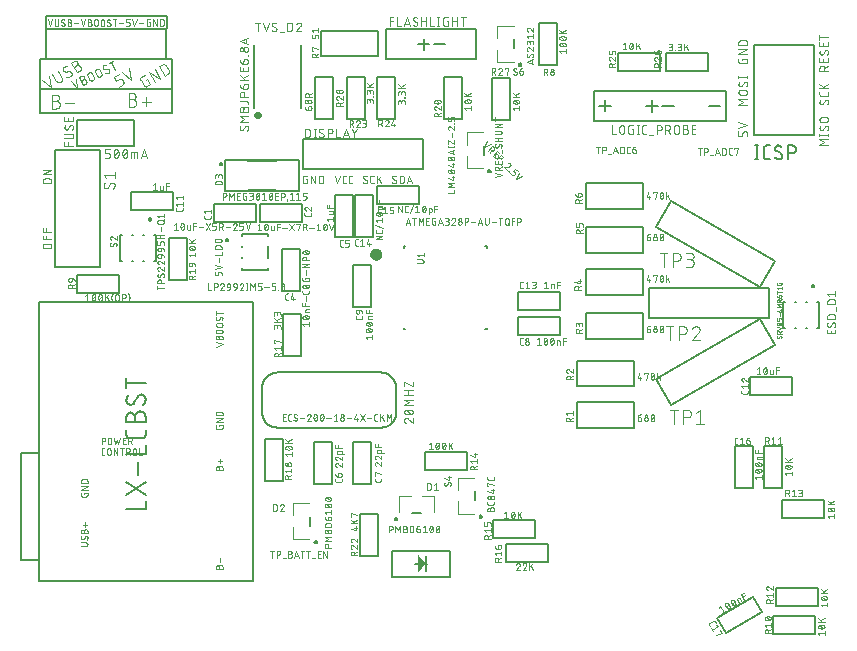
<source format=gbr>
G04 EAGLE Gerber RS-274X export*
G75*
%MOMM*%
%FSLAX34Y34*%
%LPD*%
%INSilkscreen Top*%
%IPPOS*%
%AMOC8*
5,1,8,0,0,1.08239X$1,22.5*%
G01*
%ADD10C,0.050800*%
%ADD11C,0.076200*%
%ADD12C,0.127000*%
%ADD13C,0.152400*%
%ADD14C,0.101600*%
%ADD15C,0.120000*%
%ADD16C,0.200000*%
%ADD17C,0.300000*%
%ADD18C,0.508000*%
%ADD19C,0.025400*%

G36*
X322006Y61135D02*
X322006Y61135D01*
X322015Y61134D01*
X322126Y61158D01*
X322238Y61179D01*
X322246Y61184D01*
X322256Y61186D01*
X322353Y61244D01*
X322452Y61300D01*
X322460Y61308D01*
X322467Y61312D01*
X322483Y61331D01*
X322570Y61418D01*
X327650Y67768D01*
X327679Y67820D01*
X327717Y67866D01*
X327739Y67927D01*
X327771Y67983D01*
X327782Y68041D01*
X327803Y68096D01*
X327805Y68161D01*
X327817Y68224D01*
X327809Y68283D01*
X327811Y68342D01*
X327792Y68404D01*
X327784Y68468D01*
X327757Y68521D01*
X327740Y68578D01*
X327688Y68660D01*
X327674Y68688D01*
X327663Y68699D01*
X327650Y68720D01*
X322570Y75070D01*
X322486Y75146D01*
X322404Y75224D01*
X322395Y75228D01*
X322388Y75234D01*
X322283Y75280D01*
X322181Y75327D01*
X322171Y75328D01*
X322162Y75332D01*
X322049Y75342D01*
X321937Y75354D01*
X321927Y75352D01*
X321917Y75353D01*
X321807Y75326D01*
X321696Y75302D01*
X321688Y75297D01*
X321678Y75295D01*
X321583Y75234D01*
X321485Y75176D01*
X321479Y75168D01*
X321470Y75163D01*
X321399Y75075D01*
X321325Y74989D01*
X321321Y74980D01*
X321315Y74972D01*
X321276Y74866D01*
X321233Y74761D01*
X321232Y74749D01*
X321229Y74742D01*
X321228Y74717D01*
X321215Y74594D01*
X321215Y61894D01*
X321233Y61782D01*
X321249Y61670D01*
X321253Y61661D01*
X321255Y61651D01*
X321307Y61551D01*
X321358Y61450D01*
X321365Y61443D01*
X321370Y61434D01*
X321452Y61356D01*
X321532Y61276D01*
X321541Y61271D01*
X321548Y61265D01*
X321651Y61217D01*
X321752Y61166D01*
X321762Y61165D01*
X321771Y61161D01*
X321883Y61148D01*
X321996Y61133D01*
X322006Y61135D01*
G37*
D10*
X380371Y425991D02*
X377736Y420723D01*
X383005Y423357D01*
X384624Y421737D02*
X380673Y417786D01*
X384624Y421737D02*
X385722Y420640D01*
X385721Y420639D02*
X385776Y420582D01*
X385827Y420523D01*
X385875Y420461D01*
X385920Y420396D01*
X385961Y420329D01*
X386000Y420261D01*
X386034Y420190D01*
X386065Y420118D01*
X386093Y420044D01*
X386116Y419969D01*
X386136Y419893D01*
X386152Y419816D01*
X386164Y419738D01*
X386172Y419660D01*
X386176Y419581D01*
X386176Y419503D01*
X386172Y419424D01*
X386164Y419346D01*
X386152Y419268D01*
X386136Y419191D01*
X386116Y419115D01*
X386093Y419040D01*
X386065Y418966D01*
X386034Y418894D01*
X386000Y418823D01*
X385961Y418755D01*
X385920Y418688D01*
X385875Y418623D01*
X385827Y418561D01*
X385776Y418502D01*
X385721Y418445D01*
X385664Y418390D01*
X385605Y418339D01*
X385543Y418291D01*
X385478Y418246D01*
X385411Y418205D01*
X385343Y418166D01*
X385272Y418132D01*
X385200Y418101D01*
X385126Y418073D01*
X385051Y418050D01*
X384975Y418030D01*
X384898Y418014D01*
X384820Y418002D01*
X384742Y417994D01*
X384663Y417990D01*
X384585Y417990D01*
X384506Y417994D01*
X384428Y418002D01*
X384350Y418014D01*
X384273Y418030D01*
X384197Y418050D01*
X384122Y418073D01*
X384048Y418101D01*
X383976Y418132D01*
X383905Y418166D01*
X383837Y418205D01*
X383770Y418246D01*
X383705Y418291D01*
X383643Y418339D01*
X383584Y418390D01*
X383527Y418445D01*
X382429Y419542D01*
X383746Y418225D02*
X382868Y415591D01*
X384664Y413795D02*
X386420Y412039D01*
X384664Y413795D02*
X388615Y417746D01*
X390371Y415990D01*
X388176Y414673D02*
X386859Y415990D01*
X391977Y414384D02*
X388026Y410433D01*
X391977Y414384D02*
X393734Y412628D01*
X391977Y410872D02*
X390221Y412628D01*
X390644Y406937D02*
X392400Y405181D01*
X399513Y404872D02*
X399563Y404925D01*
X399611Y404981D01*
X399655Y405039D01*
X399697Y405099D01*
X399735Y405162D01*
X399770Y405226D01*
X399801Y405292D01*
X399829Y405359D01*
X399854Y405428D01*
X399874Y405498D01*
X399891Y405570D01*
X399905Y405641D01*
X399914Y405714D01*
X399920Y405787D01*
X399922Y405860D01*
X399920Y405933D01*
X399914Y406006D01*
X399905Y406079D01*
X399891Y406150D01*
X399874Y406222D01*
X399854Y406292D01*
X399829Y406361D01*
X399801Y406428D01*
X399770Y406494D01*
X399735Y406558D01*
X399697Y406621D01*
X399655Y406681D01*
X399611Y406739D01*
X399563Y406795D01*
X399513Y406848D01*
X399453Y406906D01*
X399390Y406961D01*
X399324Y407013D01*
X399256Y407061D01*
X399186Y407107D01*
X399114Y407149D01*
X399040Y407188D01*
X398964Y407223D01*
X398887Y407255D01*
X398808Y407283D01*
X398728Y407308D01*
X398647Y407328D01*
X398565Y407345D01*
X398483Y407358D01*
X398399Y407367D01*
X398316Y407373D01*
X398232Y407374D01*
X398149Y407371D01*
X398066Y407365D01*
X397983Y407355D01*
X397900Y407341D01*
X397818Y407323D01*
X397738Y407301D01*
X397658Y407276D01*
X397580Y407247D01*
X397503Y407214D01*
X397427Y407178D01*
X398416Y404433D02*
X398491Y404434D01*
X398567Y404437D01*
X398643Y404445D01*
X398718Y404457D01*
X398792Y404472D01*
X398866Y404491D01*
X398938Y404514D01*
X399009Y404540D01*
X399079Y404570D01*
X399147Y404604D01*
X399214Y404641D01*
X399278Y404681D01*
X399341Y404724D01*
X399401Y404771D01*
X399458Y404820D01*
X399513Y404873D01*
X398416Y404434D02*
X394355Y404104D01*
X396550Y401909D01*
X398058Y400401D02*
X398278Y400620D01*
X398497Y400401D01*
X398278Y400181D01*
X398058Y400401D01*
X399786Y398673D02*
X401103Y397356D01*
X401153Y397308D01*
X401207Y397263D01*
X401262Y397221D01*
X401320Y397182D01*
X401380Y397147D01*
X401442Y397115D01*
X401506Y397087D01*
X401571Y397062D01*
X401637Y397041D01*
X401705Y397023D01*
X401773Y397010D01*
X401842Y397000D01*
X401911Y396994D01*
X401981Y396992D01*
X402051Y396994D01*
X402120Y397000D01*
X402189Y397010D01*
X402257Y397023D01*
X402325Y397041D01*
X402391Y397062D01*
X402456Y397087D01*
X402520Y397115D01*
X402582Y397147D01*
X402642Y397182D01*
X402700Y397221D01*
X402755Y397263D01*
X402809Y397308D01*
X402859Y397356D01*
X403298Y397795D01*
X403346Y397845D01*
X403391Y397899D01*
X403433Y397954D01*
X403472Y398012D01*
X403507Y398072D01*
X403539Y398134D01*
X403567Y398198D01*
X403592Y398263D01*
X403613Y398329D01*
X403631Y398397D01*
X403644Y398465D01*
X403654Y398534D01*
X403660Y398603D01*
X403662Y398673D01*
X403660Y398743D01*
X403654Y398812D01*
X403644Y398881D01*
X403631Y398949D01*
X403613Y399017D01*
X403592Y399083D01*
X403567Y399148D01*
X403539Y399212D01*
X403507Y399274D01*
X403472Y399334D01*
X403433Y399392D01*
X403391Y399447D01*
X403346Y399501D01*
X403298Y399551D01*
X401981Y400868D01*
X403737Y402624D01*
X405932Y400429D01*
X407397Y398964D02*
X404763Y393696D01*
X410031Y396330D01*
X53594Y175006D02*
X53594Y169418D01*
X53594Y175006D02*
X55146Y175006D01*
X55223Y175004D01*
X55301Y174998D01*
X55377Y174989D01*
X55454Y174975D01*
X55529Y174958D01*
X55603Y174937D01*
X55677Y174912D01*
X55749Y174884D01*
X55819Y174852D01*
X55888Y174817D01*
X55955Y174778D01*
X56020Y174736D01*
X56083Y174691D01*
X56144Y174643D01*
X56202Y174592D01*
X56257Y174538D01*
X56310Y174481D01*
X56359Y174422D01*
X56406Y174360D01*
X56450Y174296D01*
X56490Y174230D01*
X56527Y174162D01*
X56561Y174092D01*
X56591Y174021D01*
X56617Y173948D01*
X56640Y173874D01*
X56659Y173799D01*
X56674Y173724D01*
X56686Y173647D01*
X56694Y173570D01*
X56698Y173493D01*
X56698Y173415D01*
X56694Y173338D01*
X56686Y173261D01*
X56674Y173184D01*
X56659Y173109D01*
X56640Y173034D01*
X56617Y172960D01*
X56591Y172887D01*
X56561Y172816D01*
X56527Y172746D01*
X56490Y172678D01*
X56450Y172612D01*
X56406Y172548D01*
X56359Y172486D01*
X56310Y172427D01*
X56257Y172370D01*
X56202Y172316D01*
X56144Y172265D01*
X56083Y172217D01*
X56020Y172172D01*
X55955Y172130D01*
X55888Y172091D01*
X55819Y172056D01*
X55749Y172024D01*
X55677Y171996D01*
X55603Y171971D01*
X55529Y171950D01*
X55454Y171933D01*
X55377Y171919D01*
X55301Y171910D01*
X55223Y171904D01*
X55146Y171902D01*
X53594Y171902D01*
X58815Y170970D02*
X58815Y173454D01*
X58817Y173531D01*
X58823Y173609D01*
X58832Y173685D01*
X58846Y173762D01*
X58863Y173837D01*
X58884Y173911D01*
X58909Y173985D01*
X58937Y174057D01*
X58969Y174127D01*
X59004Y174196D01*
X59043Y174263D01*
X59085Y174328D01*
X59130Y174391D01*
X59178Y174452D01*
X59229Y174510D01*
X59283Y174565D01*
X59340Y174618D01*
X59399Y174667D01*
X59461Y174714D01*
X59525Y174758D01*
X59591Y174798D01*
X59659Y174835D01*
X59729Y174869D01*
X59800Y174899D01*
X59873Y174925D01*
X59947Y174948D01*
X60022Y174967D01*
X60097Y174982D01*
X60174Y174994D01*
X60251Y175002D01*
X60328Y175006D01*
X60406Y175006D01*
X60483Y175002D01*
X60560Y174994D01*
X60637Y174982D01*
X60712Y174967D01*
X60787Y174948D01*
X60861Y174925D01*
X60934Y174899D01*
X61005Y174869D01*
X61075Y174835D01*
X61143Y174798D01*
X61209Y174758D01*
X61273Y174714D01*
X61335Y174667D01*
X61394Y174618D01*
X61451Y174565D01*
X61505Y174510D01*
X61556Y174452D01*
X61604Y174391D01*
X61649Y174328D01*
X61691Y174263D01*
X61730Y174196D01*
X61765Y174127D01*
X61797Y174057D01*
X61825Y173985D01*
X61850Y173911D01*
X61871Y173837D01*
X61888Y173762D01*
X61902Y173685D01*
X61911Y173609D01*
X61917Y173531D01*
X61919Y173454D01*
X61919Y170970D01*
X61917Y170893D01*
X61911Y170815D01*
X61902Y170739D01*
X61888Y170662D01*
X61871Y170587D01*
X61850Y170513D01*
X61825Y170439D01*
X61797Y170367D01*
X61765Y170297D01*
X61730Y170228D01*
X61691Y170161D01*
X61649Y170096D01*
X61604Y170033D01*
X61556Y169972D01*
X61505Y169914D01*
X61451Y169859D01*
X61394Y169806D01*
X61335Y169757D01*
X61273Y169710D01*
X61209Y169666D01*
X61143Y169626D01*
X61075Y169589D01*
X61005Y169555D01*
X60934Y169525D01*
X60861Y169499D01*
X60787Y169476D01*
X60712Y169457D01*
X60637Y169442D01*
X60560Y169430D01*
X60483Y169422D01*
X60406Y169418D01*
X60328Y169418D01*
X60251Y169422D01*
X60174Y169430D01*
X60097Y169442D01*
X60022Y169457D01*
X59947Y169476D01*
X59873Y169499D01*
X59800Y169525D01*
X59729Y169555D01*
X59659Y169589D01*
X59591Y169626D01*
X59525Y169666D01*
X59461Y169710D01*
X59399Y169757D01*
X59340Y169806D01*
X59283Y169859D01*
X59229Y169914D01*
X59178Y169972D01*
X59130Y170033D01*
X59085Y170096D01*
X59043Y170161D01*
X59004Y170228D01*
X58969Y170297D01*
X58937Y170367D01*
X58909Y170439D01*
X58884Y170513D01*
X58863Y170587D01*
X58846Y170662D01*
X58832Y170739D01*
X58823Y170815D01*
X58817Y170893D01*
X58815Y170970D01*
X64101Y175006D02*
X65343Y169418D01*
X66585Y173143D01*
X67826Y169418D01*
X69068Y175006D01*
X71444Y169418D02*
X73928Y169418D01*
X71444Y169418D02*
X71444Y175006D01*
X73928Y175006D01*
X73307Y172522D02*
X71444Y172522D01*
X76224Y175006D02*
X76224Y169418D01*
X76224Y175006D02*
X77776Y175006D01*
X77853Y175004D01*
X77931Y174998D01*
X78007Y174989D01*
X78084Y174975D01*
X78159Y174958D01*
X78233Y174937D01*
X78307Y174912D01*
X78379Y174884D01*
X78449Y174852D01*
X78518Y174817D01*
X78585Y174778D01*
X78650Y174736D01*
X78713Y174691D01*
X78774Y174643D01*
X78832Y174592D01*
X78887Y174538D01*
X78940Y174481D01*
X78989Y174422D01*
X79036Y174360D01*
X79080Y174296D01*
X79120Y174230D01*
X79157Y174162D01*
X79191Y174092D01*
X79221Y174021D01*
X79247Y173948D01*
X79270Y173874D01*
X79289Y173799D01*
X79304Y173724D01*
X79316Y173647D01*
X79324Y173570D01*
X79328Y173493D01*
X79328Y173415D01*
X79324Y173338D01*
X79316Y173261D01*
X79304Y173184D01*
X79289Y173109D01*
X79270Y173034D01*
X79247Y172960D01*
X79221Y172887D01*
X79191Y172816D01*
X79157Y172746D01*
X79120Y172678D01*
X79080Y172612D01*
X79036Y172548D01*
X78989Y172486D01*
X78940Y172427D01*
X78887Y172370D01*
X78832Y172316D01*
X78774Y172265D01*
X78713Y172217D01*
X78650Y172172D01*
X78585Y172130D01*
X78518Y172091D01*
X78449Y172056D01*
X78379Y172024D01*
X78307Y171996D01*
X78233Y171971D01*
X78159Y171950D01*
X78084Y171933D01*
X78007Y171919D01*
X77931Y171910D01*
X77853Y171904D01*
X77776Y171902D01*
X76224Y171902D01*
X78087Y171902D02*
X79329Y169418D01*
X56078Y160274D02*
X54836Y160274D01*
X54766Y160276D01*
X54697Y160282D01*
X54628Y160292D01*
X54560Y160305D01*
X54492Y160323D01*
X54426Y160344D01*
X54361Y160369D01*
X54297Y160397D01*
X54235Y160429D01*
X54175Y160464D01*
X54117Y160503D01*
X54062Y160545D01*
X54008Y160590D01*
X53958Y160638D01*
X53910Y160688D01*
X53865Y160742D01*
X53823Y160797D01*
X53784Y160855D01*
X53749Y160915D01*
X53717Y160977D01*
X53689Y161041D01*
X53664Y161106D01*
X53643Y161172D01*
X53625Y161240D01*
X53612Y161308D01*
X53602Y161377D01*
X53596Y161446D01*
X53594Y161516D01*
X53594Y164620D01*
X53596Y164690D01*
X53602Y164759D01*
X53612Y164828D01*
X53625Y164896D01*
X53643Y164964D01*
X53664Y165030D01*
X53689Y165095D01*
X53717Y165159D01*
X53749Y165221D01*
X53784Y165281D01*
X53823Y165339D01*
X53865Y165394D01*
X53910Y165448D01*
X53958Y165498D01*
X54008Y165546D01*
X54062Y165591D01*
X54117Y165633D01*
X54175Y165672D01*
X54235Y165707D01*
X54297Y165739D01*
X54361Y165767D01*
X54426Y165792D01*
X54492Y165813D01*
X54560Y165831D01*
X54628Y165844D01*
X54697Y165854D01*
X54766Y165860D01*
X54836Y165862D01*
X56078Y165862D01*
X58182Y164310D02*
X58182Y161826D01*
X58182Y164310D02*
X58184Y164387D01*
X58190Y164465D01*
X58199Y164541D01*
X58213Y164618D01*
X58230Y164693D01*
X58251Y164767D01*
X58276Y164841D01*
X58304Y164913D01*
X58336Y164983D01*
X58371Y165052D01*
X58410Y165119D01*
X58452Y165184D01*
X58497Y165247D01*
X58545Y165308D01*
X58596Y165366D01*
X58650Y165421D01*
X58707Y165474D01*
X58766Y165523D01*
X58828Y165570D01*
X58892Y165614D01*
X58958Y165654D01*
X59026Y165691D01*
X59096Y165725D01*
X59167Y165755D01*
X59240Y165781D01*
X59314Y165804D01*
X59389Y165823D01*
X59464Y165838D01*
X59541Y165850D01*
X59618Y165858D01*
X59695Y165862D01*
X59773Y165862D01*
X59850Y165858D01*
X59927Y165850D01*
X60004Y165838D01*
X60079Y165823D01*
X60154Y165804D01*
X60228Y165781D01*
X60301Y165755D01*
X60372Y165725D01*
X60442Y165691D01*
X60510Y165654D01*
X60576Y165614D01*
X60640Y165570D01*
X60702Y165523D01*
X60761Y165474D01*
X60818Y165421D01*
X60872Y165366D01*
X60923Y165308D01*
X60971Y165247D01*
X61016Y165184D01*
X61058Y165119D01*
X61097Y165052D01*
X61132Y164983D01*
X61164Y164913D01*
X61192Y164841D01*
X61217Y164767D01*
X61238Y164693D01*
X61255Y164618D01*
X61269Y164541D01*
X61278Y164465D01*
X61284Y164387D01*
X61286Y164310D01*
X61287Y164310D02*
X61287Y161826D01*
X61286Y161826D02*
X61284Y161749D01*
X61278Y161671D01*
X61269Y161595D01*
X61255Y161518D01*
X61238Y161443D01*
X61217Y161369D01*
X61192Y161295D01*
X61164Y161223D01*
X61132Y161153D01*
X61097Y161084D01*
X61058Y161017D01*
X61016Y160952D01*
X60971Y160889D01*
X60923Y160828D01*
X60872Y160770D01*
X60818Y160715D01*
X60761Y160662D01*
X60702Y160613D01*
X60640Y160566D01*
X60576Y160522D01*
X60510Y160482D01*
X60442Y160445D01*
X60372Y160411D01*
X60301Y160381D01*
X60228Y160355D01*
X60154Y160332D01*
X60079Y160313D01*
X60004Y160298D01*
X59927Y160286D01*
X59850Y160278D01*
X59773Y160274D01*
X59695Y160274D01*
X59618Y160278D01*
X59541Y160286D01*
X59464Y160298D01*
X59389Y160313D01*
X59314Y160332D01*
X59240Y160355D01*
X59167Y160381D01*
X59096Y160411D01*
X59026Y160445D01*
X58958Y160482D01*
X58892Y160522D01*
X58828Y160566D01*
X58766Y160613D01*
X58707Y160662D01*
X58650Y160715D01*
X58596Y160770D01*
X58545Y160828D01*
X58497Y160889D01*
X58452Y160952D01*
X58410Y161017D01*
X58371Y161084D01*
X58336Y161153D01*
X58304Y161223D01*
X58276Y161295D01*
X58251Y161369D01*
X58230Y161443D01*
X58213Y161518D01*
X58199Y161595D01*
X58190Y161671D01*
X58184Y161749D01*
X58182Y161826D01*
X63851Y160274D02*
X63851Y165862D01*
X66956Y160274D01*
X66956Y165862D01*
X70707Y165862D02*
X70707Y160274D01*
X69155Y165862D02*
X72259Y165862D01*
X74495Y165862D02*
X74495Y160274D01*
X74495Y165862D02*
X76047Y165862D01*
X76124Y165860D01*
X76202Y165854D01*
X76278Y165845D01*
X76355Y165831D01*
X76430Y165814D01*
X76504Y165793D01*
X76578Y165768D01*
X76650Y165740D01*
X76720Y165708D01*
X76789Y165673D01*
X76856Y165634D01*
X76921Y165592D01*
X76984Y165547D01*
X77045Y165499D01*
X77103Y165448D01*
X77158Y165394D01*
X77211Y165337D01*
X77260Y165278D01*
X77307Y165216D01*
X77351Y165152D01*
X77391Y165086D01*
X77428Y165018D01*
X77462Y164948D01*
X77492Y164877D01*
X77518Y164804D01*
X77541Y164730D01*
X77560Y164655D01*
X77575Y164580D01*
X77587Y164503D01*
X77595Y164426D01*
X77599Y164349D01*
X77599Y164271D01*
X77595Y164194D01*
X77587Y164117D01*
X77575Y164040D01*
X77560Y163965D01*
X77541Y163890D01*
X77518Y163816D01*
X77492Y163743D01*
X77462Y163672D01*
X77428Y163602D01*
X77391Y163534D01*
X77351Y163468D01*
X77307Y163404D01*
X77260Y163342D01*
X77211Y163283D01*
X77158Y163226D01*
X77103Y163172D01*
X77045Y163121D01*
X76984Y163073D01*
X76921Y163028D01*
X76856Y162986D01*
X76789Y162947D01*
X76720Y162912D01*
X76650Y162880D01*
X76578Y162852D01*
X76504Y162827D01*
X76430Y162806D01*
X76355Y162789D01*
X76278Y162775D01*
X76202Y162766D01*
X76124Y162760D01*
X76047Y162758D01*
X74495Y162758D01*
X76357Y162758D02*
X77599Y160274D01*
X79945Y161826D02*
X79945Y164310D01*
X79947Y164387D01*
X79953Y164465D01*
X79962Y164541D01*
X79976Y164618D01*
X79993Y164693D01*
X80014Y164767D01*
X80039Y164841D01*
X80067Y164913D01*
X80099Y164983D01*
X80134Y165052D01*
X80173Y165119D01*
X80215Y165184D01*
X80260Y165247D01*
X80308Y165308D01*
X80359Y165366D01*
X80413Y165421D01*
X80470Y165474D01*
X80529Y165523D01*
X80591Y165570D01*
X80655Y165614D01*
X80721Y165654D01*
X80789Y165691D01*
X80859Y165725D01*
X80930Y165755D01*
X81003Y165781D01*
X81077Y165804D01*
X81152Y165823D01*
X81227Y165838D01*
X81304Y165850D01*
X81381Y165858D01*
X81458Y165862D01*
X81536Y165862D01*
X81613Y165858D01*
X81690Y165850D01*
X81767Y165838D01*
X81842Y165823D01*
X81917Y165804D01*
X81991Y165781D01*
X82064Y165755D01*
X82135Y165725D01*
X82205Y165691D01*
X82273Y165654D01*
X82339Y165614D01*
X82403Y165570D01*
X82465Y165523D01*
X82524Y165474D01*
X82581Y165421D01*
X82635Y165366D01*
X82686Y165308D01*
X82734Y165247D01*
X82779Y165184D01*
X82821Y165119D01*
X82860Y165052D01*
X82895Y164983D01*
X82927Y164913D01*
X82955Y164841D01*
X82980Y164767D01*
X83001Y164693D01*
X83018Y164618D01*
X83032Y164541D01*
X83041Y164465D01*
X83047Y164387D01*
X83049Y164310D01*
X83049Y161826D01*
X83047Y161749D01*
X83041Y161671D01*
X83032Y161595D01*
X83018Y161518D01*
X83001Y161443D01*
X82980Y161369D01*
X82955Y161295D01*
X82927Y161223D01*
X82895Y161153D01*
X82860Y161084D01*
X82821Y161017D01*
X82779Y160952D01*
X82734Y160889D01*
X82686Y160828D01*
X82635Y160770D01*
X82581Y160715D01*
X82524Y160662D01*
X82465Y160613D01*
X82403Y160566D01*
X82339Y160522D01*
X82273Y160482D01*
X82205Y160445D01*
X82135Y160411D01*
X82064Y160381D01*
X81991Y160355D01*
X81917Y160332D01*
X81842Y160313D01*
X81767Y160298D01*
X81690Y160286D01*
X81613Y160278D01*
X81536Y160274D01*
X81458Y160274D01*
X81381Y160278D01*
X81304Y160286D01*
X81227Y160298D01*
X81152Y160313D01*
X81077Y160332D01*
X81003Y160355D01*
X80930Y160381D01*
X80859Y160411D01*
X80789Y160445D01*
X80721Y160482D01*
X80655Y160522D01*
X80591Y160566D01*
X80529Y160613D01*
X80470Y160662D01*
X80413Y160715D01*
X80359Y160770D01*
X80308Y160828D01*
X80260Y160889D01*
X80215Y160952D01*
X80173Y161017D01*
X80134Y161084D01*
X80099Y161153D01*
X80067Y161223D01*
X80039Y161295D01*
X80014Y161369D01*
X79993Y161443D01*
X79976Y161518D01*
X79962Y161595D01*
X79953Y161671D01*
X79947Y161749D01*
X79945Y161826D01*
X85625Y160274D02*
X85625Y165862D01*
X85625Y160274D02*
X88109Y160274D01*
D11*
X10726Y471479D02*
X3314Y478051D01*
X8740Y481184D02*
X10726Y471479D01*
X15343Y477159D02*
X11949Y483037D01*
X15343Y477159D02*
X15395Y477072D01*
X15451Y476987D01*
X15510Y476905D01*
X15572Y476825D01*
X15637Y476747D01*
X15705Y476672D01*
X15776Y476600D01*
X15849Y476530D01*
X15926Y476464D01*
X16004Y476400D01*
X16086Y476340D01*
X16169Y476283D01*
X16255Y476229D01*
X16343Y476178D01*
X16432Y476131D01*
X16524Y476087D01*
X16617Y476047D01*
X16711Y476010D01*
X16807Y475978D01*
X16904Y475949D01*
X17002Y475923D01*
X17101Y475902D01*
X17201Y475884D01*
X17301Y475871D01*
X17402Y475861D01*
X17503Y475855D01*
X17604Y475853D01*
X17705Y475855D01*
X17806Y475861D01*
X17907Y475871D01*
X18007Y475884D01*
X18107Y475902D01*
X18206Y475923D01*
X18304Y475949D01*
X18401Y475978D01*
X18497Y476010D01*
X18591Y476047D01*
X18684Y476087D01*
X18776Y476131D01*
X18865Y476178D01*
X18953Y476229D01*
X19039Y476283D01*
X19122Y476340D01*
X19203Y476400D01*
X19282Y476464D01*
X19359Y476530D01*
X19432Y476600D01*
X19503Y476672D01*
X19571Y476747D01*
X19636Y476825D01*
X19698Y476905D01*
X19757Y476987D01*
X19813Y477072D01*
X19865Y477158D01*
X19914Y477247D01*
X19960Y477338D01*
X20001Y477430D01*
X20040Y477524D01*
X20074Y477619D01*
X20105Y477715D01*
X20132Y477813D01*
X20156Y477911D01*
X20175Y478011D01*
X20191Y478111D01*
X20203Y478211D01*
X20211Y478312D01*
X20215Y478413D01*
X20215Y478515D01*
X20211Y478616D01*
X20203Y478717D01*
X20191Y478817D01*
X20175Y478917D01*
X20156Y479017D01*
X20132Y479115D01*
X20105Y479213D01*
X20074Y479309D01*
X20040Y479404D01*
X20001Y479498D01*
X19960Y479590D01*
X19914Y479681D01*
X19865Y479770D01*
X19865Y479769D02*
X16471Y485647D01*
X28044Y483889D02*
X28087Y483811D01*
X28126Y483732D01*
X28162Y483651D01*
X28195Y483568D01*
X28224Y483485D01*
X28249Y483400D01*
X28271Y483314D01*
X28289Y483227D01*
X28303Y483140D01*
X28314Y483052D01*
X28321Y482963D01*
X28324Y482875D01*
X28323Y482786D01*
X28319Y482697D01*
X28311Y482609D01*
X28299Y482521D01*
X28283Y482434D01*
X28264Y482348D01*
X28241Y482262D01*
X28214Y482177D01*
X28184Y482094D01*
X28151Y482012D01*
X28114Y481931D01*
X28073Y481853D01*
X28029Y481775D01*
X27982Y481700D01*
X27932Y481627D01*
X27879Y481556D01*
X27823Y481488D01*
X27764Y481422D01*
X27702Y481358D01*
X27638Y481297D01*
X27571Y481239D01*
X27501Y481184D01*
X27430Y481132D01*
X27356Y481083D01*
X27280Y481037D01*
X27280Y481036D02*
X27167Y480973D01*
X27053Y480914D01*
X26937Y480857D01*
X26819Y480805D01*
X26700Y480755D01*
X26579Y480710D01*
X26457Y480667D01*
X26334Y480629D01*
X26210Y480594D01*
X26085Y480562D01*
X25959Y480535D01*
X25832Y480511D01*
X25705Y480490D01*
X25577Y480474D01*
X25448Y480461D01*
X25320Y480452D01*
X25191Y480447D01*
X25062Y480445D01*
X24933Y480447D01*
X24804Y480453D01*
X24675Y480463D01*
X24547Y480477D01*
X24419Y480494D01*
X24292Y480515D01*
X24165Y480540D01*
X24039Y480568D01*
X23914Y480600D01*
X21138Y485931D02*
X21094Y486010D01*
X21054Y486092D01*
X21017Y486176D01*
X20984Y486261D01*
X20955Y486347D01*
X20929Y486434D01*
X20908Y486523D01*
X20890Y486612D01*
X20876Y486702D01*
X20866Y486793D01*
X20860Y486884D01*
X20858Y486975D01*
X20860Y487066D01*
X20866Y487157D01*
X20876Y487248D01*
X20890Y487338D01*
X20908Y487427D01*
X20929Y487516D01*
X20955Y487603D01*
X20984Y487689D01*
X21017Y487774D01*
X21054Y487858D01*
X21094Y487940D01*
X21138Y488019D01*
X21185Y488097D01*
X21236Y488173D01*
X21290Y488247D01*
X21347Y488318D01*
X21407Y488386D01*
X21470Y488452D01*
X21536Y488515D01*
X21604Y488575D01*
X21675Y488632D01*
X21749Y488686D01*
X21825Y488737D01*
X21902Y488784D01*
X21903Y488783D02*
X22008Y488842D01*
X22115Y488897D01*
X22223Y488949D01*
X22333Y488997D01*
X22444Y489043D01*
X22556Y489084D01*
X22670Y489122D01*
X22785Y489157D01*
X22901Y489188D01*
X23017Y489216D01*
X23135Y489240D01*
X23253Y489261D01*
X23372Y489277D01*
X23491Y489291D01*
X23611Y489300D01*
X23731Y489306D01*
X23851Y489308D01*
X23971Y489306D01*
X24091Y489301D01*
X24210Y489292D01*
X24329Y489280D01*
X22957Y484870D02*
X22865Y484873D01*
X22774Y484880D01*
X22683Y484890D01*
X22592Y484905D01*
X22502Y484924D01*
X22413Y484946D01*
X22325Y484972D01*
X22239Y485002D01*
X22153Y485036D01*
X22070Y485073D01*
X21988Y485114D01*
X21907Y485159D01*
X21829Y485207D01*
X21753Y485258D01*
X21679Y485313D01*
X21608Y485370D01*
X21539Y485431D01*
X21473Y485495D01*
X21410Y485561D01*
X21349Y485630D01*
X21292Y485702D01*
X21238Y485776D01*
X21187Y485852D01*
X21139Y485930D01*
X26227Y484949D02*
X26319Y484946D01*
X26410Y484939D01*
X26501Y484929D01*
X26592Y484914D01*
X26682Y484895D01*
X26771Y484873D01*
X26859Y484847D01*
X26945Y484817D01*
X27031Y484783D01*
X27114Y484746D01*
X27196Y484705D01*
X27277Y484660D01*
X27355Y484612D01*
X27431Y484561D01*
X27505Y484506D01*
X27576Y484449D01*
X27645Y484388D01*
X27711Y484324D01*
X27774Y484258D01*
X27835Y484189D01*
X27892Y484117D01*
X27946Y484043D01*
X27997Y483967D01*
X28045Y483889D01*
X26227Y484949D02*
X22957Y484870D01*
X29989Y488629D02*
X32250Y489934D01*
X32249Y489934D02*
X32338Y489983D01*
X32429Y490029D01*
X32521Y490070D01*
X32615Y490109D01*
X32710Y490143D01*
X32806Y490174D01*
X32904Y490201D01*
X33002Y490225D01*
X33102Y490244D01*
X33202Y490260D01*
X33302Y490272D01*
X33403Y490280D01*
X33504Y490284D01*
X33606Y490284D01*
X33707Y490280D01*
X33808Y490272D01*
X33908Y490260D01*
X34008Y490244D01*
X34108Y490225D01*
X34206Y490201D01*
X34304Y490174D01*
X34400Y490143D01*
X34495Y490109D01*
X34589Y490070D01*
X34681Y490029D01*
X34772Y489983D01*
X34860Y489934D01*
X34947Y489882D01*
X35032Y489826D01*
X35114Y489767D01*
X35194Y489705D01*
X35272Y489640D01*
X35347Y489572D01*
X35419Y489501D01*
X35489Y489428D01*
X35555Y489351D01*
X35619Y489273D01*
X35679Y489191D01*
X35736Y489108D01*
X35790Y489022D01*
X35841Y488934D01*
X35888Y488845D01*
X35932Y488753D01*
X35972Y488660D01*
X36009Y488566D01*
X36041Y488470D01*
X36070Y488373D01*
X36096Y488275D01*
X36117Y488176D01*
X36135Y488076D01*
X36148Y487976D01*
X36158Y487875D01*
X36164Y487774D01*
X36166Y487673D01*
X36164Y487572D01*
X36158Y487471D01*
X36148Y487370D01*
X36135Y487270D01*
X36117Y487170D01*
X36096Y487071D01*
X36070Y486973D01*
X36041Y486876D01*
X36009Y486780D01*
X35972Y486686D01*
X35932Y486593D01*
X35888Y486501D01*
X35841Y486412D01*
X35790Y486324D01*
X35736Y486238D01*
X35679Y486155D01*
X35619Y486074D01*
X35555Y485995D01*
X35489Y485918D01*
X35419Y485845D01*
X35347Y485774D01*
X35272Y485706D01*
X35194Y485641D01*
X35114Y485579D01*
X35032Y485520D01*
X34947Y485464D01*
X34861Y485412D01*
X34861Y485413D02*
X32600Y484107D01*
X27901Y492246D01*
X30162Y493552D01*
X30162Y493551D02*
X30242Y493595D01*
X30324Y493635D01*
X30407Y493672D01*
X30492Y493705D01*
X30578Y493734D01*
X30666Y493760D01*
X30754Y493782D01*
X30843Y493799D01*
X30933Y493813D01*
X31024Y493823D01*
X31115Y493829D01*
X31206Y493831D01*
X31297Y493829D01*
X31388Y493823D01*
X31479Y493813D01*
X31569Y493799D01*
X31658Y493782D01*
X31746Y493760D01*
X31834Y493734D01*
X31920Y493705D01*
X32005Y493672D01*
X32088Y493635D01*
X32170Y493595D01*
X32250Y493551D01*
X32328Y493504D01*
X32404Y493453D01*
X32477Y493400D01*
X32548Y493342D01*
X32617Y493282D01*
X32682Y493219D01*
X32745Y493154D01*
X32806Y493085D01*
X32863Y493014D01*
X32916Y492941D01*
X32967Y492865D01*
X33014Y492787D01*
X33058Y492707D01*
X33098Y492625D01*
X33135Y492542D01*
X33168Y492457D01*
X33197Y492371D01*
X33223Y492283D01*
X33245Y492195D01*
X33262Y492106D01*
X33276Y492016D01*
X33286Y491925D01*
X33292Y491834D01*
X33294Y491743D01*
X33292Y491652D01*
X33286Y491561D01*
X33276Y491470D01*
X33262Y491380D01*
X33245Y491291D01*
X33223Y491203D01*
X33197Y491115D01*
X33168Y491029D01*
X33135Y490944D01*
X33098Y490861D01*
X33058Y490779D01*
X33014Y490699D01*
X32967Y490621D01*
X32916Y490545D01*
X32863Y490472D01*
X32805Y490401D01*
X32745Y490332D01*
X32682Y490267D01*
X32617Y490204D01*
X32548Y490143D01*
X32477Y490086D01*
X32404Y490033D01*
X32328Y489982D01*
X32250Y489935D01*
X27426Y476522D02*
X32862Y470978D01*
X31840Y478675D01*
X36129Y477124D02*
X37968Y478021D01*
X38049Y478058D01*
X38132Y478092D01*
X38216Y478122D01*
X38301Y478149D01*
X38387Y478171D01*
X38475Y478190D01*
X38563Y478206D01*
X38651Y478217D01*
X38740Y478224D01*
X38829Y478228D01*
X38919Y478227D01*
X39008Y478223D01*
X39097Y478215D01*
X39185Y478203D01*
X39273Y478187D01*
X39360Y478167D01*
X39446Y478144D01*
X39531Y478117D01*
X39615Y478086D01*
X39697Y478051D01*
X39778Y478013D01*
X39857Y477971D01*
X39934Y477927D01*
X40009Y477878D01*
X40082Y477827D01*
X40153Y477772D01*
X40221Y477714D01*
X40286Y477654D01*
X40349Y477590D01*
X40409Y477524D01*
X40466Y477456D01*
X40520Y477385D01*
X40571Y477311D01*
X40619Y477236D01*
X40663Y477158D01*
X40704Y477079D01*
X40741Y476998D01*
X40775Y476915D01*
X40805Y476831D01*
X40832Y476746D01*
X40854Y476660D01*
X40873Y476572D01*
X40889Y476484D01*
X40900Y476396D01*
X40907Y476307D01*
X40911Y476218D01*
X40910Y476128D01*
X40906Y476039D01*
X40898Y475950D01*
X40886Y475862D01*
X40870Y475774D01*
X40850Y475687D01*
X40827Y475601D01*
X40800Y475516D01*
X40769Y475432D01*
X40734Y475350D01*
X40696Y475269D01*
X40654Y475190D01*
X40609Y475113D01*
X40561Y475038D01*
X40510Y474965D01*
X40455Y474894D01*
X40397Y474826D01*
X40337Y474761D01*
X40273Y474698D01*
X40207Y474638D01*
X40139Y474581D01*
X40068Y474527D01*
X39994Y474476D01*
X39919Y474428D01*
X39841Y474384D01*
X39762Y474343D01*
X37923Y473446D01*
X34694Y480067D01*
X36533Y480964D01*
X36532Y480963D02*
X36604Y480996D01*
X36678Y481026D01*
X36753Y481052D01*
X36828Y481074D01*
X36905Y481092D01*
X36983Y481107D01*
X37061Y481118D01*
X37140Y481125D01*
X37219Y481129D01*
X37298Y481128D01*
X37377Y481124D01*
X37456Y481116D01*
X37534Y481104D01*
X37612Y481089D01*
X37689Y481069D01*
X37764Y481046D01*
X37839Y481019D01*
X37912Y480989D01*
X37983Y480956D01*
X38053Y480918D01*
X38121Y480878D01*
X38187Y480834D01*
X38251Y480787D01*
X38312Y480737D01*
X38371Y480685D01*
X38428Y480629D01*
X38481Y480571D01*
X38532Y480510D01*
X38580Y480447D01*
X38624Y480382D01*
X38665Y480314D01*
X38704Y480245D01*
X38738Y480174D01*
X38769Y480101D01*
X38797Y480027D01*
X38821Y479952D01*
X38842Y479875D01*
X38858Y479798D01*
X38871Y479720D01*
X38880Y479641D01*
X38885Y479562D01*
X38887Y479483D01*
X38885Y479404D01*
X38878Y479325D01*
X38869Y479247D01*
X38855Y479169D01*
X38837Y479092D01*
X38816Y479015D01*
X38791Y478940D01*
X38763Y478867D01*
X38731Y478794D01*
X38695Y478723D01*
X38657Y478655D01*
X38614Y478588D01*
X38569Y478523D01*
X38521Y478460D01*
X38469Y478400D01*
X38415Y478342D01*
X38358Y478287D01*
X38299Y478235D01*
X38237Y478186D01*
X38173Y478140D01*
X38106Y478097D01*
X38038Y478057D01*
X37968Y478021D01*
X41841Y481276D02*
X43276Y478333D01*
X41841Y481276D02*
X41804Y481357D01*
X41770Y481440D01*
X41740Y481524D01*
X41713Y481609D01*
X41691Y481695D01*
X41672Y481783D01*
X41656Y481871D01*
X41645Y481959D01*
X41638Y482048D01*
X41634Y482137D01*
X41635Y482227D01*
X41639Y482316D01*
X41647Y482405D01*
X41659Y482493D01*
X41675Y482581D01*
X41695Y482668D01*
X41718Y482754D01*
X41745Y482839D01*
X41776Y482923D01*
X41811Y483005D01*
X41849Y483086D01*
X41891Y483165D01*
X41936Y483242D01*
X41984Y483317D01*
X42035Y483390D01*
X42090Y483461D01*
X42148Y483529D01*
X42208Y483594D01*
X42272Y483657D01*
X42338Y483717D01*
X42406Y483774D01*
X42477Y483828D01*
X42551Y483879D01*
X42626Y483927D01*
X42704Y483971D01*
X42783Y484012D01*
X42864Y484049D01*
X42947Y484083D01*
X43031Y484113D01*
X43116Y484140D01*
X43202Y484162D01*
X43290Y484181D01*
X43378Y484197D01*
X43466Y484208D01*
X43555Y484215D01*
X43644Y484219D01*
X43734Y484218D01*
X43823Y484214D01*
X43912Y484206D01*
X44000Y484194D01*
X44088Y484178D01*
X44175Y484158D01*
X44261Y484135D01*
X44346Y484108D01*
X44430Y484077D01*
X44512Y484042D01*
X44593Y484004D01*
X44672Y483962D01*
X44749Y483918D01*
X44824Y483869D01*
X44897Y483818D01*
X44968Y483763D01*
X45036Y483705D01*
X45101Y483645D01*
X45164Y483581D01*
X45224Y483515D01*
X45281Y483447D01*
X45335Y483376D01*
X45386Y483302D01*
X45434Y483227D01*
X45478Y483149D01*
X45519Y483070D01*
X46954Y480127D01*
X46991Y480046D01*
X47025Y479963D01*
X47055Y479879D01*
X47082Y479794D01*
X47104Y479708D01*
X47123Y479620D01*
X47139Y479532D01*
X47150Y479444D01*
X47157Y479355D01*
X47161Y479266D01*
X47160Y479176D01*
X47156Y479087D01*
X47148Y478998D01*
X47136Y478910D01*
X47120Y478822D01*
X47100Y478735D01*
X47077Y478649D01*
X47050Y478564D01*
X47019Y478480D01*
X46984Y478398D01*
X46946Y478317D01*
X46904Y478238D01*
X46859Y478161D01*
X46811Y478086D01*
X46760Y478013D01*
X46705Y477942D01*
X46647Y477874D01*
X46587Y477809D01*
X46523Y477746D01*
X46457Y477686D01*
X46389Y477629D01*
X46318Y477575D01*
X46244Y477524D01*
X46169Y477476D01*
X46091Y477432D01*
X46012Y477391D01*
X45931Y477354D01*
X45848Y477320D01*
X45764Y477290D01*
X45679Y477263D01*
X45593Y477241D01*
X45505Y477222D01*
X45417Y477206D01*
X45329Y477195D01*
X45240Y477188D01*
X45151Y477184D01*
X45061Y477185D01*
X44972Y477189D01*
X44883Y477197D01*
X44795Y477209D01*
X44707Y477225D01*
X44620Y477245D01*
X44534Y477268D01*
X44449Y477295D01*
X44365Y477326D01*
X44283Y477361D01*
X44202Y477399D01*
X44123Y477441D01*
X44046Y477485D01*
X43971Y477534D01*
X43898Y477585D01*
X43827Y477640D01*
X43759Y477698D01*
X43694Y477758D01*
X43631Y477822D01*
X43571Y477888D01*
X43514Y477956D01*
X43460Y478027D01*
X43409Y478101D01*
X43361Y478176D01*
X43317Y478254D01*
X43276Y478333D01*
X49851Y481540D02*
X48416Y484483D01*
X48416Y484482D02*
X48379Y484563D01*
X48345Y484646D01*
X48315Y484730D01*
X48288Y484815D01*
X48266Y484901D01*
X48247Y484989D01*
X48231Y485077D01*
X48220Y485165D01*
X48213Y485254D01*
X48209Y485343D01*
X48210Y485433D01*
X48214Y485522D01*
X48222Y485611D01*
X48234Y485699D01*
X48250Y485787D01*
X48270Y485874D01*
X48293Y485960D01*
X48320Y486045D01*
X48351Y486129D01*
X48386Y486211D01*
X48424Y486292D01*
X48466Y486371D01*
X48511Y486448D01*
X48559Y486523D01*
X48610Y486596D01*
X48665Y486667D01*
X48723Y486735D01*
X48783Y486800D01*
X48847Y486863D01*
X48913Y486923D01*
X48981Y486980D01*
X49052Y487034D01*
X49126Y487085D01*
X49201Y487133D01*
X49279Y487177D01*
X49358Y487218D01*
X49439Y487255D01*
X49522Y487289D01*
X49606Y487319D01*
X49691Y487346D01*
X49777Y487368D01*
X49865Y487387D01*
X49953Y487403D01*
X50041Y487414D01*
X50130Y487421D01*
X50219Y487425D01*
X50309Y487424D01*
X50398Y487420D01*
X50487Y487412D01*
X50575Y487400D01*
X50663Y487384D01*
X50750Y487364D01*
X50836Y487341D01*
X50921Y487314D01*
X51005Y487283D01*
X51087Y487248D01*
X51168Y487210D01*
X51247Y487168D01*
X51324Y487124D01*
X51399Y487075D01*
X51472Y487024D01*
X51543Y486969D01*
X51611Y486911D01*
X51676Y486851D01*
X51739Y486787D01*
X51799Y486721D01*
X51856Y486653D01*
X51910Y486582D01*
X51961Y486508D01*
X52009Y486433D01*
X52053Y486355D01*
X52094Y486276D01*
X53529Y483334D01*
X53566Y483253D01*
X53600Y483170D01*
X53630Y483086D01*
X53657Y483001D01*
X53679Y482915D01*
X53698Y482827D01*
X53714Y482739D01*
X53725Y482651D01*
X53732Y482562D01*
X53736Y482473D01*
X53735Y482383D01*
X53731Y482294D01*
X53723Y482205D01*
X53711Y482117D01*
X53695Y482029D01*
X53675Y481942D01*
X53652Y481856D01*
X53625Y481771D01*
X53594Y481687D01*
X53559Y481605D01*
X53521Y481524D01*
X53479Y481445D01*
X53434Y481368D01*
X53386Y481293D01*
X53335Y481220D01*
X53280Y481149D01*
X53222Y481081D01*
X53162Y481016D01*
X53098Y480953D01*
X53032Y480893D01*
X52964Y480836D01*
X52893Y480782D01*
X52819Y480731D01*
X52744Y480683D01*
X52666Y480639D01*
X52587Y480598D01*
X52506Y480561D01*
X52423Y480527D01*
X52339Y480497D01*
X52254Y480470D01*
X52168Y480448D01*
X52080Y480429D01*
X51992Y480413D01*
X51904Y480402D01*
X51815Y480395D01*
X51726Y480391D01*
X51636Y480392D01*
X51547Y480396D01*
X51458Y480404D01*
X51370Y480416D01*
X51282Y480432D01*
X51195Y480452D01*
X51109Y480475D01*
X51024Y480502D01*
X50940Y480533D01*
X50858Y480568D01*
X50777Y480606D01*
X50698Y480648D01*
X50621Y480692D01*
X50546Y480741D01*
X50473Y480792D01*
X50402Y480847D01*
X50334Y480905D01*
X50269Y480965D01*
X50206Y481029D01*
X50146Y481095D01*
X50089Y481163D01*
X50035Y481234D01*
X49984Y481308D01*
X49936Y481383D01*
X49892Y481461D01*
X49851Y481540D01*
X59311Y483877D02*
X59380Y483912D01*
X59447Y483952D01*
X59513Y483994D01*
X59576Y484039D01*
X59637Y484087D01*
X59696Y484138D01*
X59752Y484192D01*
X59806Y484249D01*
X59857Y484308D01*
X59905Y484369D01*
X59950Y484433D01*
X59992Y484498D01*
X60031Y484566D01*
X60067Y484635D01*
X60099Y484706D01*
X60128Y484778D01*
X60153Y484852D01*
X60175Y484927D01*
X60193Y485003D01*
X60208Y485079D01*
X60219Y485156D01*
X60226Y485234D01*
X60230Y485312D01*
X60229Y485390D01*
X60226Y485467D01*
X60218Y485545D01*
X60207Y485622D01*
X60192Y485699D01*
X60174Y485774D01*
X60151Y485849D01*
X60126Y485923D01*
X60097Y485995D01*
X60064Y486066D01*
X59310Y483878D02*
X59207Y483830D01*
X59102Y483785D01*
X58996Y483744D01*
X58889Y483706D01*
X58780Y483672D01*
X58671Y483641D01*
X58560Y483614D01*
X58449Y483591D01*
X58337Y483571D01*
X58224Y483555D01*
X58111Y483543D01*
X57998Y483534D01*
X57884Y483529D01*
X57771Y483528D01*
X57657Y483531D01*
X57543Y483537D01*
X57430Y483547D01*
X57317Y483561D01*
X57205Y483579D01*
X57093Y483600D01*
X56982Y483625D01*
X56872Y483653D01*
X56763Y483685D01*
X56655Y483721D01*
X54776Y488039D02*
X54742Y488112D01*
X54712Y488187D01*
X54686Y488263D01*
X54664Y488340D01*
X54645Y488418D01*
X54631Y488497D01*
X54620Y488577D01*
X54613Y488657D01*
X54610Y488737D01*
X54611Y488818D01*
X54616Y488898D01*
X54625Y488978D01*
X54638Y489057D01*
X54654Y489136D01*
X54675Y489213D01*
X54699Y489290D01*
X54727Y489365D01*
X54759Y489439D01*
X54794Y489511D01*
X54833Y489582D01*
X54875Y489650D01*
X54921Y489716D01*
X54969Y489780D01*
X55021Y489842D01*
X55076Y489901D01*
X55133Y489957D01*
X55193Y490010D01*
X55256Y490060D01*
X55321Y490107D01*
X55389Y490151D01*
X55458Y490191D01*
X55529Y490228D01*
X55530Y490228D02*
X55629Y490275D01*
X55730Y490317D01*
X55833Y490357D01*
X55936Y490392D01*
X56041Y490424D01*
X56148Y490452D01*
X56255Y490476D01*
X56362Y490496D01*
X56471Y490512D01*
X56580Y490525D01*
X56689Y490533D01*
X56799Y490538D01*
X56909Y490539D01*
X57018Y490536D01*
X57128Y490529D01*
X57237Y490518D01*
X57346Y490503D01*
X57454Y490484D01*
X56139Y487111D02*
X56061Y487119D01*
X55984Y487131D01*
X55907Y487146D01*
X55830Y487165D01*
X55755Y487188D01*
X55681Y487214D01*
X55608Y487243D01*
X55537Y487276D01*
X55468Y487312D01*
X55400Y487352D01*
X55334Y487394D01*
X55270Y487440D01*
X55209Y487489D01*
X55149Y487540D01*
X55093Y487595D01*
X55039Y487651D01*
X54987Y487711D01*
X54939Y487772D01*
X54893Y487836D01*
X54851Y487902D01*
X54811Y487970D01*
X54775Y488040D01*
X58701Y486995D02*
X58779Y486987D01*
X58856Y486975D01*
X58933Y486960D01*
X59010Y486941D01*
X59085Y486918D01*
X59159Y486892D01*
X59231Y486863D01*
X59303Y486830D01*
X59372Y486794D01*
X59440Y486754D01*
X59506Y486712D01*
X59570Y486666D01*
X59631Y486617D01*
X59691Y486566D01*
X59747Y486511D01*
X59801Y486455D01*
X59853Y486395D01*
X59901Y486334D01*
X59947Y486270D01*
X59989Y486204D01*
X60029Y486136D01*
X60065Y486066D01*
X58700Y486995D02*
X56139Y487111D01*
X61631Y493204D02*
X64860Y486584D01*
X63470Y494101D02*
X59792Y492308D01*
X71178Y473765D02*
X68465Y472198D01*
X71178Y473765D02*
X71256Y473812D01*
X71332Y473863D01*
X71405Y473916D01*
X71476Y473974D01*
X71545Y474034D01*
X71610Y474097D01*
X71673Y474162D01*
X71734Y474231D01*
X71791Y474302D01*
X71844Y474375D01*
X71895Y474451D01*
X71942Y474529D01*
X71986Y474609D01*
X72026Y474691D01*
X72063Y474774D01*
X72096Y474859D01*
X72125Y474945D01*
X72151Y475033D01*
X72173Y475121D01*
X72190Y475210D01*
X72204Y475300D01*
X72214Y475391D01*
X72220Y475482D01*
X72222Y475573D01*
X72220Y475664D01*
X72214Y475755D01*
X72204Y475846D01*
X72190Y475936D01*
X72173Y476025D01*
X72151Y476113D01*
X72125Y476201D01*
X72096Y476287D01*
X72063Y476372D01*
X72026Y476455D01*
X71986Y476537D01*
X71942Y476617D01*
X71943Y476618D02*
X71421Y477522D01*
X71420Y477522D02*
X71374Y477598D01*
X71325Y477672D01*
X71273Y477743D01*
X71218Y477813D01*
X71160Y477880D01*
X71099Y477944D01*
X71035Y478006D01*
X70969Y478065D01*
X70901Y478121D01*
X70830Y478174D01*
X70757Y478224D01*
X70681Y478271D01*
X70604Y478315D01*
X70526Y478356D01*
X70445Y478393D01*
X70363Y478426D01*
X70280Y478456D01*
X70195Y478483D01*
X70109Y478506D01*
X70023Y478525D01*
X69936Y478541D01*
X69848Y478553D01*
X69760Y478561D01*
X69671Y478565D01*
X69582Y478566D01*
X69494Y478563D01*
X69405Y478556D01*
X69317Y478545D01*
X69230Y478531D01*
X69143Y478513D01*
X69057Y478491D01*
X68972Y478466D01*
X68889Y478437D01*
X68806Y478404D01*
X68725Y478368D01*
X68646Y478329D01*
X68568Y478286D01*
X65855Y476720D01*
X63766Y480337D01*
X68288Y482948D01*
X71233Y484648D02*
X78645Y478076D01*
X76659Y487781D01*
X90864Y477785D02*
X92220Y478569D01*
X94831Y474047D01*
X92118Y472481D01*
X92038Y472437D01*
X91956Y472397D01*
X91873Y472360D01*
X91788Y472327D01*
X91702Y472298D01*
X91614Y472272D01*
X91526Y472250D01*
X91437Y472233D01*
X91347Y472219D01*
X91256Y472209D01*
X91165Y472203D01*
X91074Y472201D01*
X90983Y472203D01*
X90892Y472209D01*
X90801Y472219D01*
X90711Y472233D01*
X90622Y472250D01*
X90534Y472272D01*
X90446Y472298D01*
X90360Y472327D01*
X90275Y472360D01*
X90192Y472397D01*
X90110Y472437D01*
X90030Y472481D01*
X89952Y472528D01*
X89876Y472579D01*
X89803Y472632D01*
X89732Y472689D01*
X89663Y472750D01*
X89598Y472813D01*
X89535Y472878D01*
X89475Y472947D01*
X89417Y473018D01*
X89364Y473091D01*
X89313Y473167D01*
X89266Y473245D01*
X89265Y473245D02*
X86655Y477767D01*
X86611Y477847D01*
X86571Y477929D01*
X86534Y478012D01*
X86501Y478097D01*
X86472Y478183D01*
X86446Y478271D01*
X86424Y478359D01*
X86407Y478448D01*
X86393Y478538D01*
X86383Y478629D01*
X86377Y478720D01*
X86375Y478811D01*
X86377Y478902D01*
X86383Y478993D01*
X86393Y479084D01*
X86407Y479174D01*
X86424Y479263D01*
X86446Y479351D01*
X86472Y479439D01*
X86501Y479525D01*
X86534Y479610D01*
X86571Y479693D01*
X86611Y479775D01*
X86655Y479855D01*
X86702Y479933D01*
X86753Y480009D01*
X86806Y480082D01*
X86863Y480153D01*
X86924Y480222D01*
X86987Y480287D01*
X87052Y480350D01*
X87121Y480410D01*
X87192Y480468D01*
X87265Y480521D01*
X87341Y480572D01*
X87419Y480619D01*
X87419Y480620D02*
X90132Y482186D01*
X94057Y484452D02*
X98756Y476313D01*
X103278Y478924D02*
X94057Y484452D01*
X98579Y487063D02*
X103278Y478924D01*
X107203Y481190D02*
X102504Y489329D01*
X104765Y490634D01*
X104764Y490634D02*
X104852Y490683D01*
X104941Y490727D01*
X105032Y490769D01*
X105125Y490807D01*
X105219Y490841D01*
X105314Y490872D01*
X105410Y490899D01*
X105508Y490923D01*
X105606Y490942D01*
X105704Y490958D01*
X105804Y490970D01*
X105903Y490979D01*
X106003Y490983D01*
X106103Y490984D01*
X106203Y490981D01*
X106303Y490974D01*
X106403Y490963D01*
X106501Y490948D01*
X106600Y490930D01*
X106697Y490908D01*
X106794Y490882D01*
X106890Y490852D01*
X106984Y490819D01*
X107077Y490782D01*
X107168Y490742D01*
X107258Y490698D01*
X107347Y490651D01*
X107433Y490600D01*
X107517Y490546D01*
X107599Y490489D01*
X107679Y490429D01*
X107757Y490366D01*
X107832Y490300D01*
X107904Y490231D01*
X107974Y490159D01*
X108041Y490085D01*
X108105Y490008D01*
X108167Y489929D01*
X108225Y489848D01*
X108280Y489764D01*
X108331Y489679D01*
X110419Y486061D01*
X110420Y486062D02*
X110469Y485974D01*
X110513Y485885D01*
X110555Y485794D01*
X110593Y485701D01*
X110627Y485607D01*
X110658Y485512D01*
X110685Y485416D01*
X110709Y485318D01*
X110728Y485220D01*
X110744Y485122D01*
X110756Y485022D01*
X110765Y484923D01*
X110769Y484823D01*
X110770Y484723D01*
X110767Y484623D01*
X110760Y484523D01*
X110749Y484423D01*
X110734Y484325D01*
X110716Y484226D01*
X110694Y484129D01*
X110668Y484032D01*
X110638Y483936D01*
X110605Y483842D01*
X110568Y483749D01*
X110528Y483658D01*
X110484Y483568D01*
X110437Y483479D01*
X110386Y483393D01*
X110332Y483309D01*
X110275Y483227D01*
X110215Y483147D01*
X110152Y483069D01*
X110086Y482994D01*
X110017Y482922D01*
X109945Y482852D01*
X109871Y482785D01*
X109794Y482721D01*
X109715Y482659D01*
X109634Y482601D01*
X109550Y482546D01*
X109465Y482495D01*
X109464Y482495D02*
X107203Y481190D01*
D12*
X1524Y469900D02*
X1524Y494792D01*
X1524Y469900D02*
X113538Y469900D01*
X113538Y495300D01*
D11*
X9003Y335153D02*
X5729Y335153D01*
X5640Y335155D01*
X5551Y335161D01*
X5462Y335171D01*
X5374Y335184D01*
X5286Y335201D01*
X5199Y335223D01*
X5114Y335248D01*
X5029Y335276D01*
X4946Y335309D01*
X4864Y335345D01*
X4784Y335384D01*
X4706Y335427D01*
X4630Y335473D01*
X4555Y335523D01*
X4483Y335576D01*
X4414Y335632D01*
X4347Y335691D01*
X4282Y335752D01*
X4221Y335817D01*
X4162Y335884D01*
X4106Y335953D01*
X4053Y336025D01*
X4003Y336100D01*
X3957Y336176D01*
X3914Y336254D01*
X3875Y336334D01*
X3839Y336416D01*
X3806Y336499D01*
X3778Y336584D01*
X3753Y336669D01*
X3731Y336756D01*
X3714Y336844D01*
X3701Y336932D01*
X3691Y337021D01*
X3685Y337110D01*
X3683Y337199D01*
X3685Y337288D01*
X3691Y337377D01*
X3701Y337466D01*
X3714Y337554D01*
X3731Y337642D01*
X3753Y337729D01*
X3778Y337814D01*
X3806Y337899D01*
X3839Y337982D01*
X3875Y338064D01*
X3914Y338144D01*
X3957Y338222D01*
X4003Y338298D01*
X4053Y338373D01*
X4106Y338445D01*
X4162Y338514D01*
X4221Y338581D01*
X4282Y338646D01*
X4347Y338707D01*
X4414Y338766D01*
X4483Y338822D01*
X4555Y338875D01*
X4630Y338925D01*
X4706Y338971D01*
X4784Y339014D01*
X4864Y339053D01*
X4946Y339089D01*
X5029Y339122D01*
X5114Y339150D01*
X5199Y339175D01*
X5286Y339197D01*
X5374Y339214D01*
X5462Y339227D01*
X5551Y339237D01*
X5640Y339243D01*
X5729Y339245D01*
X9003Y339245D01*
X9092Y339243D01*
X9181Y339237D01*
X9270Y339227D01*
X9358Y339214D01*
X9446Y339197D01*
X9533Y339175D01*
X9618Y339150D01*
X9703Y339122D01*
X9786Y339089D01*
X9868Y339053D01*
X9948Y339014D01*
X10026Y338971D01*
X10102Y338925D01*
X10177Y338875D01*
X10249Y338822D01*
X10318Y338766D01*
X10385Y338707D01*
X10450Y338646D01*
X10511Y338581D01*
X10570Y338514D01*
X10626Y338445D01*
X10679Y338373D01*
X10729Y338298D01*
X10775Y338222D01*
X10818Y338144D01*
X10857Y338064D01*
X10893Y337982D01*
X10926Y337899D01*
X10954Y337814D01*
X10979Y337729D01*
X11001Y337642D01*
X11018Y337554D01*
X11031Y337466D01*
X11041Y337377D01*
X11047Y337288D01*
X11049Y337199D01*
X11047Y337110D01*
X11041Y337021D01*
X11031Y336932D01*
X11018Y336844D01*
X11001Y336756D01*
X10979Y336669D01*
X10954Y336584D01*
X10926Y336499D01*
X10893Y336416D01*
X10857Y336334D01*
X10818Y336254D01*
X10775Y336176D01*
X10729Y336100D01*
X10679Y336025D01*
X10626Y335953D01*
X10570Y335884D01*
X10511Y335817D01*
X10450Y335752D01*
X10385Y335691D01*
X10318Y335632D01*
X10249Y335576D01*
X10177Y335523D01*
X10102Y335473D01*
X10026Y335427D01*
X9948Y335384D01*
X9868Y335345D01*
X9786Y335309D01*
X9703Y335276D01*
X9618Y335248D01*
X9533Y335223D01*
X9446Y335201D01*
X9358Y335184D01*
X9270Y335171D01*
X9181Y335161D01*
X9092Y335155D01*
X9003Y335153D01*
X11049Y342728D02*
X3683Y342728D01*
X3683Y346002D01*
X6957Y346002D02*
X6957Y342728D01*
X3683Y349068D02*
X11049Y349068D01*
X3683Y349068D02*
X3683Y352341D01*
X6957Y352341D02*
X6957Y349068D01*
X5729Y390261D02*
X9003Y390261D01*
X5729Y390261D02*
X5640Y390263D01*
X5551Y390269D01*
X5462Y390279D01*
X5374Y390292D01*
X5286Y390309D01*
X5199Y390331D01*
X5114Y390356D01*
X5029Y390384D01*
X4946Y390417D01*
X4864Y390453D01*
X4784Y390492D01*
X4706Y390535D01*
X4630Y390581D01*
X4555Y390631D01*
X4483Y390684D01*
X4414Y390740D01*
X4347Y390799D01*
X4282Y390860D01*
X4221Y390925D01*
X4162Y390992D01*
X4106Y391061D01*
X4053Y391133D01*
X4003Y391208D01*
X3957Y391284D01*
X3914Y391362D01*
X3875Y391442D01*
X3839Y391524D01*
X3806Y391607D01*
X3778Y391692D01*
X3753Y391777D01*
X3731Y391864D01*
X3714Y391952D01*
X3701Y392040D01*
X3691Y392129D01*
X3685Y392218D01*
X3683Y392307D01*
X3685Y392396D01*
X3691Y392485D01*
X3701Y392574D01*
X3714Y392662D01*
X3731Y392750D01*
X3753Y392837D01*
X3778Y392922D01*
X3806Y393007D01*
X3839Y393090D01*
X3875Y393172D01*
X3914Y393252D01*
X3957Y393330D01*
X4003Y393406D01*
X4053Y393481D01*
X4106Y393553D01*
X4162Y393622D01*
X4221Y393689D01*
X4282Y393754D01*
X4347Y393815D01*
X4414Y393874D01*
X4483Y393930D01*
X4555Y393983D01*
X4630Y394033D01*
X4706Y394079D01*
X4784Y394122D01*
X4864Y394161D01*
X4946Y394197D01*
X5029Y394230D01*
X5114Y394258D01*
X5199Y394283D01*
X5286Y394305D01*
X5374Y394322D01*
X5462Y394335D01*
X5551Y394345D01*
X5640Y394351D01*
X5729Y394353D01*
X9003Y394353D01*
X9092Y394351D01*
X9181Y394345D01*
X9270Y394335D01*
X9358Y394322D01*
X9446Y394305D01*
X9533Y394283D01*
X9618Y394258D01*
X9703Y394230D01*
X9786Y394197D01*
X9868Y394161D01*
X9948Y394122D01*
X10026Y394079D01*
X10102Y394033D01*
X10177Y393983D01*
X10249Y393930D01*
X10318Y393874D01*
X10385Y393815D01*
X10450Y393754D01*
X10511Y393689D01*
X10570Y393622D01*
X10626Y393553D01*
X10679Y393481D01*
X10729Y393406D01*
X10775Y393330D01*
X10818Y393252D01*
X10857Y393172D01*
X10893Y393090D01*
X10926Y393007D01*
X10954Y392922D01*
X10979Y392837D01*
X11001Y392750D01*
X11018Y392662D01*
X11031Y392574D01*
X11041Y392485D01*
X11047Y392396D01*
X11049Y392307D01*
X11047Y392218D01*
X11041Y392129D01*
X11031Y392040D01*
X11018Y391952D01*
X11001Y391864D01*
X10979Y391777D01*
X10954Y391692D01*
X10926Y391607D01*
X10893Y391524D01*
X10857Y391442D01*
X10818Y391362D01*
X10775Y391284D01*
X10729Y391208D01*
X10679Y391133D01*
X10626Y391061D01*
X10570Y390992D01*
X10511Y390925D01*
X10450Y390860D01*
X10385Y390799D01*
X10318Y390740D01*
X10249Y390684D01*
X10177Y390631D01*
X10102Y390581D01*
X10026Y390535D01*
X9948Y390492D01*
X9868Y390453D01*
X9786Y390417D01*
X9703Y390384D01*
X9618Y390356D01*
X9533Y390331D01*
X9446Y390309D01*
X9358Y390292D01*
X9270Y390279D01*
X9181Y390269D01*
X9092Y390263D01*
X9003Y390261D01*
X11049Y397820D02*
X3683Y397820D01*
X11049Y401912D01*
X3683Y401912D01*
D10*
X9737Y523494D02*
X7874Y529082D01*
X11599Y529082D02*
X9737Y523494D01*
X13854Y525046D02*
X13854Y529082D01*
X13854Y525046D02*
X13856Y524969D01*
X13862Y524891D01*
X13871Y524815D01*
X13885Y524738D01*
X13902Y524663D01*
X13923Y524589D01*
X13948Y524515D01*
X13976Y524443D01*
X14008Y524373D01*
X14043Y524304D01*
X14082Y524237D01*
X14124Y524172D01*
X14169Y524109D01*
X14217Y524048D01*
X14268Y523990D01*
X14322Y523935D01*
X14379Y523882D01*
X14438Y523833D01*
X14500Y523786D01*
X14564Y523742D01*
X14630Y523702D01*
X14698Y523665D01*
X14768Y523631D01*
X14839Y523601D01*
X14912Y523575D01*
X14986Y523552D01*
X15061Y523533D01*
X15136Y523518D01*
X15213Y523506D01*
X15290Y523498D01*
X15367Y523494D01*
X15445Y523494D01*
X15522Y523498D01*
X15599Y523506D01*
X15676Y523518D01*
X15751Y523533D01*
X15826Y523552D01*
X15900Y523575D01*
X15973Y523601D01*
X16044Y523631D01*
X16114Y523665D01*
X16182Y523702D01*
X16248Y523742D01*
X16312Y523786D01*
X16374Y523833D01*
X16433Y523882D01*
X16490Y523935D01*
X16544Y523990D01*
X16595Y524048D01*
X16643Y524109D01*
X16688Y524172D01*
X16730Y524237D01*
X16769Y524304D01*
X16804Y524373D01*
X16836Y524443D01*
X16864Y524515D01*
X16889Y524589D01*
X16910Y524663D01*
X16927Y524738D01*
X16941Y524815D01*
X16950Y524891D01*
X16956Y524969D01*
X16958Y525046D01*
X16958Y529082D01*
X22445Y524736D02*
X22443Y524666D01*
X22437Y524597D01*
X22427Y524528D01*
X22414Y524460D01*
X22396Y524392D01*
X22375Y524326D01*
X22350Y524261D01*
X22322Y524197D01*
X22290Y524135D01*
X22255Y524075D01*
X22216Y524017D01*
X22174Y523962D01*
X22129Y523908D01*
X22081Y523858D01*
X22031Y523810D01*
X21977Y523765D01*
X21922Y523723D01*
X21864Y523684D01*
X21804Y523649D01*
X21742Y523617D01*
X21678Y523589D01*
X21613Y523564D01*
X21547Y523543D01*
X21479Y523525D01*
X21411Y523512D01*
X21342Y523502D01*
X21273Y523496D01*
X21203Y523494D01*
X21104Y523496D01*
X21006Y523501D01*
X20908Y523511D01*
X20810Y523524D01*
X20713Y523540D01*
X20616Y523560D01*
X20521Y523584D01*
X20426Y523612D01*
X20332Y523643D01*
X20240Y523677D01*
X20149Y523715D01*
X20059Y523756D01*
X19971Y523801D01*
X19885Y523849D01*
X19801Y523900D01*
X19719Y523954D01*
X19638Y524012D01*
X19560Y524072D01*
X19485Y524135D01*
X19411Y524201D01*
X19341Y524270D01*
X19495Y527840D02*
X19497Y527910D01*
X19503Y527979D01*
X19513Y528048D01*
X19526Y528116D01*
X19544Y528184D01*
X19565Y528250D01*
X19590Y528315D01*
X19618Y528379D01*
X19650Y528441D01*
X19685Y528501D01*
X19724Y528559D01*
X19766Y528614D01*
X19811Y528668D01*
X19859Y528718D01*
X19909Y528766D01*
X19963Y528811D01*
X20018Y528853D01*
X20076Y528892D01*
X20136Y528927D01*
X20198Y528959D01*
X20262Y528987D01*
X20327Y529012D01*
X20393Y529033D01*
X20461Y529051D01*
X20529Y529064D01*
X20598Y529074D01*
X20667Y529080D01*
X20737Y529082D01*
X20831Y529080D01*
X20924Y529074D01*
X21017Y529065D01*
X21110Y529052D01*
X21202Y529035D01*
X21293Y529015D01*
X21384Y528990D01*
X21473Y528963D01*
X21561Y528931D01*
X21648Y528896D01*
X21734Y528858D01*
X21817Y528816D01*
X21899Y528771D01*
X21980Y528723D01*
X22058Y528671D01*
X22134Y528616D01*
X20117Y526754D02*
X20058Y526790D01*
X20002Y526830D01*
X19948Y526873D01*
X19896Y526918D01*
X19847Y526967D01*
X19801Y527018D01*
X19758Y527071D01*
X19717Y527127D01*
X19680Y527185D01*
X19645Y527245D01*
X19615Y527306D01*
X19587Y527369D01*
X19563Y527434D01*
X19543Y527500D01*
X19526Y527567D01*
X19513Y527634D01*
X19504Y527702D01*
X19498Y527771D01*
X19496Y527840D01*
X21823Y525822D02*
X21882Y525786D01*
X21938Y525746D01*
X21992Y525703D01*
X22044Y525658D01*
X22093Y525609D01*
X22139Y525558D01*
X22182Y525505D01*
X22223Y525449D01*
X22260Y525391D01*
X22295Y525331D01*
X22325Y525270D01*
X22353Y525207D01*
X22377Y525142D01*
X22397Y525076D01*
X22414Y525009D01*
X22427Y524942D01*
X22436Y524874D01*
X22442Y524805D01*
X22444Y524736D01*
X21824Y525822D02*
X20116Y526754D01*
X24909Y526598D02*
X26462Y526598D01*
X26539Y526596D01*
X26617Y526590D01*
X26693Y526581D01*
X26770Y526567D01*
X26845Y526550D01*
X26919Y526529D01*
X26993Y526504D01*
X27065Y526476D01*
X27135Y526444D01*
X27204Y526409D01*
X27271Y526370D01*
X27336Y526328D01*
X27399Y526283D01*
X27460Y526235D01*
X27518Y526184D01*
X27573Y526130D01*
X27626Y526073D01*
X27675Y526014D01*
X27722Y525952D01*
X27766Y525888D01*
X27806Y525822D01*
X27843Y525754D01*
X27877Y525684D01*
X27907Y525613D01*
X27933Y525540D01*
X27956Y525466D01*
X27975Y525391D01*
X27990Y525316D01*
X28002Y525239D01*
X28010Y525162D01*
X28014Y525085D01*
X28014Y525007D01*
X28010Y524930D01*
X28002Y524853D01*
X27990Y524776D01*
X27975Y524701D01*
X27956Y524626D01*
X27933Y524552D01*
X27907Y524479D01*
X27877Y524408D01*
X27843Y524338D01*
X27806Y524270D01*
X27766Y524204D01*
X27722Y524140D01*
X27675Y524078D01*
X27626Y524019D01*
X27573Y523962D01*
X27518Y523908D01*
X27460Y523857D01*
X27399Y523809D01*
X27336Y523764D01*
X27271Y523722D01*
X27204Y523683D01*
X27135Y523648D01*
X27065Y523616D01*
X26993Y523588D01*
X26919Y523563D01*
X26845Y523542D01*
X26770Y523525D01*
X26693Y523511D01*
X26617Y523502D01*
X26539Y523496D01*
X26462Y523494D01*
X24909Y523494D01*
X24909Y529082D01*
X26462Y529082D01*
X26532Y529080D01*
X26601Y529074D01*
X26670Y529064D01*
X26738Y529051D01*
X26806Y529033D01*
X26872Y529012D01*
X26937Y528987D01*
X27001Y528959D01*
X27063Y528927D01*
X27123Y528892D01*
X27181Y528853D01*
X27236Y528811D01*
X27290Y528766D01*
X27340Y528718D01*
X27388Y528668D01*
X27433Y528614D01*
X27475Y528559D01*
X27514Y528501D01*
X27549Y528441D01*
X27581Y528379D01*
X27609Y528315D01*
X27634Y528250D01*
X27655Y528184D01*
X27673Y528116D01*
X27686Y528048D01*
X27696Y527979D01*
X27702Y527910D01*
X27704Y527840D01*
X27702Y527770D01*
X27696Y527701D01*
X27686Y527632D01*
X27673Y527564D01*
X27655Y527496D01*
X27634Y527430D01*
X27609Y527365D01*
X27581Y527301D01*
X27549Y527239D01*
X27514Y527179D01*
X27475Y527121D01*
X27433Y527066D01*
X27388Y527012D01*
X27340Y526962D01*
X27290Y526914D01*
X27236Y526869D01*
X27181Y526827D01*
X27123Y526788D01*
X27063Y526753D01*
X27001Y526721D01*
X26937Y526693D01*
X26872Y526668D01*
X26806Y526647D01*
X26738Y526629D01*
X26670Y526616D01*
X26601Y526606D01*
X26532Y526600D01*
X26462Y526598D01*
X30185Y525667D02*
X33911Y525667D01*
X36037Y529082D02*
X37900Y523494D01*
X39763Y529082D01*
X42100Y526598D02*
X43652Y526598D01*
X43729Y526596D01*
X43807Y526590D01*
X43883Y526581D01*
X43960Y526567D01*
X44035Y526550D01*
X44109Y526529D01*
X44183Y526504D01*
X44255Y526476D01*
X44325Y526444D01*
X44394Y526409D01*
X44461Y526370D01*
X44526Y526328D01*
X44589Y526283D01*
X44650Y526235D01*
X44708Y526184D01*
X44763Y526130D01*
X44816Y526073D01*
X44865Y526014D01*
X44912Y525952D01*
X44956Y525888D01*
X44996Y525822D01*
X45033Y525754D01*
X45067Y525684D01*
X45097Y525613D01*
X45123Y525540D01*
X45146Y525466D01*
X45165Y525391D01*
X45180Y525316D01*
X45192Y525239D01*
X45200Y525162D01*
X45204Y525085D01*
X45204Y525007D01*
X45200Y524930D01*
X45192Y524853D01*
X45180Y524776D01*
X45165Y524701D01*
X45146Y524626D01*
X45123Y524552D01*
X45097Y524479D01*
X45067Y524408D01*
X45033Y524338D01*
X44996Y524270D01*
X44956Y524204D01*
X44912Y524140D01*
X44865Y524078D01*
X44816Y524019D01*
X44763Y523962D01*
X44708Y523908D01*
X44650Y523857D01*
X44589Y523809D01*
X44526Y523764D01*
X44461Y523722D01*
X44394Y523683D01*
X44325Y523648D01*
X44255Y523616D01*
X44183Y523588D01*
X44109Y523563D01*
X44035Y523542D01*
X43960Y523525D01*
X43883Y523511D01*
X43807Y523502D01*
X43729Y523496D01*
X43652Y523494D01*
X42100Y523494D01*
X42100Y529082D01*
X43652Y529082D01*
X43722Y529080D01*
X43791Y529074D01*
X43860Y529064D01*
X43928Y529051D01*
X43996Y529033D01*
X44062Y529012D01*
X44127Y528987D01*
X44191Y528959D01*
X44253Y528927D01*
X44313Y528892D01*
X44371Y528853D01*
X44426Y528811D01*
X44480Y528766D01*
X44530Y528718D01*
X44578Y528668D01*
X44623Y528614D01*
X44665Y528559D01*
X44704Y528501D01*
X44739Y528441D01*
X44771Y528379D01*
X44799Y528315D01*
X44824Y528250D01*
X44845Y528184D01*
X44863Y528116D01*
X44876Y528048D01*
X44886Y527979D01*
X44892Y527910D01*
X44894Y527840D01*
X44892Y527770D01*
X44886Y527701D01*
X44876Y527632D01*
X44863Y527564D01*
X44845Y527496D01*
X44824Y527430D01*
X44799Y527365D01*
X44771Y527301D01*
X44739Y527239D01*
X44704Y527179D01*
X44665Y527121D01*
X44623Y527066D01*
X44578Y527012D01*
X44530Y526962D01*
X44480Y526914D01*
X44426Y526869D01*
X44371Y526827D01*
X44313Y526788D01*
X44253Y526753D01*
X44191Y526721D01*
X44127Y526693D01*
X44062Y526668D01*
X43996Y526647D01*
X43928Y526629D01*
X43860Y526616D01*
X43791Y526606D01*
X43722Y526600D01*
X43652Y526598D01*
X47321Y527530D02*
X47321Y525046D01*
X47321Y527530D02*
X47323Y527607D01*
X47329Y527685D01*
X47338Y527761D01*
X47352Y527838D01*
X47369Y527913D01*
X47390Y527987D01*
X47415Y528061D01*
X47443Y528133D01*
X47475Y528203D01*
X47510Y528272D01*
X47549Y528339D01*
X47591Y528404D01*
X47636Y528467D01*
X47684Y528528D01*
X47735Y528586D01*
X47789Y528641D01*
X47846Y528694D01*
X47905Y528743D01*
X47967Y528790D01*
X48031Y528834D01*
X48097Y528874D01*
X48165Y528911D01*
X48235Y528945D01*
X48306Y528975D01*
X48379Y529001D01*
X48453Y529024D01*
X48528Y529043D01*
X48603Y529058D01*
X48680Y529070D01*
X48757Y529078D01*
X48834Y529082D01*
X48912Y529082D01*
X48989Y529078D01*
X49066Y529070D01*
X49143Y529058D01*
X49218Y529043D01*
X49293Y529024D01*
X49367Y529001D01*
X49440Y528975D01*
X49511Y528945D01*
X49581Y528911D01*
X49649Y528874D01*
X49715Y528834D01*
X49779Y528790D01*
X49841Y528743D01*
X49900Y528694D01*
X49957Y528641D01*
X50011Y528586D01*
X50062Y528528D01*
X50110Y528467D01*
X50155Y528404D01*
X50197Y528339D01*
X50236Y528272D01*
X50271Y528203D01*
X50303Y528133D01*
X50331Y528061D01*
X50356Y527987D01*
X50377Y527913D01*
X50394Y527838D01*
X50408Y527761D01*
X50417Y527685D01*
X50423Y527607D01*
X50425Y527530D01*
X50425Y525046D01*
X50423Y524969D01*
X50417Y524891D01*
X50408Y524815D01*
X50394Y524738D01*
X50377Y524663D01*
X50356Y524589D01*
X50331Y524515D01*
X50303Y524443D01*
X50271Y524373D01*
X50236Y524304D01*
X50197Y524237D01*
X50155Y524172D01*
X50110Y524109D01*
X50062Y524048D01*
X50011Y523990D01*
X49957Y523935D01*
X49900Y523882D01*
X49841Y523833D01*
X49779Y523786D01*
X49715Y523742D01*
X49649Y523702D01*
X49581Y523665D01*
X49511Y523631D01*
X49440Y523601D01*
X49367Y523575D01*
X49293Y523552D01*
X49218Y523533D01*
X49143Y523518D01*
X49066Y523506D01*
X48989Y523498D01*
X48912Y523494D01*
X48834Y523494D01*
X48757Y523498D01*
X48680Y523506D01*
X48603Y523518D01*
X48528Y523533D01*
X48453Y523552D01*
X48379Y523575D01*
X48306Y523601D01*
X48235Y523631D01*
X48165Y523665D01*
X48097Y523702D01*
X48031Y523742D01*
X47967Y523786D01*
X47905Y523833D01*
X47846Y523882D01*
X47789Y523935D01*
X47735Y523990D01*
X47684Y524048D01*
X47636Y524109D01*
X47591Y524172D01*
X47549Y524237D01*
X47510Y524304D01*
X47475Y524373D01*
X47443Y524443D01*
X47415Y524515D01*
X47390Y524589D01*
X47369Y524663D01*
X47352Y524738D01*
X47338Y524815D01*
X47329Y524891D01*
X47323Y524969D01*
X47321Y525046D01*
X52807Y525046D02*
X52807Y527530D01*
X52809Y527607D01*
X52815Y527685D01*
X52824Y527761D01*
X52838Y527838D01*
X52855Y527913D01*
X52876Y527987D01*
X52901Y528061D01*
X52929Y528133D01*
X52961Y528203D01*
X52996Y528272D01*
X53035Y528339D01*
X53077Y528404D01*
X53122Y528467D01*
X53170Y528528D01*
X53221Y528586D01*
X53275Y528641D01*
X53332Y528694D01*
X53391Y528743D01*
X53453Y528790D01*
X53517Y528834D01*
X53583Y528874D01*
X53651Y528911D01*
X53721Y528945D01*
X53792Y528975D01*
X53865Y529001D01*
X53939Y529024D01*
X54014Y529043D01*
X54089Y529058D01*
X54166Y529070D01*
X54243Y529078D01*
X54320Y529082D01*
X54398Y529082D01*
X54475Y529078D01*
X54552Y529070D01*
X54629Y529058D01*
X54704Y529043D01*
X54779Y529024D01*
X54853Y529001D01*
X54926Y528975D01*
X54997Y528945D01*
X55067Y528911D01*
X55135Y528874D01*
X55201Y528834D01*
X55265Y528790D01*
X55327Y528743D01*
X55386Y528694D01*
X55443Y528641D01*
X55497Y528586D01*
X55548Y528528D01*
X55596Y528467D01*
X55641Y528404D01*
X55683Y528339D01*
X55722Y528272D01*
X55757Y528203D01*
X55789Y528133D01*
X55817Y528061D01*
X55842Y527987D01*
X55863Y527913D01*
X55880Y527838D01*
X55894Y527761D01*
X55903Y527685D01*
X55909Y527607D01*
X55911Y527530D01*
X55911Y525046D01*
X55909Y524969D01*
X55903Y524891D01*
X55894Y524815D01*
X55880Y524738D01*
X55863Y524663D01*
X55842Y524589D01*
X55817Y524515D01*
X55789Y524443D01*
X55757Y524373D01*
X55722Y524304D01*
X55683Y524237D01*
X55641Y524172D01*
X55596Y524109D01*
X55548Y524048D01*
X55497Y523990D01*
X55443Y523935D01*
X55386Y523882D01*
X55327Y523833D01*
X55265Y523786D01*
X55201Y523742D01*
X55135Y523702D01*
X55067Y523665D01*
X54997Y523631D01*
X54926Y523601D01*
X54853Y523575D01*
X54779Y523552D01*
X54704Y523533D01*
X54629Y523518D01*
X54552Y523506D01*
X54475Y523498D01*
X54398Y523494D01*
X54320Y523494D01*
X54243Y523498D01*
X54166Y523506D01*
X54089Y523518D01*
X54014Y523533D01*
X53939Y523552D01*
X53865Y523575D01*
X53792Y523601D01*
X53721Y523631D01*
X53651Y523665D01*
X53583Y523702D01*
X53517Y523742D01*
X53453Y523786D01*
X53391Y523833D01*
X53332Y523882D01*
X53275Y523935D01*
X53221Y523990D01*
X53170Y524048D01*
X53122Y524109D01*
X53077Y524172D01*
X53035Y524237D01*
X52996Y524304D01*
X52961Y524373D01*
X52929Y524443D01*
X52901Y524515D01*
X52876Y524589D01*
X52855Y524663D01*
X52838Y524738D01*
X52824Y524815D01*
X52815Y524891D01*
X52809Y524969D01*
X52807Y525046D01*
X59973Y523494D02*
X60043Y523496D01*
X60112Y523502D01*
X60181Y523512D01*
X60249Y523525D01*
X60317Y523543D01*
X60383Y523564D01*
X60448Y523589D01*
X60512Y523617D01*
X60574Y523649D01*
X60634Y523684D01*
X60692Y523723D01*
X60747Y523765D01*
X60801Y523810D01*
X60851Y523858D01*
X60899Y523908D01*
X60944Y523962D01*
X60986Y524017D01*
X61025Y524075D01*
X61060Y524135D01*
X61092Y524197D01*
X61120Y524261D01*
X61145Y524326D01*
X61166Y524392D01*
X61184Y524460D01*
X61197Y524528D01*
X61207Y524597D01*
X61213Y524666D01*
X61215Y524736D01*
X59973Y523494D02*
X59874Y523496D01*
X59776Y523501D01*
X59678Y523511D01*
X59580Y523524D01*
X59483Y523540D01*
X59386Y523560D01*
X59291Y523584D01*
X59196Y523612D01*
X59102Y523643D01*
X59010Y523677D01*
X58919Y523715D01*
X58829Y523756D01*
X58741Y523801D01*
X58655Y523849D01*
X58571Y523900D01*
X58489Y523954D01*
X58408Y524012D01*
X58330Y524072D01*
X58255Y524135D01*
X58181Y524201D01*
X58111Y524270D01*
X58265Y527840D02*
X58267Y527910D01*
X58273Y527979D01*
X58283Y528048D01*
X58296Y528116D01*
X58314Y528184D01*
X58335Y528250D01*
X58360Y528315D01*
X58388Y528379D01*
X58420Y528441D01*
X58455Y528501D01*
X58494Y528559D01*
X58536Y528614D01*
X58581Y528668D01*
X58629Y528718D01*
X58679Y528766D01*
X58733Y528811D01*
X58788Y528853D01*
X58846Y528892D01*
X58906Y528927D01*
X58968Y528959D01*
X59032Y528987D01*
X59097Y529012D01*
X59163Y529033D01*
X59231Y529051D01*
X59299Y529064D01*
X59368Y529074D01*
X59437Y529080D01*
X59507Y529082D01*
X59601Y529080D01*
X59694Y529074D01*
X59787Y529065D01*
X59880Y529052D01*
X59972Y529035D01*
X60063Y529015D01*
X60154Y528990D01*
X60243Y528963D01*
X60331Y528931D01*
X60418Y528896D01*
X60504Y528858D01*
X60587Y528816D01*
X60669Y528771D01*
X60750Y528723D01*
X60828Y528671D01*
X60904Y528616D01*
X58887Y526754D02*
X58828Y526790D01*
X58772Y526830D01*
X58718Y526873D01*
X58666Y526918D01*
X58617Y526967D01*
X58571Y527018D01*
X58528Y527071D01*
X58487Y527127D01*
X58450Y527185D01*
X58415Y527245D01*
X58385Y527306D01*
X58357Y527369D01*
X58333Y527434D01*
X58313Y527500D01*
X58296Y527567D01*
X58283Y527634D01*
X58274Y527702D01*
X58268Y527771D01*
X58266Y527840D01*
X60594Y525822D02*
X60653Y525786D01*
X60709Y525746D01*
X60763Y525703D01*
X60815Y525658D01*
X60864Y525609D01*
X60910Y525558D01*
X60953Y525505D01*
X60994Y525449D01*
X61031Y525391D01*
X61066Y525331D01*
X61096Y525270D01*
X61124Y525207D01*
X61148Y525142D01*
X61168Y525076D01*
X61185Y525009D01*
X61198Y524942D01*
X61207Y524874D01*
X61213Y524805D01*
X61215Y524736D01*
X60594Y525822D02*
X58886Y526754D01*
X64600Y529082D02*
X64600Y523494D01*
X63048Y529082D02*
X66153Y529082D01*
X68224Y525667D02*
X71949Y525667D01*
X74387Y523494D02*
X76249Y523494D01*
X76319Y523496D01*
X76388Y523502D01*
X76457Y523512D01*
X76525Y523525D01*
X76593Y523543D01*
X76659Y523564D01*
X76724Y523589D01*
X76788Y523617D01*
X76850Y523649D01*
X76910Y523684D01*
X76968Y523723D01*
X77023Y523765D01*
X77077Y523810D01*
X77127Y523858D01*
X77175Y523908D01*
X77220Y523962D01*
X77262Y524017D01*
X77301Y524075D01*
X77336Y524135D01*
X77368Y524197D01*
X77396Y524261D01*
X77421Y524326D01*
X77442Y524392D01*
X77460Y524460D01*
X77473Y524528D01*
X77483Y524597D01*
X77489Y524666D01*
X77491Y524736D01*
X77491Y525357D01*
X77489Y525427D01*
X77483Y525496D01*
X77473Y525565D01*
X77460Y525633D01*
X77442Y525701D01*
X77421Y525767D01*
X77396Y525832D01*
X77368Y525896D01*
X77336Y525958D01*
X77301Y526018D01*
X77262Y526076D01*
X77220Y526131D01*
X77175Y526185D01*
X77127Y526235D01*
X77077Y526283D01*
X77023Y526328D01*
X76968Y526370D01*
X76910Y526409D01*
X76850Y526444D01*
X76788Y526476D01*
X76724Y526504D01*
X76659Y526529D01*
X76593Y526550D01*
X76525Y526568D01*
X76457Y526581D01*
X76388Y526591D01*
X76319Y526597D01*
X76249Y526599D01*
X76249Y526598D02*
X74387Y526598D01*
X74387Y529082D01*
X77491Y529082D01*
X79563Y529082D02*
X81425Y523494D01*
X83288Y529082D01*
X85415Y525667D02*
X89140Y525667D01*
X93933Y526598D02*
X94865Y526598D01*
X94865Y523494D01*
X93002Y523494D01*
X92932Y523496D01*
X92863Y523502D01*
X92794Y523512D01*
X92726Y523525D01*
X92658Y523543D01*
X92592Y523564D01*
X92527Y523589D01*
X92463Y523617D01*
X92401Y523649D01*
X92341Y523684D01*
X92283Y523723D01*
X92228Y523765D01*
X92174Y523810D01*
X92124Y523858D01*
X92076Y523908D01*
X92031Y523962D01*
X91989Y524017D01*
X91950Y524075D01*
X91915Y524135D01*
X91883Y524197D01*
X91855Y524261D01*
X91830Y524326D01*
X91809Y524392D01*
X91791Y524460D01*
X91778Y524528D01*
X91768Y524597D01*
X91762Y524666D01*
X91760Y524736D01*
X91760Y527840D01*
X91762Y527910D01*
X91768Y527979D01*
X91778Y528048D01*
X91791Y528116D01*
X91809Y528184D01*
X91830Y528250D01*
X91855Y528315D01*
X91883Y528379D01*
X91915Y528441D01*
X91950Y528501D01*
X91989Y528559D01*
X92031Y528614D01*
X92076Y528668D01*
X92124Y528718D01*
X92174Y528766D01*
X92228Y528811D01*
X92283Y528853D01*
X92341Y528892D01*
X92401Y528927D01*
X92463Y528959D01*
X92527Y528987D01*
X92592Y529012D01*
X92658Y529033D01*
X92726Y529051D01*
X92794Y529064D01*
X92863Y529074D01*
X92932Y529080D01*
X93002Y529082D01*
X94865Y529082D01*
X97612Y529082D02*
X97612Y523494D01*
X100717Y523494D02*
X97612Y529082D01*
X100717Y529082D02*
X100717Y523494D01*
X103464Y523494D02*
X103464Y529082D01*
X105017Y529082D01*
X105093Y529080D01*
X105169Y529075D01*
X105245Y529065D01*
X105320Y529052D01*
X105394Y529035D01*
X105468Y529015D01*
X105540Y528991D01*
X105611Y528964D01*
X105681Y528933D01*
X105749Y528899D01*
X105815Y528861D01*
X105879Y528820D01*
X105942Y528777D01*
X106002Y528730D01*
X106059Y528680D01*
X106114Y528627D01*
X106167Y528572D01*
X106217Y528515D01*
X106264Y528455D01*
X106307Y528392D01*
X106348Y528328D01*
X106386Y528262D01*
X106420Y528194D01*
X106451Y528124D01*
X106478Y528053D01*
X106502Y527980D01*
X106522Y527907D01*
X106539Y527833D01*
X106552Y527758D01*
X106562Y527682D01*
X106567Y527606D01*
X106569Y527530D01*
X106569Y525046D01*
X106567Y524967D01*
X106561Y524889D01*
X106551Y524811D01*
X106537Y524734D01*
X106519Y524657D01*
X106498Y524581D01*
X106472Y524507D01*
X106443Y524434D01*
X106410Y524363D01*
X106374Y524293D01*
X106334Y524225D01*
X106291Y524159D01*
X106244Y524096D01*
X106195Y524035D01*
X106142Y523977D01*
X106086Y523921D01*
X106028Y523868D01*
X105967Y523819D01*
X105904Y523772D01*
X105838Y523729D01*
X105770Y523689D01*
X105701Y523653D01*
X105629Y523620D01*
X105556Y523591D01*
X105482Y523565D01*
X105406Y523544D01*
X105329Y523526D01*
X105252Y523512D01*
X105174Y523502D01*
X105096Y523496D01*
X105017Y523494D01*
X103464Y523494D01*
D12*
X6604Y520700D02*
X6604Y531876D01*
X108712Y531876D01*
X108712Y531622D02*
X108712Y521462D01*
X7112Y495300D02*
X1524Y495300D01*
X107950Y495300D02*
X113538Y495300D01*
X113538Y449580D02*
X1524Y449580D01*
X1524Y469392D01*
X113538Y469392D02*
X113538Y449580D01*
X189590Y216880D02*
X189590Y196680D01*
X189590Y216880D02*
X189588Y217193D01*
X189593Y217506D01*
X189606Y217819D01*
X189627Y218131D01*
X189655Y218443D01*
X189690Y218754D01*
X189733Y219064D01*
X189784Y219373D01*
X189842Y219680D01*
X189907Y219986D01*
X189980Y220291D01*
X190060Y220593D01*
X190147Y220894D01*
X190242Y221192D01*
X190343Y221488D01*
X190452Y221782D01*
X190568Y222072D01*
X190691Y222360D01*
X190821Y222645D01*
X190958Y222927D01*
X191101Y223205D01*
X191251Y223479D01*
X191408Y223750D01*
X191571Y224017D01*
X191741Y224280D01*
X191917Y224539D01*
X192099Y224794D01*
X192287Y225044D01*
X192481Y225289D01*
X192681Y225530D01*
X192887Y225766D01*
X193099Y225997D01*
X193316Y226222D01*
X193538Y226442D01*
X193766Y226657D01*
X193998Y226866D01*
X194236Y227070D01*
X194479Y227268D01*
X194726Y227459D01*
X194978Y227645D01*
X195234Y227825D01*
X195495Y227998D01*
X195760Y228165D01*
X196028Y228326D01*
X196301Y228480D01*
X196577Y228628D01*
X196856Y228768D01*
X197139Y228902D01*
X197425Y229029D01*
X197714Y229149D01*
X198006Y229263D01*
X198301Y229369D01*
X198598Y229467D01*
X198897Y229559D01*
X199198Y229643D01*
X199502Y229721D01*
X199807Y229790D01*
X200113Y229853D01*
X200422Y229908D01*
X200731Y229955D01*
X201041Y229995D01*
X201353Y230027D01*
X201665Y230052D01*
X201977Y230070D01*
X202290Y230080D01*
X290390Y230080D01*
X290703Y230070D01*
X291015Y230052D01*
X291327Y230027D01*
X291639Y229995D01*
X291949Y229955D01*
X292258Y229908D01*
X292567Y229853D01*
X292873Y229790D01*
X293178Y229721D01*
X293482Y229643D01*
X293783Y229559D01*
X294082Y229467D01*
X294379Y229369D01*
X294674Y229263D01*
X294966Y229149D01*
X295255Y229029D01*
X295541Y228902D01*
X295824Y228768D01*
X296103Y228628D01*
X296379Y228480D01*
X296652Y228326D01*
X296920Y228165D01*
X297185Y227998D01*
X297446Y227825D01*
X297702Y227645D01*
X297954Y227459D01*
X298201Y227268D01*
X298444Y227070D01*
X298682Y226866D01*
X298914Y226657D01*
X299142Y226442D01*
X299364Y226222D01*
X299581Y225997D01*
X299793Y225766D01*
X299999Y225530D01*
X300199Y225289D01*
X300393Y225044D01*
X300581Y224794D01*
X300763Y224539D01*
X300939Y224280D01*
X301109Y224017D01*
X301272Y223750D01*
X301429Y223479D01*
X301579Y223205D01*
X301722Y222927D01*
X301859Y222645D01*
X301989Y222360D01*
X302112Y222072D01*
X302228Y221782D01*
X302337Y221488D01*
X302438Y221192D01*
X302533Y220894D01*
X302620Y220593D01*
X302700Y220291D01*
X302773Y219986D01*
X302838Y219680D01*
X302896Y219373D01*
X302947Y219064D01*
X302990Y218754D01*
X303025Y218443D01*
X303053Y218131D01*
X303074Y217819D01*
X303087Y217506D01*
X303092Y217193D01*
X303090Y216880D01*
X303090Y196680D01*
X303092Y196367D01*
X303087Y196054D01*
X303074Y195741D01*
X303053Y195429D01*
X303025Y195117D01*
X302990Y194806D01*
X302947Y194496D01*
X302896Y194187D01*
X302838Y193880D01*
X302773Y193574D01*
X302700Y193269D01*
X302620Y192967D01*
X302533Y192666D01*
X302438Y192368D01*
X302337Y192072D01*
X302228Y191778D01*
X302112Y191488D01*
X301989Y191200D01*
X301859Y190915D01*
X301722Y190633D01*
X301579Y190355D01*
X301429Y190081D01*
X301272Y189810D01*
X301109Y189543D01*
X300939Y189280D01*
X300763Y189021D01*
X300581Y188766D01*
X300393Y188516D01*
X300199Y188271D01*
X299999Y188030D01*
X299793Y187794D01*
X299581Y187563D01*
X299364Y187338D01*
X299142Y187118D01*
X298914Y186903D01*
X298682Y186694D01*
X298444Y186490D01*
X298201Y186292D01*
X297954Y186101D01*
X297702Y185915D01*
X297446Y185735D01*
X297185Y185562D01*
X296920Y185395D01*
X296652Y185234D01*
X296379Y185080D01*
X296103Y184932D01*
X295824Y184792D01*
X295541Y184658D01*
X295255Y184531D01*
X294966Y184411D01*
X294674Y184297D01*
X294379Y184191D01*
X294082Y184093D01*
X293783Y184001D01*
X293482Y183917D01*
X293178Y183839D01*
X292873Y183770D01*
X292567Y183707D01*
X292258Y183652D01*
X291949Y183605D01*
X291639Y183565D01*
X291327Y183533D01*
X291015Y183508D01*
X290703Y183490D01*
X290390Y183480D01*
X202290Y183480D01*
X201977Y183490D01*
X201665Y183508D01*
X201353Y183533D01*
X201041Y183565D01*
X200731Y183605D01*
X200422Y183652D01*
X200113Y183707D01*
X199807Y183770D01*
X199502Y183839D01*
X199198Y183917D01*
X198897Y184001D01*
X198598Y184093D01*
X198301Y184191D01*
X198006Y184297D01*
X197714Y184411D01*
X197425Y184531D01*
X197139Y184658D01*
X196856Y184792D01*
X196577Y184932D01*
X196301Y185080D01*
X196028Y185234D01*
X195760Y185395D01*
X195495Y185562D01*
X195234Y185735D01*
X194978Y185915D01*
X194726Y186101D01*
X194479Y186292D01*
X194236Y186490D01*
X193998Y186694D01*
X193766Y186903D01*
X193538Y187118D01*
X193316Y187338D01*
X193099Y187563D01*
X192887Y187794D01*
X192681Y188030D01*
X192481Y188271D01*
X192287Y188516D01*
X192099Y188766D01*
X191917Y189021D01*
X191741Y189280D01*
X191571Y189543D01*
X191408Y189810D01*
X191251Y190081D01*
X191101Y190355D01*
X190958Y190633D01*
X190821Y190915D01*
X190691Y191200D01*
X190568Y191488D01*
X190452Y191778D01*
X190343Y192072D01*
X190242Y192368D01*
X190147Y192666D01*
X190060Y192967D01*
X189980Y193269D01*
X189907Y193574D01*
X189842Y193880D01*
X189784Y194187D01*
X189733Y194496D01*
X189690Y194806D01*
X189655Y195117D01*
X189627Y195429D01*
X189606Y195741D01*
X189593Y196054D01*
X189588Y196367D01*
X189590Y196680D01*
D11*
X309877Y189572D02*
X309879Y189657D01*
X309885Y189742D01*
X309895Y189826D01*
X309908Y189910D01*
X309926Y189994D01*
X309947Y190076D01*
X309972Y190157D01*
X310001Y190237D01*
X310034Y190316D01*
X310070Y190393D01*
X310110Y190468D01*
X310153Y190542D01*
X310199Y190613D01*
X310249Y190682D01*
X310302Y190749D01*
X310358Y190813D01*
X310417Y190874D01*
X310478Y190933D01*
X310542Y190989D01*
X310609Y191042D01*
X310678Y191092D01*
X310749Y191138D01*
X310823Y191181D01*
X310898Y191221D01*
X310975Y191257D01*
X311054Y191290D01*
X311134Y191319D01*
X311215Y191344D01*
X311297Y191365D01*
X311381Y191383D01*
X311465Y191396D01*
X311549Y191406D01*
X311634Y191412D01*
X311719Y191414D01*
X309877Y189572D02*
X309879Y189476D01*
X309885Y189380D01*
X309895Y189285D01*
X309908Y189190D01*
X309926Y189095D01*
X309947Y189002D01*
X309972Y188909D01*
X310001Y188818D01*
X310033Y188727D01*
X310069Y188638D01*
X310109Y188551D01*
X310152Y188465D01*
X310198Y188381D01*
X310248Y188299D01*
X310302Y188219D01*
X310358Y188142D01*
X310418Y188067D01*
X310480Y187994D01*
X310546Y187924D01*
X310614Y187856D01*
X310685Y187791D01*
X310758Y187730D01*
X310834Y187671D01*
X310913Y187615D01*
X310993Y187563D01*
X311076Y187514D01*
X311160Y187468D01*
X311246Y187426D01*
X311334Y187388D01*
X311423Y187353D01*
X311514Y187321D01*
X313151Y190800D02*
X313092Y190860D01*
X313030Y190917D01*
X312966Y190972D01*
X312899Y191023D01*
X312830Y191072D01*
X312760Y191118D01*
X312687Y191161D01*
X312613Y191201D01*
X312537Y191237D01*
X312459Y191270D01*
X312380Y191300D01*
X312300Y191327D01*
X312219Y191350D01*
X312137Y191369D01*
X312055Y191385D01*
X311971Y191398D01*
X311887Y191407D01*
X311803Y191412D01*
X311719Y191414D01*
X313151Y190800D02*
X317243Y187322D01*
X317243Y191414D01*
X313560Y194637D02*
X313407Y194639D01*
X313254Y194645D01*
X313102Y194654D01*
X312949Y194668D01*
X312797Y194685D01*
X312646Y194706D01*
X312495Y194731D01*
X312345Y194760D01*
X312195Y194792D01*
X312047Y194829D01*
X311899Y194869D01*
X311752Y194912D01*
X311607Y194960D01*
X311463Y195011D01*
X311320Y195065D01*
X311178Y195124D01*
X311039Y195185D01*
X310900Y195251D01*
X310830Y195277D01*
X310760Y195307D01*
X310693Y195340D01*
X310627Y195376D01*
X310563Y195415D01*
X310501Y195458D01*
X310442Y195504D01*
X310384Y195552D01*
X310330Y195603D01*
X310277Y195657D01*
X310228Y195714D01*
X310181Y195773D01*
X310138Y195834D01*
X310097Y195897D01*
X310060Y195962D01*
X310025Y196029D01*
X309995Y196098D01*
X309967Y196168D01*
X309944Y196239D01*
X309923Y196311D01*
X309907Y196384D01*
X309894Y196458D01*
X309884Y196533D01*
X309879Y196608D01*
X309877Y196683D01*
X309879Y196758D01*
X309884Y196833D01*
X309894Y196908D01*
X309907Y196982D01*
X309923Y197055D01*
X309944Y197127D01*
X309967Y197198D01*
X309995Y197268D01*
X310025Y197337D01*
X310060Y197404D01*
X310097Y197469D01*
X310138Y197532D01*
X310181Y197593D01*
X310228Y197652D01*
X310277Y197709D01*
X310330Y197763D01*
X310384Y197814D01*
X310442Y197863D01*
X310501Y197908D01*
X310563Y197951D01*
X310627Y197990D01*
X310693Y198027D01*
X310761Y198059D01*
X310830Y198089D01*
X310900Y198115D01*
X311038Y198180D01*
X311178Y198242D01*
X311320Y198300D01*
X311463Y198355D01*
X311607Y198406D01*
X311752Y198454D01*
X311899Y198497D01*
X312046Y198537D01*
X312195Y198574D01*
X312345Y198606D01*
X312495Y198635D01*
X312646Y198660D01*
X312797Y198681D01*
X312949Y198698D01*
X313102Y198712D01*
X313254Y198721D01*
X313407Y198727D01*
X313560Y198729D01*
X313560Y194637D02*
X313713Y194639D01*
X313866Y194645D01*
X314018Y194654D01*
X314171Y194668D01*
X314323Y194685D01*
X314474Y194706D01*
X314625Y194731D01*
X314775Y194760D01*
X314925Y194792D01*
X315073Y194829D01*
X315221Y194869D01*
X315368Y194912D01*
X315513Y194960D01*
X315657Y195011D01*
X315800Y195065D01*
X315942Y195124D01*
X316081Y195185D01*
X316220Y195251D01*
X316291Y195277D01*
X316360Y195307D01*
X316427Y195340D01*
X316493Y195376D01*
X316557Y195415D01*
X316619Y195458D01*
X316678Y195504D01*
X316736Y195552D01*
X316790Y195603D01*
X316843Y195657D01*
X316892Y195714D01*
X316939Y195773D01*
X316982Y195834D01*
X317023Y195897D01*
X317060Y195962D01*
X317095Y196029D01*
X317125Y196098D01*
X317153Y196168D01*
X317176Y196239D01*
X317197Y196311D01*
X317213Y196384D01*
X317226Y196458D01*
X317236Y196533D01*
X317241Y196608D01*
X317243Y196683D01*
X316220Y198115D02*
X316082Y198180D01*
X315942Y198242D01*
X315800Y198300D01*
X315657Y198355D01*
X315513Y198406D01*
X315368Y198454D01*
X315221Y198497D01*
X315074Y198537D01*
X314925Y198574D01*
X314775Y198606D01*
X314625Y198635D01*
X314474Y198660D01*
X314323Y198681D01*
X314171Y198698D01*
X314018Y198712D01*
X313866Y198721D01*
X313713Y198727D01*
X313560Y198729D01*
X316220Y198115D02*
X316290Y198089D01*
X316360Y198059D01*
X316427Y198026D01*
X316493Y197990D01*
X316557Y197951D01*
X316619Y197908D01*
X316678Y197862D01*
X316736Y197814D01*
X316790Y197763D01*
X316843Y197709D01*
X316892Y197652D01*
X316939Y197593D01*
X316982Y197532D01*
X317023Y197469D01*
X317060Y197404D01*
X317095Y197337D01*
X317125Y197268D01*
X317153Y197198D01*
X317176Y197127D01*
X317197Y197055D01*
X317213Y196982D01*
X317226Y196908D01*
X317236Y196833D01*
X317241Y196758D01*
X317243Y196683D01*
X315606Y195046D02*
X311514Y198320D01*
X309877Y202274D02*
X317243Y202274D01*
X313969Y204730D02*
X309877Y202274D01*
X313969Y204730D02*
X309877Y207185D01*
X317243Y207185D01*
X317243Y210974D02*
X309877Y210974D01*
X313151Y210974D02*
X313151Y215066D01*
X309877Y215066D02*
X317243Y215066D01*
X309877Y218289D02*
X309877Y222382D01*
X317243Y218289D01*
X317243Y222382D01*
D10*
X209552Y189316D02*
X207069Y189316D01*
X207069Y194904D01*
X209552Y194904D01*
X208931Y192420D02*
X207069Y192420D01*
X212855Y189316D02*
X214097Y189316D01*
X212855Y189315D02*
X212785Y189317D01*
X212716Y189323D01*
X212647Y189333D01*
X212579Y189346D01*
X212511Y189364D01*
X212445Y189385D01*
X212380Y189410D01*
X212316Y189438D01*
X212254Y189470D01*
X212194Y189505D01*
X212136Y189544D01*
X212081Y189586D01*
X212027Y189631D01*
X211977Y189679D01*
X211929Y189729D01*
X211884Y189783D01*
X211842Y189838D01*
X211803Y189896D01*
X211768Y189956D01*
X211736Y190018D01*
X211708Y190082D01*
X211683Y190147D01*
X211662Y190213D01*
X211644Y190281D01*
X211631Y190349D01*
X211621Y190418D01*
X211615Y190487D01*
X211613Y190557D01*
X211613Y193662D01*
X211615Y193732D01*
X211621Y193801D01*
X211631Y193870D01*
X211644Y193938D01*
X211662Y194006D01*
X211683Y194072D01*
X211708Y194137D01*
X211736Y194201D01*
X211768Y194263D01*
X211803Y194323D01*
X211842Y194381D01*
X211884Y194436D01*
X211929Y194490D01*
X211977Y194540D01*
X212027Y194588D01*
X212081Y194633D01*
X212136Y194675D01*
X212194Y194714D01*
X212254Y194749D01*
X212316Y194781D01*
X212380Y194809D01*
X212445Y194834D01*
X212511Y194855D01*
X212579Y194873D01*
X212647Y194886D01*
X212716Y194896D01*
X212785Y194902D01*
X212855Y194904D01*
X214097Y194904D01*
X219123Y190557D02*
X219121Y190487D01*
X219115Y190418D01*
X219105Y190349D01*
X219092Y190281D01*
X219074Y190213D01*
X219053Y190147D01*
X219028Y190082D01*
X219000Y190018D01*
X218968Y189956D01*
X218933Y189896D01*
X218894Y189838D01*
X218852Y189783D01*
X218807Y189729D01*
X218759Y189679D01*
X218709Y189631D01*
X218655Y189586D01*
X218600Y189544D01*
X218542Y189505D01*
X218482Y189470D01*
X218420Y189438D01*
X218356Y189410D01*
X218291Y189385D01*
X218225Y189364D01*
X218157Y189346D01*
X218089Y189333D01*
X218020Y189323D01*
X217951Y189317D01*
X217881Y189315D01*
X217881Y189316D02*
X217782Y189318D01*
X217684Y189323D01*
X217586Y189333D01*
X217488Y189346D01*
X217391Y189362D01*
X217294Y189382D01*
X217199Y189406D01*
X217104Y189434D01*
X217010Y189465D01*
X216918Y189499D01*
X216827Y189537D01*
X216737Y189578D01*
X216649Y189623D01*
X216563Y189671D01*
X216479Y189722D01*
X216397Y189776D01*
X216316Y189834D01*
X216238Y189894D01*
X216163Y189957D01*
X216089Y190023D01*
X216019Y190092D01*
X216174Y193662D02*
X216176Y193732D01*
X216182Y193801D01*
X216192Y193870D01*
X216205Y193938D01*
X216223Y194006D01*
X216244Y194072D01*
X216269Y194137D01*
X216297Y194201D01*
X216329Y194263D01*
X216364Y194323D01*
X216403Y194381D01*
X216445Y194436D01*
X216490Y194490D01*
X216538Y194540D01*
X216588Y194588D01*
X216642Y194633D01*
X216697Y194675D01*
X216755Y194714D01*
X216815Y194749D01*
X216877Y194781D01*
X216941Y194809D01*
X217006Y194834D01*
X217072Y194855D01*
X217140Y194873D01*
X217208Y194886D01*
X217277Y194896D01*
X217346Y194902D01*
X217416Y194904D01*
X217416Y194903D02*
X217510Y194901D01*
X217603Y194895D01*
X217696Y194886D01*
X217789Y194873D01*
X217881Y194856D01*
X217972Y194836D01*
X218063Y194811D01*
X218152Y194784D01*
X218240Y194752D01*
X218327Y194717D01*
X218413Y194679D01*
X218496Y194637D01*
X218578Y194592D01*
X218659Y194544D01*
X218737Y194492D01*
X218813Y194437D01*
X216795Y192576D02*
X216736Y192612D01*
X216680Y192652D01*
X216626Y192695D01*
X216574Y192740D01*
X216525Y192789D01*
X216479Y192840D01*
X216436Y192893D01*
X216395Y192949D01*
X216358Y193007D01*
X216323Y193067D01*
X216293Y193128D01*
X216265Y193191D01*
X216241Y193256D01*
X216221Y193322D01*
X216204Y193389D01*
X216191Y193456D01*
X216182Y193524D01*
X216176Y193593D01*
X216174Y193662D01*
X218502Y191643D02*
X218561Y191607D01*
X218617Y191567D01*
X218671Y191524D01*
X218723Y191479D01*
X218772Y191430D01*
X218818Y191379D01*
X218861Y191326D01*
X218902Y191270D01*
X218939Y191212D01*
X218974Y191152D01*
X219004Y191091D01*
X219032Y191028D01*
X219056Y190963D01*
X219076Y190897D01*
X219093Y190830D01*
X219106Y190763D01*
X219115Y190695D01*
X219121Y190626D01*
X219123Y190557D01*
X218502Y191644D02*
X216795Y192575D01*
X221378Y191489D02*
X225103Y191489D01*
X229248Y194904D02*
X229321Y194902D01*
X229394Y194896D01*
X229467Y194887D01*
X229538Y194873D01*
X229610Y194856D01*
X229680Y194836D01*
X229749Y194811D01*
X229816Y194783D01*
X229882Y194752D01*
X229947Y194717D01*
X230009Y194679D01*
X230069Y194637D01*
X230127Y194593D01*
X230183Y194545D01*
X230236Y194495D01*
X230286Y194442D01*
X230334Y194386D01*
X230378Y194328D01*
X230420Y194268D01*
X230458Y194206D01*
X230493Y194141D01*
X230524Y194075D01*
X230552Y194008D01*
X230577Y193939D01*
X230597Y193869D01*
X230614Y193797D01*
X230628Y193726D01*
X230637Y193653D01*
X230643Y193580D01*
X230645Y193507D01*
X229248Y194904D02*
X229164Y194902D01*
X229081Y194896D01*
X228998Y194887D01*
X228916Y194873D01*
X228834Y194856D01*
X228753Y194834D01*
X228673Y194809D01*
X228595Y194781D01*
X228517Y194749D01*
X228442Y194713D01*
X228368Y194674D01*
X228296Y194631D01*
X228226Y194585D01*
X228159Y194536D01*
X228093Y194483D01*
X228031Y194428D01*
X227971Y194370D01*
X227913Y194309D01*
X227859Y194246D01*
X227807Y194180D01*
X227759Y194112D01*
X227714Y194041D01*
X227672Y193969D01*
X227634Y193894D01*
X227599Y193818D01*
X227568Y193741D01*
X227540Y193662D01*
X230178Y192421D02*
X230232Y192474D01*
X230283Y192531D01*
X230331Y192590D01*
X230376Y192651D01*
X230417Y192714D01*
X230456Y192780D01*
X230491Y192847D01*
X230523Y192916D01*
X230551Y192987D01*
X230575Y193058D01*
X230596Y193131D01*
X230613Y193205D01*
X230627Y193280D01*
X230636Y193355D01*
X230642Y193431D01*
X230644Y193507D01*
X230179Y192420D02*
X227540Y189316D01*
X230645Y189316D01*
X233026Y192110D02*
X233028Y192241D01*
X233033Y192371D01*
X233043Y192501D01*
X233056Y192631D01*
X233072Y192761D01*
X233092Y192890D01*
X233116Y193018D01*
X233144Y193145D01*
X233175Y193272D01*
X233210Y193398D01*
X233248Y193523D01*
X233290Y193647D01*
X233335Y193769D01*
X233384Y193890D01*
X233436Y194010D01*
X233492Y194128D01*
X233515Y194188D01*
X233541Y194248D01*
X233570Y194305D01*
X233603Y194361D01*
X233639Y194415D01*
X233677Y194467D01*
X233719Y194517D01*
X233763Y194564D01*
X233810Y194609D01*
X233860Y194651D01*
X233911Y194690D01*
X233965Y194726D01*
X234021Y194759D01*
X234078Y194789D01*
X234137Y194816D01*
X234198Y194839D01*
X234259Y194859D01*
X234322Y194875D01*
X234386Y194888D01*
X234450Y194897D01*
X234514Y194902D01*
X234579Y194904D01*
X234644Y194902D01*
X234708Y194897D01*
X234772Y194888D01*
X234836Y194875D01*
X234899Y194859D01*
X234960Y194839D01*
X235021Y194816D01*
X235080Y194789D01*
X235137Y194759D01*
X235193Y194726D01*
X235247Y194690D01*
X235298Y194651D01*
X235348Y194609D01*
X235395Y194564D01*
X235439Y194517D01*
X235481Y194467D01*
X235519Y194415D01*
X235555Y194361D01*
X235588Y194305D01*
X235617Y194248D01*
X235643Y194188D01*
X235666Y194128D01*
X235665Y194128D02*
X235721Y194010D01*
X235773Y193890D01*
X235822Y193769D01*
X235867Y193647D01*
X235909Y193523D01*
X235947Y193398D01*
X235982Y193272D01*
X236013Y193146D01*
X236041Y193018D01*
X236065Y192890D01*
X236085Y192761D01*
X236101Y192631D01*
X236114Y192501D01*
X236124Y192371D01*
X236129Y192241D01*
X236131Y192110D01*
X233027Y192110D02*
X233029Y191979D01*
X233034Y191849D01*
X233044Y191719D01*
X233057Y191589D01*
X233073Y191459D01*
X233093Y191330D01*
X233117Y191202D01*
X233145Y191075D01*
X233176Y190948D01*
X233211Y190822D01*
X233249Y190697D01*
X233291Y190573D01*
X233336Y190451D01*
X233385Y190330D01*
X233437Y190210D01*
X233493Y190092D01*
X233492Y190091D02*
X233515Y190031D01*
X233541Y189971D01*
X233570Y189914D01*
X233603Y189858D01*
X233639Y189804D01*
X233677Y189752D01*
X233719Y189702D01*
X233763Y189655D01*
X233810Y189610D01*
X233860Y189568D01*
X233911Y189529D01*
X233965Y189493D01*
X234021Y189460D01*
X234078Y189430D01*
X234137Y189403D01*
X234198Y189380D01*
X234259Y189360D01*
X234322Y189344D01*
X234386Y189331D01*
X234450Y189322D01*
X234514Y189317D01*
X234579Y189315D01*
X235665Y190092D02*
X235721Y190210D01*
X235773Y190330D01*
X235822Y190451D01*
X235867Y190573D01*
X235909Y190697D01*
X235947Y190822D01*
X235982Y190948D01*
X236013Y191074D01*
X236041Y191202D01*
X236065Y191330D01*
X236085Y191459D01*
X236101Y191589D01*
X236114Y191719D01*
X236124Y191849D01*
X236129Y191979D01*
X236131Y192110D01*
X235666Y190091D02*
X235643Y190031D01*
X235617Y189971D01*
X235588Y189914D01*
X235555Y189858D01*
X235519Y189804D01*
X235481Y189752D01*
X235439Y189702D01*
X235395Y189655D01*
X235348Y189610D01*
X235298Y189568D01*
X235247Y189529D01*
X235193Y189493D01*
X235137Y189460D01*
X235080Y189430D01*
X235021Y189403D01*
X234960Y189380D01*
X234899Y189360D01*
X234836Y189344D01*
X234772Y189331D01*
X234708Y189322D01*
X234644Y189317D01*
X234579Y189315D01*
X233337Y190557D02*
X235821Y193662D01*
X238513Y192110D02*
X238515Y192241D01*
X238520Y192371D01*
X238530Y192501D01*
X238543Y192631D01*
X238559Y192761D01*
X238579Y192890D01*
X238603Y193018D01*
X238631Y193145D01*
X238662Y193272D01*
X238697Y193398D01*
X238735Y193523D01*
X238777Y193647D01*
X238822Y193769D01*
X238871Y193890D01*
X238923Y194010D01*
X238979Y194128D01*
X238978Y194128D02*
X239001Y194188D01*
X239027Y194248D01*
X239056Y194305D01*
X239089Y194361D01*
X239125Y194415D01*
X239163Y194467D01*
X239205Y194517D01*
X239249Y194564D01*
X239296Y194609D01*
X239346Y194651D01*
X239397Y194690D01*
X239451Y194726D01*
X239507Y194759D01*
X239564Y194789D01*
X239623Y194816D01*
X239684Y194839D01*
X239745Y194859D01*
X239808Y194875D01*
X239872Y194888D01*
X239936Y194897D01*
X240000Y194902D01*
X240065Y194904D01*
X240130Y194902D01*
X240194Y194897D01*
X240258Y194888D01*
X240322Y194875D01*
X240385Y194859D01*
X240446Y194839D01*
X240507Y194816D01*
X240566Y194789D01*
X240623Y194759D01*
X240679Y194726D01*
X240733Y194690D01*
X240784Y194651D01*
X240834Y194609D01*
X240881Y194564D01*
X240925Y194517D01*
X240967Y194467D01*
X241005Y194415D01*
X241041Y194361D01*
X241074Y194305D01*
X241103Y194248D01*
X241129Y194188D01*
X241152Y194128D01*
X241208Y194010D01*
X241260Y193890D01*
X241309Y193769D01*
X241354Y193647D01*
X241396Y193523D01*
X241434Y193398D01*
X241469Y193272D01*
X241500Y193146D01*
X241528Y193018D01*
X241552Y192890D01*
X241572Y192761D01*
X241588Y192631D01*
X241601Y192501D01*
X241611Y192371D01*
X241616Y192241D01*
X241618Y192110D01*
X238513Y192110D02*
X238515Y191979D01*
X238520Y191849D01*
X238530Y191719D01*
X238543Y191589D01*
X238559Y191459D01*
X238579Y191330D01*
X238603Y191202D01*
X238631Y191075D01*
X238662Y190948D01*
X238697Y190822D01*
X238735Y190697D01*
X238777Y190573D01*
X238822Y190451D01*
X238871Y190330D01*
X238923Y190210D01*
X238979Y190092D01*
X238978Y190091D02*
X239001Y190031D01*
X239027Y189971D01*
X239056Y189914D01*
X239089Y189858D01*
X239125Y189804D01*
X239163Y189752D01*
X239205Y189702D01*
X239249Y189655D01*
X239296Y189610D01*
X239346Y189568D01*
X239397Y189529D01*
X239451Y189493D01*
X239507Y189460D01*
X239564Y189430D01*
X239623Y189403D01*
X239684Y189380D01*
X239745Y189360D01*
X239808Y189344D01*
X239872Y189331D01*
X239936Y189322D01*
X240000Y189317D01*
X240065Y189315D01*
X241151Y190092D02*
X241207Y190210D01*
X241259Y190330D01*
X241308Y190451D01*
X241353Y190573D01*
X241395Y190697D01*
X241433Y190822D01*
X241468Y190948D01*
X241499Y191074D01*
X241527Y191202D01*
X241551Y191330D01*
X241571Y191459D01*
X241587Y191589D01*
X241600Y191719D01*
X241610Y191849D01*
X241615Y191979D01*
X241617Y192110D01*
X241152Y190091D02*
X241129Y190031D01*
X241103Y189971D01*
X241074Y189914D01*
X241041Y189858D01*
X241005Y189804D01*
X240967Y189752D01*
X240925Y189702D01*
X240881Y189655D01*
X240834Y189610D01*
X240784Y189568D01*
X240733Y189529D01*
X240679Y189493D01*
X240623Y189460D01*
X240566Y189430D01*
X240507Y189403D01*
X240446Y189380D01*
X240385Y189360D01*
X240322Y189344D01*
X240258Y189331D01*
X240194Y189322D01*
X240130Y189317D01*
X240065Y189315D01*
X238823Y190557D02*
X241307Y193662D01*
X244055Y191489D02*
X247780Y191489D01*
X250217Y193662D02*
X251769Y194904D01*
X251769Y189316D01*
X250217Y189316D02*
X253322Y189316D01*
X255704Y190868D02*
X255706Y190945D01*
X255712Y191023D01*
X255721Y191099D01*
X255735Y191176D01*
X255752Y191251D01*
X255773Y191325D01*
X255798Y191399D01*
X255826Y191471D01*
X255858Y191541D01*
X255893Y191610D01*
X255932Y191677D01*
X255974Y191742D01*
X256019Y191805D01*
X256067Y191866D01*
X256118Y191924D01*
X256172Y191979D01*
X256229Y192032D01*
X256288Y192081D01*
X256350Y192128D01*
X256414Y192172D01*
X256480Y192212D01*
X256548Y192249D01*
X256618Y192283D01*
X256689Y192313D01*
X256762Y192339D01*
X256836Y192362D01*
X256911Y192381D01*
X256986Y192396D01*
X257063Y192408D01*
X257140Y192416D01*
X257217Y192420D01*
X257295Y192420D01*
X257372Y192416D01*
X257449Y192408D01*
X257526Y192396D01*
X257601Y192381D01*
X257676Y192362D01*
X257750Y192339D01*
X257823Y192313D01*
X257894Y192283D01*
X257964Y192249D01*
X258032Y192212D01*
X258098Y192172D01*
X258162Y192128D01*
X258224Y192081D01*
X258283Y192032D01*
X258340Y191979D01*
X258394Y191924D01*
X258445Y191866D01*
X258493Y191805D01*
X258538Y191742D01*
X258580Y191677D01*
X258619Y191610D01*
X258654Y191541D01*
X258686Y191471D01*
X258714Y191399D01*
X258739Y191325D01*
X258760Y191251D01*
X258777Y191176D01*
X258791Y191099D01*
X258800Y191023D01*
X258806Y190945D01*
X258808Y190868D01*
X258806Y190791D01*
X258800Y190713D01*
X258791Y190637D01*
X258777Y190560D01*
X258760Y190485D01*
X258739Y190411D01*
X258714Y190337D01*
X258686Y190265D01*
X258654Y190195D01*
X258619Y190126D01*
X258580Y190059D01*
X258538Y189994D01*
X258493Y189931D01*
X258445Y189870D01*
X258394Y189812D01*
X258340Y189757D01*
X258283Y189704D01*
X258224Y189655D01*
X258162Y189608D01*
X258098Y189564D01*
X258032Y189524D01*
X257964Y189487D01*
X257894Y189453D01*
X257823Y189423D01*
X257750Y189397D01*
X257676Y189374D01*
X257601Y189355D01*
X257526Y189340D01*
X257449Y189328D01*
X257372Y189320D01*
X257295Y189316D01*
X257217Y189316D01*
X257140Y189320D01*
X257063Y189328D01*
X256986Y189340D01*
X256911Y189355D01*
X256836Y189374D01*
X256762Y189397D01*
X256689Y189423D01*
X256618Y189453D01*
X256548Y189487D01*
X256480Y189524D01*
X256414Y189564D01*
X256350Y189608D01*
X256288Y189655D01*
X256229Y189704D01*
X256172Y189757D01*
X256118Y189812D01*
X256067Y189870D01*
X256019Y189931D01*
X255974Y189994D01*
X255932Y190059D01*
X255893Y190126D01*
X255858Y190195D01*
X255826Y190265D01*
X255798Y190337D01*
X255773Y190411D01*
X255752Y190485D01*
X255735Y190560D01*
X255721Y190637D01*
X255712Y190713D01*
X255706Y190791D01*
X255704Y190868D01*
X256014Y193662D02*
X256016Y193732D01*
X256022Y193801D01*
X256032Y193870D01*
X256045Y193938D01*
X256063Y194006D01*
X256084Y194072D01*
X256109Y194137D01*
X256137Y194201D01*
X256169Y194263D01*
X256204Y194323D01*
X256243Y194381D01*
X256285Y194436D01*
X256330Y194490D01*
X256378Y194540D01*
X256428Y194588D01*
X256482Y194633D01*
X256537Y194675D01*
X256595Y194714D01*
X256655Y194749D01*
X256717Y194781D01*
X256781Y194809D01*
X256846Y194834D01*
X256912Y194855D01*
X256980Y194873D01*
X257048Y194886D01*
X257117Y194896D01*
X257186Y194902D01*
X257256Y194904D01*
X257326Y194902D01*
X257395Y194896D01*
X257464Y194886D01*
X257532Y194873D01*
X257600Y194855D01*
X257666Y194834D01*
X257731Y194809D01*
X257795Y194781D01*
X257857Y194749D01*
X257917Y194714D01*
X257975Y194675D01*
X258030Y194633D01*
X258084Y194588D01*
X258134Y194540D01*
X258182Y194490D01*
X258227Y194436D01*
X258269Y194381D01*
X258308Y194323D01*
X258343Y194263D01*
X258375Y194201D01*
X258403Y194137D01*
X258428Y194072D01*
X258449Y194006D01*
X258467Y193938D01*
X258480Y193870D01*
X258490Y193801D01*
X258496Y193732D01*
X258498Y193662D01*
X258496Y193592D01*
X258490Y193523D01*
X258480Y193454D01*
X258467Y193386D01*
X258449Y193318D01*
X258428Y193252D01*
X258403Y193187D01*
X258375Y193123D01*
X258343Y193061D01*
X258308Y193001D01*
X258269Y192943D01*
X258227Y192888D01*
X258182Y192834D01*
X258134Y192784D01*
X258084Y192736D01*
X258030Y192691D01*
X257975Y192649D01*
X257917Y192610D01*
X257857Y192575D01*
X257795Y192543D01*
X257731Y192515D01*
X257666Y192490D01*
X257600Y192469D01*
X257532Y192451D01*
X257464Y192438D01*
X257395Y192428D01*
X257326Y192422D01*
X257256Y192420D01*
X257186Y192422D01*
X257117Y192428D01*
X257048Y192438D01*
X256980Y192451D01*
X256912Y192469D01*
X256846Y192490D01*
X256781Y192515D01*
X256717Y192543D01*
X256655Y192575D01*
X256595Y192610D01*
X256537Y192649D01*
X256482Y192691D01*
X256428Y192736D01*
X256378Y192784D01*
X256330Y192834D01*
X256285Y192888D01*
X256243Y192943D01*
X256204Y193001D01*
X256169Y193061D01*
X256137Y193123D01*
X256109Y193187D01*
X256084Y193252D01*
X256063Y193318D01*
X256045Y193386D01*
X256032Y193454D01*
X256022Y193523D01*
X256016Y193592D01*
X256014Y193662D01*
X261245Y191489D02*
X264971Y191489D01*
X267408Y190557D02*
X268650Y194904D01*
X267408Y190557D02*
X270512Y190557D01*
X269581Y189316D02*
X269581Y191799D01*
X272584Y189316D02*
X276309Y194904D01*
X272584Y194904D02*
X276309Y189316D01*
X278436Y191489D02*
X282161Y191489D01*
X285824Y189316D02*
X287066Y189316D01*
X285824Y189315D02*
X285754Y189317D01*
X285685Y189323D01*
X285616Y189333D01*
X285548Y189346D01*
X285480Y189364D01*
X285414Y189385D01*
X285349Y189410D01*
X285285Y189438D01*
X285223Y189470D01*
X285163Y189505D01*
X285105Y189544D01*
X285050Y189586D01*
X284996Y189631D01*
X284946Y189679D01*
X284898Y189729D01*
X284853Y189783D01*
X284811Y189838D01*
X284772Y189896D01*
X284737Y189956D01*
X284705Y190018D01*
X284677Y190082D01*
X284652Y190147D01*
X284631Y190213D01*
X284613Y190281D01*
X284600Y190349D01*
X284590Y190418D01*
X284584Y190487D01*
X284582Y190557D01*
X284582Y193662D01*
X284584Y193732D01*
X284590Y193801D01*
X284600Y193870D01*
X284613Y193938D01*
X284631Y194006D01*
X284652Y194072D01*
X284677Y194137D01*
X284705Y194201D01*
X284737Y194263D01*
X284772Y194323D01*
X284811Y194381D01*
X284853Y194436D01*
X284898Y194490D01*
X284946Y194540D01*
X284996Y194588D01*
X285050Y194633D01*
X285105Y194675D01*
X285163Y194714D01*
X285223Y194749D01*
X285285Y194781D01*
X285349Y194809D01*
X285414Y194834D01*
X285480Y194855D01*
X285548Y194873D01*
X285616Y194886D01*
X285685Y194896D01*
X285754Y194902D01*
X285824Y194904D01*
X287066Y194904D01*
X289436Y194904D02*
X289436Y189316D01*
X289436Y191489D02*
X292541Y194904D01*
X290678Y192731D02*
X292541Y189316D01*
X294895Y189316D02*
X294895Y194904D01*
X296758Y191799D01*
X298620Y194904D01*
X298620Y189316D01*
D13*
X602914Y211314D02*
X638474Y211314D01*
X602914Y211314D02*
X602914Y226554D01*
X638474Y226554D01*
X638474Y211314D01*
D10*
X600970Y213490D02*
X600970Y214732D01*
X600970Y213490D02*
X600968Y213420D01*
X600962Y213351D01*
X600952Y213282D01*
X600939Y213214D01*
X600921Y213146D01*
X600900Y213080D01*
X600875Y213015D01*
X600847Y212951D01*
X600815Y212889D01*
X600780Y212829D01*
X600741Y212771D01*
X600699Y212716D01*
X600654Y212662D01*
X600606Y212612D01*
X600556Y212564D01*
X600502Y212519D01*
X600447Y212477D01*
X600389Y212438D01*
X600329Y212403D01*
X600267Y212371D01*
X600203Y212343D01*
X600138Y212318D01*
X600072Y212297D01*
X600004Y212279D01*
X599936Y212266D01*
X599867Y212256D01*
X599798Y212250D01*
X599728Y212248D01*
X596624Y212248D01*
X596554Y212250D01*
X596485Y212256D01*
X596416Y212266D01*
X596348Y212279D01*
X596280Y212297D01*
X596214Y212318D01*
X596149Y212343D01*
X596085Y212371D01*
X596023Y212403D01*
X595963Y212438D01*
X595905Y212477D01*
X595850Y212519D01*
X595796Y212564D01*
X595746Y212612D01*
X595698Y212662D01*
X595653Y212716D01*
X595611Y212771D01*
X595572Y212829D01*
X595537Y212889D01*
X595505Y212951D01*
X595477Y213015D01*
X595452Y213080D01*
X595431Y213146D01*
X595413Y213214D01*
X595400Y213282D01*
X595390Y213351D01*
X595384Y213420D01*
X595382Y213490D01*
X595382Y214732D01*
X596624Y216836D02*
X595382Y218388D01*
X600970Y218388D01*
X600970Y216836D02*
X600970Y219941D01*
X596779Y225427D02*
X596706Y225425D01*
X596633Y225419D01*
X596560Y225410D01*
X596489Y225396D01*
X596417Y225379D01*
X596347Y225359D01*
X596278Y225334D01*
X596211Y225306D01*
X596145Y225275D01*
X596081Y225240D01*
X596018Y225202D01*
X595958Y225160D01*
X595900Y225116D01*
X595844Y225068D01*
X595791Y225018D01*
X595741Y224965D01*
X595693Y224909D01*
X595649Y224851D01*
X595607Y224791D01*
X595569Y224729D01*
X595534Y224664D01*
X595503Y224598D01*
X595475Y224531D01*
X595450Y224462D01*
X595430Y224392D01*
X595413Y224320D01*
X595399Y224249D01*
X595390Y224176D01*
X595384Y224103D01*
X595382Y224030D01*
X595384Y223946D01*
X595390Y223863D01*
X595399Y223780D01*
X595413Y223697D01*
X595430Y223616D01*
X595452Y223535D01*
X595477Y223455D01*
X595505Y223377D01*
X595537Y223299D01*
X595573Y223224D01*
X595612Y223150D01*
X595655Y223078D01*
X595701Y223008D01*
X595750Y222941D01*
X595803Y222875D01*
X595858Y222813D01*
X595916Y222753D01*
X595977Y222695D01*
X596040Y222641D01*
X596106Y222589D01*
X596174Y222541D01*
X596245Y222496D01*
X596317Y222454D01*
X596392Y222416D01*
X596468Y222381D01*
X596545Y222350D01*
X596624Y222322D01*
X597865Y224961D02*
X597812Y225015D01*
X597755Y225066D01*
X597696Y225114D01*
X597635Y225159D01*
X597572Y225200D01*
X597506Y225239D01*
X597439Y225274D01*
X597370Y225306D01*
X597299Y225334D01*
X597228Y225358D01*
X597155Y225379D01*
X597081Y225396D01*
X597006Y225410D01*
X596931Y225419D01*
X596855Y225425D01*
X596779Y225427D01*
X597866Y224961D02*
X600970Y222323D01*
X600970Y225427D01*
X608362Y233128D02*
X609914Y234370D01*
X609914Y228782D01*
X608362Y228782D02*
X611466Y228782D01*
X613848Y231576D02*
X613850Y231707D01*
X613855Y231837D01*
X613865Y231967D01*
X613878Y232097D01*
X613894Y232227D01*
X613914Y232356D01*
X613938Y232484D01*
X613966Y232611D01*
X613997Y232738D01*
X614032Y232864D01*
X614070Y232989D01*
X614112Y233113D01*
X614157Y233235D01*
X614206Y233356D01*
X614258Y233476D01*
X614314Y233594D01*
X614337Y233654D01*
X614363Y233714D01*
X614392Y233771D01*
X614425Y233827D01*
X614461Y233881D01*
X614499Y233933D01*
X614541Y233983D01*
X614585Y234030D01*
X614632Y234075D01*
X614682Y234117D01*
X614733Y234156D01*
X614787Y234192D01*
X614843Y234225D01*
X614900Y234255D01*
X614959Y234282D01*
X615020Y234305D01*
X615081Y234325D01*
X615144Y234341D01*
X615208Y234354D01*
X615272Y234363D01*
X615336Y234368D01*
X615401Y234370D01*
X615466Y234368D01*
X615530Y234363D01*
X615594Y234354D01*
X615658Y234341D01*
X615721Y234325D01*
X615782Y234305D01*
X615843Y234282D01*
X615902Y234255D01*
X615959Y234225D01*
X616015Y234192D01*
X616069Y234156D01*
X616120Y234117D01*
X616170Y234075D01*
X616217Y234030D01*
X616261Y233983D01*
X616303Y233933D01*
X616341Y233881D01*
X616377Y233827D01*
X616410Y233771D01*
X616439Y233714D01*
X616465Y233654D01*
X616488Y233594D01*
X616487Y233594D02*
X616543Y233476D01*
X616595Y233356D01*
X616644Y233235D01*
X616689Y233113D01*
X616731Y232989D01*
X616769Y232864D01*
X616804Y232738D01*
X616835Y232612D01*
X616863Y232484D01*
X616887Y232356D01*
X616907Y232227D01*
X616923Y232097D01*
X616936Y231967D01*
X616946Y231837D01*
X616951Y231707D01*
X616953Y231576D01*
X613849Y231576D02*
X613851Y231445D01*
X613856Y231315D01*
X613866Y231185D01*
X613879Y231055D01*
X613895Y230925D01*
X613915Y230796D01*
X613939Y230668D01*
X613967Y230541D01*
X613998Y230414D01*
X614033Y230288D01*
X614071Y230163D01*
X614113Y230039D01*
X614158Y229917D01*
X614207Y229796D01*
X614259Y229676D01*
X614315Y229558D01*
X614314Y229558D02*
X614337Y229498D01*
X614363Y229438D01*
X614392Y229381D01*
X614425Y229325D01*
X614461Y229271D01*
X614499Y229219D01*
X614541Y229169D01*
X614585Y229122D01*
X614632Y229077D01*
X614682Y229035D01*
X614733Y228996D01*
X614787Y228960D01*
X614843Y228927D01*
X614900Y228897D01*
X614959Y228870D01*
X615020Y228847D01*
X615081Y228827D01*
X615144Y228811D01*
X615208Y228798D01*
X615272Y228789D01*
X615336Y228784D01*
X615401Y228782D01*
X616487Y229558D02*
X616543Y229676D01*
X616595Y229796D01*
X616644Y229917D01*
X616689Y230039D01*
X616731Y230163D01*
X616769Y230288D01*
X616804Y230414D01*
X616835Y230540D01*
X616863Y230668D01*
X616887Y230796D01*
X616907Y230925D01*
X616923Y231055D01*
X616936Y231185D01*
X616946Y231315D01*
X616951Y231445D01*
X616953Y231576D01*
X616488Y229558D02*
X616465Y229498D01*
X616439Y229438D01*
X616410Y229381D01*
X616377Y229325D01*
X616341Y229271D01*
X616303Y229219D01*
X616261Y229169D01*
X616217Y229122D01*
X616170Y229077D01*
X616120Y229035D01*
X616069Y228996D01*
X616015Y228960D01*
X615959Y228927D01*
X615902Y228897D01*
X615843Y228870D01*
X615782Y228847D01*
X615721Y228827D01*
X615658Y228811D01*
X615594Y228798D01*
X615530Y228789D01*
X615466Y228784D01*
X615401Y228782D01*
X614159Y230024D02*
X616642Y233128D01*
X619462Y232507D02*
X619462Y229713D01*
X619463Y229713D02*
X619465Y229655D01*
X619470Y229596D01*
X619479Y229539D01*
X619492Y229481D01*
X619509Y229425D01*
X619528Y229370D01*
X619552Y229317D01*
X619578Y229264D01*
X619608Y229214D01*
X619641Y229166D01*
X619677Y229120D01*
X619715Y229076D01*
X619757Y229034D01*
X619801Y228996D01*
X619847Y228960D01*
X619895Y228927D01*
X619945Y228897D01*
X619998Y228871D01*
X620051Y228847D01*
X620106Y228828D01*
X620162Y228811D01*
X620220Y228798D01*
X620277Y228789D01*
X620336Y228784D01*
X620394Y228782D01*
X621946Y228782D01*
X621946Y232507D01*
X624649Y234370D02*
X624649Y228782D01*
X624649Y234370D02*
X627133Y234370D01*
X627133Y231886D02*
X624649Y231886D01*
D13*
X441532Y298556D02*
X405972Y298556D01*
X441532Y298556D02*
X441532Y283316D01*
X405972Y283316D01*
X405972Y298556D01*
D10*
X409322Y301350D02*
X410564Y301350D01*
X409322Y301350D02*
X409252Y301352D01*
X409183Y301358D01*
X409114Y301368D01*
X409046Y301381D01*
X408978Y301399D01*
X408912Y301420D01*
X408847Y301445D01*
X408783Y301473D01*
X408721Y301505D01*
X408661Y301540D01*
X408603Y301579D01*
X408548Y301621D01*
X408494Y301666D01*
X408444Y301714D01*
X408396Y301764D01*
X408351Y301818D01*
X408309Y301873D01*
X408270Y301931D01*
X408235Y301991D01*
X408203Y302053D01*
X408175Y302117D01*
X408150Y302182D01*
X408129Y302248D01*
X408111Y302316D01*
X408098Y302384D01*
X408088Y302453D01*
X408082Y302522D01*
X408080Y302592D01*
X408080Y305696D01*
X408082Y305766D01*
X408088Y305835D01*
X408098Y305904D01*
X408111Y305972D01*
X408129Y306040D01*
X408150Y306106D01*
X408175Y306171D01*
X408203Y306235D01*
X408235Y306297D01*
X408270Y306357D01*
X408309Y306415D01*
X408351Y306470D01*
X408396Y306524D01*
X408444Y306574D01*
X408494Y306622D01*
X408548Y306667D01*
X408603Y306709D01*
X408661Y306748D01*
X408721Y306783D01*
X408783Y306815D01*
X408847Y306843D01*
X408912Y306868D01*
X408978Y306889D01*
X409046Y306907D01*
X409114Y306920D01*
X409183Y306930D01*
X409252Y306936D01*
X409322Y306938D01*
X410564Y306938D01*
X412668Y305696D02*
X414220Y306938D01*
X414220Y301350D01*
X412668Y301350D02*
X415773Y301350D01*
X418155Y301350D02*
X419707Y301350D01*
X419784Y301352D01*
X419862Y301358D01*
X419938Y301367D01*
X420015Y301381D01*
X420090Y301398D01*
X420164Y301419D01*
X420238Y301444D01*
X420310Y301472D01*
X420380Y301504D01*
X420449Y301539D01*
X420516Y301578D01*
X420581Y301620D01*
X420644Y301665D01*
X420705Y301713D01*
X420763Y301764D01*
X420818Y301818D01*
X420871Y301875D01*
X420920Y301934D01*
X420967Y301996D01*
X421011Y302060D01*
X421051Y302126D01*
X421088Y302194D01*
X421122Y302264D01*
X421152Y302335D01*
X421178Y302408D01*
X421201Y302482D01*
X421220Y302557D01*
X421235Y302632D01*
X421247Y302709D01*
X421255Y302786D01*
X421259Y302863D01*
X421259Y302941D01*
X421255Y303018D01*
X421247Y303095D01*
X421235Y303172D01*
X421220Y303247D01*
X421201Y303322D01*
X421178Y303396D01*
X421152Y303469D01*
X421122Y303540D01*
X421088Y303610D01*
X421051Y303678D01*
X421011Y303744D01*
X420967Y303808D01*
X420920Y303870D01*
X420871Y303929D01*
X420818Y303986D01*
X420763Y304040D01*
X420705Y304091D01*
X420644Y304139D01*
X420581Y304184D01*
X420516Y304226D01*
X420449Y304265D01*
X420380Y304300D01*
X420310Y304332D01*
X420238Y304360D01*
X420164Y304385D01*
X420090Y304406D01*
X420015Y304423D01*
X419938Y304437D01*
X419862Y304446D01*
X419784Y304452D01*
X419707Y304454D01*
X420017Y306938D02*
X418155Y306938D01*
X420017Y306938D02*
X420087Y306936D01*
X420156Y306930D01*
X420225Y306920D01*
X420293Y306907D01*
X420361Y306889D01*
X420427Y306868D01*
X420492Y306843D01*
X420556Y306815D01*
X420618Y306783D01*
X420678Y306748D01*
X420736Y306709D01*
X420791Y306667D01*
X420845Y306622D01*
X420895Y306574D01*
X420943Y306524D01*
X420988Y306470D01*
X421030Y306415D01*
X421069Y306357D01*
X421104Y306297D01*
X421136Y306235D01*
X421164Y306171D01*
X421189Y306106D01*
X421210Y306040D01*
X421228Y305972D01*
X421241Y305904D01*
X421251Y305835D01*
X421257Y305766D01*
X421259Y305696D01*
X421257Y305626D01*
X421251Y305557D01*
X421241Y305488D01*
X421228Y305420D01*
X421210Y305352D01*
X421189Y305286D01*
X421164Y305221D01*
X421136Y305157D01*
X421104Y305095D01*
X421069Y305035D01*
X421030Y304977D01*
X420988Y304922D01*
X420943Y304868D01*
X420895Y304818D01*
X420845Y304770D01*
X420791Y304725D01*
X420736Y304683D01*
X420678Y304644D01*
X420618Y304609D01*
X420556Y304577D01*
X420492Y304549D01*
X420427Y304524D01*
X420361Y304503D01*
X420293Y304485D01*
X420225Y304472D01*
X420156Y304462D01*
X420087Y304456D01*
X420017Y304454D01*
X418775Y304454D01*
X428616Y305800D02*
X430168Y307042D01*
X430168Y301454D01*
X428616Y301454D02*
X431720Y301454D01*
X434230Y301454D02*
X434230Y305179D01*
X435782Y305179D01*
X435840Y305177D01*
X435899Y305172D01*
X435956Y305163D01*
X436014Y305150D01*
X436070Y305133D01*
X436125Y305114D01*
X436178Y305090D01*
X436231Y305064D01*
X436281Y305034D01*
X436329Y305001D01*
X436375Y304965D01*
X436419Y304927D01*
X436461Y304885D01*
X436499Y304841D01*
X436535Y304795D01*
X436568Y304747D01*
X436598Y304697D01*
X436624Y304644D01*
X436648Y304591D01*
X436667Y304536D01*
X436684Y304480D01*
X436697Y304422D01*
X436706Y304365D01*
X436711Y304306D01*
X436713Y304248D01*
X436713Y301454D01*
X439417Y301454D02*
X439417Y307042D01*
X441900Y307042D01*
X441900Y304558D02*
X439417Y304558D01*
D13*
X268224Y344424D02*
X268224Y379984D01*
X283464Y379984D01*
X283464Y344424D01*
X268224Y344424D01*
D10*
X269483Y337414D02*
X270725Y337414D01*
X269483Y337414D02*
X269413Y337416D01*
X269344Y337422D01*
X269275Y337432D01*
X269207Y337445D01*
X269139Y337463D01*
X269073Y337484D01*
X269008Y337509D01*
X268944Y337537D01*
X268882Y337569D01*
X268822Y337604D01*
X268764Y337643D01*
X268709Y337685D01*
X268655Y337730D01*
X268605Y337778D01*
X268557Y337828D01*
X268512Y337882D01*
X268470Y337937D01*
X268431Y337995D01*
X268396Y338055D01*
X268364Y338117D01*
X268336Y338181D01*
X268311Y338246D01*
X268290Y338312D01*
X268272Y338380D01*
X268259Y338448D01*
X268249Y338517D01*
X268243Y338586D01*
X268241Y338656D01*
X268241Y341760D01*
X268243Y341830D01*
X268249Y341899D01*
X268259Y341968D01*
X268272Y342036D01*
X268290Y342104D01*
X268311Y342170D01*
X268336Y342235D01*
X268364Y342299D01*
X268396Y342361D01*
X268431Y342421D01*
X268470Y342479D01*
X268512Y342534D01*
X268557Y342588D01*
X268605Y342638D01*
X268655Y342686D01*
X268709Y342731D01*
X268764Y342773D01*
X268822Y342812D01*
X268882Y342847D01*
X268944Y342879D01*
X269008Y342907D01*
X269073Y342932D01*
X269139Y342953D01*
X269207Y342971D01*
X269275Y342984D01*
X269344Y342994D01*
X269413Y343000D01*
X269483Y343002D01*
X270725Y343002D01*
X272829Y341760D02*
X274381Y343002D01*
X274381Y337414D01*
X272829Y337414D02*
X275934Y337414D01*
X278316Y338656D02*
X279557Y343002D01*
X278316Y338656D02*
X281420Y338656D01*
X280489Y339898D02*
X280489Y337414D01*
X285692Y342742D02*
X291280Y342742D01*
X291280Y345846D02*
X285692Y342742D01*
X285692Y345846D02*
X291280Y345846D01*
X291280Y349637D02*
X291280Y350878D01*
X291280Y349637D02*
X291278Y349567D01*
X291272Y349498D01*
X291262Y349429D01*
X291249Y349361D01*
X291231Y349293D01*
X291210Y349227D01*
X291185Y349162D01*
X291157Y349098D01*
X291125Y349036D01*
X291090Y348976D01*
X291051Y348918D01*
X291009Y348863D01*
X290964Y348809D01*
X290916Y348759D01*
X290866Y348711D01*
X290812Y348666D01*
X290757Y348624D01*
X290699Y348585D01*
X290639Y348550D01*
X290577Y348518D01*
X290513Y348490D01*
X290448Y348465D01*
X290382Y348444D01*
X290314Y348426D01*
X290246Y348413D01*
X290177Y348403D01*
X290108Y348397D01*
X290038Y348395D01*
X286934Y348395D01*
X286864Y348397D01*
X286795Y348403D01*
X286726Y348413D01*
X286658Y348426D01*
X286590Y348444D01*
X286524Y348465D01*
X286459Y348490D01*
X286395Y348518D01*
X286333Y348550D01*
X286273Y348585D01*
X286215Y348624D01*
X286160Y348666D01*
X286106Y348711D01*
X286056Y348759D01*
X286008Y348809D01*
X285963Y348863D01*
X285921Y348918D01*
X285882Y348976D01*
X285847Y349036D01*
X285815Y349098D01*
X285787Y349162D01*
X285762Y349227D01*
X285741Y349293D01*
X285723Y349361D01*
X285710Y349429D01*
X285700Y349498D01*
X285694Y349567D01*
X285692Y349637D01*
X285692Y350878D01*
X285071Y355228D02*
X291901Y352745D01*
X286934Y357372D02*
X285692Y358924D01*
X291280Y358924D01*
X291280Y357372D02*
X291280Y360477D01*
X288486Y362858D02*
X288355Y362860D01*
X288225Y362865D01*
X288095Y362875D01*
X287965Y362888D01*
X287835Y362904D01*
X287706Y362924D01*
X287578Y362948D01*
X287451Y362976D01*
X287324Y363007D01*
X287198Y363042D01*
X287073Y363080D01*
X286949Y363122D01*
X286827Y363167D01*
X286706Y363216D01*
X286586Y363268D01*
X286468Y363324D01*
X286408Y363347D01*
X286348Y363373D01*
X286291Y363402D01*
X286235Y363435D01*
X286181Y363471D01*
X286129Y363509D01*
X286079Y363551D01*
X286032Y363595D01*
X285987Y363642D01*
X285945Y363692D01*
X285906Y363743D01*
X285870Y363797D01*
X285837Y363853D01*
X285807Y363910D01*
X285780Y363969D01*
X285757Y364030D01*
X285737Y364091D01*
X285721Y364154D01*
X285708Y364218D01*
X285699Y364282D01*
X285694Y364346D01*
X285692Y364411D01*
X285694Y364476D01*
X285699Y364540D01*
X285708Y364604D01*
X285721Y364668D01*
X285737Y364731D01*
X285757Y364792D01*
X285780Y364853D01*
X285807Y364912D01*
X285837Y364969D01*
X285870Y365025D01*
X285906Y365079D01*
X285945Y365130D01*
X285987Y365180D01*
X286032Y365227D01*
X286079Y365271D01*
X286129Y365313D01*
X286181Y365351D01*
X286235Y365387D01*
X286291Y365420D01*
X286348Y365449D01*
X286408Y365475D01*
X286468Y365498D01*
X286468Y365497D02*
X286586Y365553D01*
X286706Y365605D01*
X286827Y365654D01*
X286949Y365699D01*
X287073Y365741D01*
X287198Y365779D01*
X287324Y365814D01*
X287450Y365845D01*
X287578Y365873D01*
X287706Y365897D01*
X287835Y365917D01*
X287965Y365933D01*
X288095Y365946D01*
X288225Y365956D01*
X288355Y365961D01*
X288486Y365963D01*
X288486Y362858D02*
X288617Y362860D01*
X288747Y362865D01*
X288877Y362875D01*
X289007Y362888D01*
X289137Y362904D01*
X289266Y362924D01*
X289394Y362948D01*
X289521Y362976D01*
X289648Y363007D01*
X289774Y363042D01*
X289899Y363080D01*
X290023Y363122D01*
X290145Y363167D01*
X290266Y363216D01*
X290386Y363268D01*
X290504Y363324D01*
X290564Y363347D01*
X290624Y363373D01*
X290681Y363402D01*
X290737Y363435D01*
X290791Y363471D01*
X290843Y363509D01*
X290893Y363551D01*
X290940Y363595D01*
X290985Y363642D01*
X291027Y363692D01*
X291066Y363743D01*
X291102Y363797D01*
X291135Y363853D01*
X291165Y363910D01*
X291192Y363969D01*
X291215Y364030D01*
X291235Y364091D01*
X291251Y364154D01*
X291264Y364218D01*
X291273Y364282D01*
X291278Y364346D01*
X291280Y364411D01*
X290504Y365497D02*
X290386Y365553D01*
X290266Y365605D01*
X290145Y365654D01*
X290023Y365699D01*
X289899Y365741D01*
X289774Y365779D01*
X289648Y365814D01*
X289522Y365845D01*
X289394Y365873D01*
X289266Y365897D01*
X289137Y365917D01*
X289007Y365933D01*
X288877Y365946D01*
X288747Y365956D01*
X288617Y365961D01*
X288486Y365963D01*
X290504Y365498D02*
X290564Y365475D01*
X290624Y365449D01*
X290681Y365420D01*
X290737Y365387D01*
X290791Y365351D01*
X290843Y365313D01*
X290893Y365271D01*
X290940Y365227D01*
X290985Y365180D01*
X291027Y365130D01*
X291066Y365079D01*
X291102Y365025D01*
X291135Y364969D01*
X291165Y364912D01*
X291192Y364853D01*
X291215Y364792D01*
X291235Y364731D01*
X291251Y364668D01*
X291264Y364604D01*
X291273Y364540D01*
X291278Y364476D01*
X291280Y364411D01*
X290038Y363169D02*
X286934Y365652D01*
X287555Y368501D02*
X293143Y368501D01*
X287555Y368501D02*
X287555Y370053D01*
X287557Y370111D01*
X287562Y370170D01*
X287571Y370227D01*
X287584Y370285D01*
X287601Y370341D01*
X287620Y370396D01*
X287644Y370449D01*
X287670Y370502D01*
X287700Y370552D01*
X287733Y370600D01*
X287769Y370646D01*
X287807Y370690D01*
X287849Y370732D01*
X287893Y370770D01*
X287939Y370806D01*
X287987Y370839D01*
X288037Y370869D01*
X288090Y370895D01*
X288143Y370919D01*
X288198Y370938D01*
X288254Y370955D01*
X288312Y370968D01*
X288369Y370977D01*
X288428Y370982D01*
X288486Y370984D01*
X288486Y370985D02*
X290349Y370985D01*
X290349Y370984D02*
X290407Y370982D01*
X290466Y370977D01*
X290523Y370968D01*
X290581Y370955D01*
X290637Y370938D01*
X290692Y370919D01*
X290745Y370895D01*
X290798Y370869D01*
X290848Y370839D01*
X290896Y370806D01*
X290942Y370770D01*
X290986Y370732D01*
X291028Y370690D01*
X291066Y370646D01*
X291102Y370600D01*
X291135Y370552D01*
X291165Y370502D01*
X291191Y370449D01*
X291215Y370396D01*
X291234Y370341D01*
X291251Y370285D01*
X291264Y370227D01*
X291273Y370170D01*
X291278Y370111D01*
X291280Y370053D01*
X291280Y368501D01*
X291280Y373476D02*
X285692Y373476D01*
X285692Y375960D01*
X288176Y375960D02*
X288176Y373476D01*
D13*
X287020Y372872D02*
X322580Y372872D01*
X287020Y372872D02*
X287020Y388112D01*
X322580Y388112D01*
X322580Y372872D01*
D10*
X290033Y364932D02*
X288791Y364932D01*
X288721Y364934D01*
X288652Y364940D01*
X288583Y364950D01*
X288515Y364963D01*
X288447Y364981D01*
X288381Y365002D01*
X288316Y365027D01*
X288252Y365055D01*
X288190Y365087D01*
X288130Y365122D01*
X288072Y365161D01*
X288017Y365203D01*
X287963Y365248D01*
X287913Y365296D01*
X287865Y365346D01*
X287820Y365400D01*
X287778Y365455D01*
X287739Y365513D01*
X287704Y365573D01*
X287672Y365635D01*
X287644Y365699D01*
X287619Y365764D01*
X287598Y365830D01*
X287580Y365898D01*
X287567Y365966D01*
X287557Y366035D01*
X287551Y366104D01*
X287549Y366174D01*
X287549Y369278D01*
X287551Y369348D01*
X287557Y369417D01*
X287567Y369486D01*
X287580Y369554D01*
X287598Y369622D01*
X287619Y369688D01*
X287644Y369753D01*
X287672Y369817D01*
X287704Y369879D01*
X287739Y369939D01*
X287778Y369997D01*
X287820Y370052D01*
X287865Y370106D01*
X287913Y370156D01*
X287963Y370204D01*
X288017Y370249D01*
X288072Y370291D01*
X288130Y370330D01*
X288190Y370365D01*
X288252Y370397D01*
X288316Y370425D01*
X288381Y370450D01*
X288447Y370471D01*
X288515Y370489D01*
X288583Y370502D01*
X288652Y370512D01*
X288721Y370518D01*
X288791Y370520D01*
X290033Y370520D01*
X292137Y369278D02*
X293689Y370520D01*
X293689Y364932D01*
X292137Y364932D02*
X295242Y364932D01*
X297624Y364932D02*
X299486Y364932D01*
X299556Y364934D01*
X299625Y364940D01*
X299694Y364950D01*
X299762Y364963D01*
X299830Y364981D01*
X299896Y365002D01*
X299961Y365027D01*
X300025Y365055D01*
X300087Y365087D01*
X300147Y365122D01*
X300205Y365161D01*
X300260Y365203D01*
X300314Y365248D01*
X300364Y365296D01*
X300412Y365346D01*
X300457Y365400D01*
X300499Y365455D01*
X300538Y365513D01*
X300573Y365573D01*
X300605Y365635D01*
X300633Y365699D01*
X300658Y365764D01*
X300679Y365830D01*
X300697Y365898D01*
X300710Y365966D01*
X300720Y366035D01*
X300726Y366104D01*
X300728Y366174D01*
X300728Y366795D01*
X300726Y366865D01*
X300720Y366934D01*
X300710Y367003D01*
X300697Y367071D01*
X300679Y367139D01*
X300658Y367205D01*
X300633Y367270D01*
X300605Y367334D01*
X300573Y367396D01*
X300538Y367456D01*
X300499Y367514D01*
X300457Y367569D01*
X300412Y367623D01*
X300364Y367673D01*
X300314Y367721D01*
X300260Y367766D01*
X300205Y367808D01*
X300147Y367847D01*
X300087Y367882D01*
X300025Y367914D01*
X299961Y367942D01*
X299896Y367967D01*
X299830Y367988D01*
X299762Y368006D01*
X299694Y368019D01*
X299625Y368029D01*
X299556Y368035D01*
X299486Y368037D01*
X299486Y368036D02*
X297624Y368036D01*
X297624Y370520D01*
X300728Y370520D01*
X304786Y371296D02*
X304786Y365708D01*
X307890Y365708D02*
X304786Y371296D01*
X307890Y371296D02*
X307890Y365708D01*
X311681Y365708D02*
X312923Y365708D01*
X311681Y365708D02*
X311611Y365710D01*
X311542Y365716D01*
X311473Y365726D01*
X311405Y365739D01*
X311337Y365757D01*
X311271Y365778D01*
X311206Y365803D01*
X311142Y365831D01*
X311080Y365863D01*
X311020Y365898D01*
X310962Y365937D01*
X310907Y365979D01*
X310853Y366024D01*
X310803Y366072D01*
X310755Y366122D01*
X310710Y366176D01*
X310668Y366231D01*
X310629Y366289D01*
X310594Y366349D01*
X310562Y366411D01*
X310534Y366475D01*
X310509Y366540D01*
X310488Y366606D01*
X310470Y366674D01*
X310457Y366742D01*
X310447Y366811D01*
X310441Y366880D01*
X310439Y366950D01*
X310439Y370054D01*
X310441Y370124D01*
X310447Y370193D01*
X310457Y370262D01*
X310470Y370330D01*
X310488Y370398D01*
X310509Y370464D01*
X310534Y370529D01*
X310562Y370593D01*
X310594Y370655D01*
X310629Y370715D01*
X310668Y370773D01*
X310710Y370828D01*
X310755Y370882D01*
X310803Y370932D01*
X310853Y370980D01*
X310907Y371025D01*
X310962Y371067D01*
X311020Y371106D01*
X311080Y371141D01*
X311142Y371173D01*
X311206Y371201D01*
X311271Y371226D01*
X311337Y371247D01*
X311405Y371265D01*
X311473Y371278D01*
X311542Y371288D01*
X311611Y371294D01*
X311681Y371296D01*
X312923Y371296D01*
X317273Y371917D02*
X314789Y365087D01*
X319416Y370054D02*
X320969Y371296D01*
X320969Y365708D01*
X322521Y365708D02*
X319416Y365708D01*
X324903Y368502D02*
X324905Y368633D01*
X324910Y368763D01*
X324920Y368893D01*
X324933Y369023D01*
X324949Y369153D01*
X324969Y369282D01*
X324993Y369410D01*
X325021Y369537D01*
X325052Y369664D01*
X325087Y369790D01*
X325125Y369915D01*
X325167Y370039D01*
X325212Y370161D01*
X325261Y370282D01*
X325313Y370402D01*
X325369Y370520D01*
X325368Y370520D02*
X325391Y370580D01*
X325417Y370640D01*
X325446Y370697D01*
X325479Y370753D01*
X325515Y370807D01*
X325553Y370859D01*
X325595Y370909D01*
X325639Y370956D01*
X325686Y371001D01*
X325736Y371043D01*
X325787Y371082D01*
X325841Y371118D01*
X325897Y371151D01*
X325954Y371181D01*
X326013Y371208D01*
X326074Y371231D01*
X326135Y371251D01*
X326198Y371267D01*
X326262Y371280D01*
X326326Y371289D01*
X326390Y371294D01*
X326455Y371296D01*
X326520Y371294D01*
X326584Y371289D01*
X326648Y371280D01*
X326712Y371267D01*
X326775Y371251D01*
X326836Y371231D01*
X326897Y371208D01*
X326956Y371181D01*
X327013Y371151D01*
X327069Y371118D01*
X327123Y371082D01*
X327174Y371043D01*
X327224Y371001D01*
X327271Y370956D01*
X327315Y370909D01*
X327357Y370859D01*
X327395Y370807D01*
X327431Y370753D01*
X327464Y370697D01*
X327493Y370640D01*
X327519Y370580D01*
X327542Y370520D01*
X327541Y370520D02*
X327597Y370402D01*
X327649Y370282D01*
X327698Y370161D01*
X327743Y370039D01*
X327785Y369915D01*
X327823Y369790D01*
X327858Y369664D01*
X327889Y369538D01*
X327917Y369410D01*
X327941Y369282D01*
X327961Y369153D01*
X327977Y369023D01*
X327990Y368893D01*
X328000Y368763D01*
X328005Y368633D01*
X328007Y368502D01*
X324903Y368502D02*
X324905Y368371D01*
X324910Y368241D01*
X324920Y368111D01*
X324933Y367981D01*
X324949Y367851D01*
X324969Y367722D01*
X324993Y367594D01*
X325021Y367467D01*
X325052Y367340D01*
X325087Y367214D01*
X325125Y367089D01*
X325167Y366965D01*
X325212Y366843D01*
X325261Y366722D01*
X325313Y366602D01*
X325369Y366484D01*
X325368Y366484D02*
X325391Y366424D01*
X325417Y366364D01*
X325446Y366307D01*
X325479Y366251D01*
X325515Y366197D01*
X325553Y366145D01*
X325595Y366095D01*
X325639Y366048D01*
X325686Y366003D01*
X325736Y365961D01*
X325787Y365922D01*
X325841Y365886D01*
X325897Y365853D01*
X325954Y365823D01*
X326013Y365796D01*
X326074Y365773D01*
X326135Y365753D01*
X326198Y365737D01*
X326262Y365724D01*
X326326Y365715D01*
X326390Y365710D01*
X326455Y365708D01*
X327541Y366484D02*
X327597Y366602D01*
X327649Y366722D01*
X327698Y366843D01*
X327743Y366965D01*
X327785Y367089D01*
X327823Y367214D01*
X327858Y367340D01*
X327889Y367466D01*
X327917Y367594D01*
X327941Y367722D01*
X327961Y367851D01*
X327977Y367981D01*
X327990Y368111D01*
X328000Y368241D01*
X328005Y368371D01*
X328007Y368502D01*
X327542Y366484D02*
X327519Y366424D01*
X327493Y366364D01*
X327464Y366307D01*
X327431Y366251D01*
X327395Y366197D01*
X327357Y366145D01*
X327315Y366095D01*
X327271Y366048D01*
X327224Y366003D01*
X327174Y365961D01*
X327123Y365922D01*
X327069Y365886D01*
X327013Y365853D01*
X326956Y365823D01*
X326897Y365796D01*
X326836Y365773D01*
X326775Y365753D01*
X326712Y365737D01*
X326648Y365724D01*
X326584Y365715D01*
X326520Y365710D01*
X326455Y365708D01*
X325213Y366950D02*
X327697Y370054D01*
X330545Y369433D02*
X330545Y363845D01*
X330545Y369433D02*
X332098Y369433D01*
X332156Y369431D01*
X332215Y369426D01*
X332272Y369417D01*
X332330Y369404D01*
X332386Y369387D01*
X332441Y369368D01*
X332494Y369344D01*
X332547Y369318D01*
X332597Y369288D01*
X332645Y369255D01*
X332691Y369219D01*
X332735Y369181D01*
X332777Y369139D01*
X332815Y369095D01*
X332851Y369049D01*
X332884Y369001D01*
X332914Y368951D01*
X332940Y368898D01*
X332964Y368845D01*
X332983Y368790D01*
X333000Y368734D01*
X333013Y368676D01*
X333022Y368619D01*
X333027Y368560D01*
X333029Y368502D01*
X333029Y366639D01*
X333027Y366581D01*
X333022Y366522D01*
X333013Y366465D01*
X333000Y366407D01*
X332983Y366351D01*
X332964Y366296D01*
X332940Y366243D01*
X332914Y366190D01*
X332884Y366140D01*
X332851Y366092D01*
X332815Y366046D01*
X332777Y366002D01*
X332735Y365960D01*
X332691Y365922D01*
X332645Y365886D01*
X332597Y365853D01*
X332547Y365823D01*
X332494Y365797D01*
X332441Y365773D01*
X332386Y365754D01*
X332330Y365737D01*
X332272Y365724D01*
X332215Y365715D01*
X332156Y365710D01*
X332098Y365708D01*
X330545Y365708D01*
X335521Y365708D02*
X335521Y371296D01*
X338004Y371296D01*
X338004Y368812D02*
X335521Y368812D01*
D13*
X266446Y380238D02*
X266446Y344678D01*
X251206Y344678D01*
X251206Y380238D01*
X266446Y380238D01*
D10*
X257973Y336744D02*
X256731Y336744D01*
X256661Y336746D01*
X256592Y336752D01*
X256523Y336762D01*
X256455Y336775D01*
X256387Y336793D01*
X256321Y336814D01*
X256256Y336839D01*
X256192Y336867D01*
X256130Y336899D01*
X256070Y336934D01*
X256012Y336973D01*
X255957Y337015D01*
X255903Y337060D01*
X255853Y337108D01*
X255805Y337158D01*
X255760Y337212D01*
X255718Y337267D01*
X255679Y337325D01*
X255644Y337385D01*
X255612Y337447D01*
X255584Y337511D01*
X255559Y337576D01*
X255538Y337642D01*
X255520Y337710D01*
X255507Y337778D01*
X255497Y337847D01*
X255491Y337916D01*
X255489Y337986D01*
X255489Y341090D01*
X255491Y341160D01*
X255497Y341229D01*
X255507Y341298D01*
X255520Y341366D01*
X255538Y341434D01*
X255559Y341500D01*
X255584Y341565D01*
X255612Y341629D01*
X255644Y341691D01*
X255679Y341751D01*
X255718Y341809D01*
X255760Y341864D01*
X255805Y341918D01*
X255853Y341968D01*
X255903Y342016D01*
X255957Y342061D01*
X256012Y342103D01*
X256070Y342142D01*
X256130Y342177D01*
X256192Y342209D01*
X256256Y342237D01*
X256321Y342262D01*
X256387Y342283D01*
X256455Y342301D01*
X256523Y342314D01*
X256592Y342324D01*
X256661Y342330D01*
X256731Y342332D01*
X257973Y342332D01*
X260078Y336744D02*
X261940Y336744D01*
X262010Y336746D01*
X262079Y336752D01*
X262148Y336762D01*
X262216Y336775D01*
X262284Y336793D01*
X262350Y336814D01*
X262415Y336839D01*
X262479Y336867D01*
X262541Y336899D01*
X262601Y336934D01*
X262659Y336973D01*
X262714Y337015D01*
X262768Y337060D01*
X262818Y337108D01*
X262866Y337158D01*
X262911Y337212D01*
X262953Y337267D01*
X262992Y337325D01*
X263027Y337385D01*
X263059Y337447D01*
X263087Y337511D01*
X263112Y337576D01*
X263133Y337642D01*
X263151Y337710D01*
X263164Y337778D01*
X263174Y337847D01*
X263180Y337916D01*
X263182Y337986D01*
X263182Y338607D01*
X263180Y338677D01*
X263174Y338746D01*
X263164Y338815D01*
X263151Y338883D01*
X263133Y338951D01*
X263112Y339017D01*
X263087Y339082D01*
X263059Y339146D01*
X263027Y339208D01*
X262992Y339268D01*
X262953Y339326D01*
X262911Y339381D01*
X262866Y339435D01*
X262818Y339485D01*
X262768Y339533D01*
X262714Y339578D01*
X262659Y339620D01*
X262601Y339659D01*
X262541Y339694D01*
X262479Y339726D01*
X262415Y339754D01*
X262350Y339779D01*
X262284Y339800D01*
X262216Y339818D01*
X262148Y339831D01*
X262079Y339841D01*
X262010Y339847D01*
X261940Y339849D01*
X261940Y339848D02*
X260078Y339848D01*
X260078Y342332D01*
X263182Y342332D01*
X245374Y358512D02*
X244132Y360064D01*
X249720Y360064D01*
X249720Y358512D02*
X249720Y361616D01*
X248789Y364126D02*
X245995Y364126D01*
X248789Y364126D02*
X248847Y364128D01*
X248906Y364133D01*
X248963Y364142D01*
X249021Y364155D01*
X249077Y364172D01*
X249132Y364191D01*
X249185Y364215D01*
X249238Y364241D01*
X249288Y364271D01*
X249336Y364304D01*
X249382Y364340D01*
X249426Y364378D01*
X249468Y364420D01*
X249506Y364464D01*
X249542Y364510D01*
X249575Y364558D01*
X249605Y364608D01*
X249631Y364661D01*
X249655Y364714D01*
X249674Y364769D01*
X249691Y364825D01*
X249704Y364883D01*
X249713Y364940D01*
X249718Y364999D01*
X249720Y365057D01*
X249720Y366609D01*
X245995Y366609D01*
X244132Y369313D02*
X249720Y369313D01*
X244132Y369313D02*
X244132Y371796D01*
X246616Y371796D02*
X246616Y369313D01*
D13*
X233180Y171420D02*
X233180Y135860D01*
X233180Y171420D02*
X248420Y171420D01*
X248420Y135860D01*
X233180Y135860D01*
D10*
X257032Y138527D02*
X257032Y139769D01*
X257032Y138527D02*
X257030Y138457D01*
X257024Y138388D01*
X257014Y138319D01*
X257001Y138251D01*
X256983Y138183D01*
X256962Y138117D01*
X256937Y138052D01*
X256909Y137988D01*
X256877Y137926D01*
X256842Y137866D01*
X256803Y137808D01*
X256761Y137753D01*
X256716Y137699D01*
X256668Y137649D01*
X256618Y137601D01*
X256564Y137556D01*
X256509Y137514D01*
X256451Y137475D01*
X256391Y137440D01*
X256329Y137408D01*
X256265Y137380D01*
X256200Y137355D01*
X256134Y137334D01*
X256066Y137316D01*
X255998Y137303D01*
X255929Y137293D01*
X255860Y137287D01*
X255790Y137285D01*
X252686Y137285D01*
X252616Y137287D01*
X252547Y137293D01*
X252478Y137303D01*
X252410Y137316D01*
X252342Y137334D01*
X252276Y137355D01*
X252211Y137380D01*
X252147Y137408D01*
X252085Y137440D01*
X252025Y137475D01*
X251967Y137514D01*
X251912Y137556D01*
X251858Y137601D01*
X251808Y137649D01*
X251760Y137699D01*
X251715Y137753D01*
X251673Y137808D01*
X251634Y137866D01*
X251599Y137926D01*
X251567Y137988D01*
X251539Y138052D01*
X251514Y138117D01*
X251493Y138183D01*
X251475Y138251D01*
X251462Y138319D01*
X251452Y138388D01*
X251446Y138457D01*
X251444Y138527D01*
X251444Y139769D01*
X253928Y141874D02*
X253928Y143736D01*
X253927Y143736D02*
X253929Y143806D01*
X253935Y143875D01*
X253945Y143944D01*
X253958Y144012D01*
X253976Y144080D01*
X253997Y144146D01*
X254022Y144211D01*
X254050Y144275D01*
X254082Y144337D01*
X254117Y144397D01*
X254156Y144455D01*
X254198Y144510D01*
X254243Y144564D01*
X254291Y144614D01*
X254341Y144662D01*
X254395Y144707D01*
X254450Y144749D01*
X254508Y144788D01*
X254568Y144823D01*
X254630Y144855D01*
X254694Y144883D01*
X254759Y144908D01*
X254825Y144929D01*
X254893Y144947D01*
X254961Y144960D01*
X255030Y144970D01*
X255099Y144976D01*
X255169Y144978D01*
X255480Y144978D01*
X255557Y144976D01*
X255635Y144970D01*
X255711Y144961D01*
X255788Y144947D01*
X255863Y144930D01*
X255937Y144909D01*
X256011Y144884D01*
X256083Y144856D01*
X256153Y144824D01*
X256222Y144789D01*
X256289Y144750D01*
X256354Y144708D01*
X256417Y144663D01*
X256478Y144615D01*
X256536Y144564D01*
X256591Y144510D01*
X256644Y144453D01*
X256693Y144394D01*
X256740Y144332D01*
X256784Y144268D01*
X256824Y144202D01*
X256861Y144134D01*
X256895Y144064D01*
X256925Y143993D01*
X256951Y143920D01*
X256974Y143846D01*
X256993Y143771D01*
X257008Y143696D01*
X257020Y143619D01*
X257028Y143542D01*
X257032Y143465D01*
X257032Y143387D01*
X257028Y143310D01*
X257020Y143233D01*
X257008Y143156D01*
X256993Y143081D01*
X256974Y143006D01*
X256951Y142932D01*
X256925Y142859D01*
X256895Y142788D01*
X256861Y142718D01*
X256824Y142650D01*
X256784Y142584D01*
X256740Y142520D01*
X256693Y142458D01*
X256644Y142399D01*
X256591Y142342D01*
X256536Y142288D01*
X256478Y142237D01*
X256417Y142189D01*
X256354Y142144D01*
X256289Y142102D01*
X256222Y142063D01*
X256153Y142028D01*
X256083Y141996D01*
X256011Y141968D01*
X255937Y141943D01*
X255863Y141922D01*
X255788Y141905D01*
X255711Y141891D01*
X255635Y141882D01*
X255557Y141876D01*
X255480Y141874D01*
X253928Y141874D01*
X253928Y141873D02*
X253830Y141875D01*
X253733Y141881D01*
X253636Y141890D01*
X253539Y141904D01*
X253443Y141921D01*
X253348Y141942D01*
X253254Y141966D01*
X253160Y141995D01*
X253068Y142027D01*
X252977Y142062D01*
X252888Y142101D01*
X252800Y142144D01*
X252714Y142190D01*
X252630Y142239D01*
X252548Y142292D01*
X252468Y142347D01*
X252390Y142406D01*
X252315Y142468D01*
X252242Y142533D01*
X252172Y142601D01*
X252104Y142671D01*
X252039Y142744D01*
X251977Y142819D01*
X251918Y142897D01*
X251863Y142977D01*
X251810Y143059D01*
X251761Y143143D01*
X251715Y143229D01*
X251672Y143317D01*
X251633Y143406D01*
X251598Y143497D01*
X251566Y143589D01*
X251537Y143683D01*
X251513Y143777D01*
X251492Y143872D01*
X251475Y143968D01*
X251461Y144065D01*
X251452Y144162D01*
X251446Y144259D01*
X251444Y144357D01*
X251414Y151946D02*
X251416Y152019D01*
X251422Y152092D01*
X251431Y152165D01*
X251445Y152236D01*
X251462Y152308D01*
X251482Y152378D01*
X251507Y152447D01*
X251535Y152514D01*
X251566Y152580D01*
X251601Y152645D01*
X251639Y152707D01*
X251681Y152767D01*
X251725Y152825D01*
X251773Y152881D01*
X251823Y152934D01*
X251876Y152984D01*
X251932Y153032D01*
X251990Y153076D01*
X252050Y153118D01*
X252113Y153156D01*
X252177Y153191D01*
X252243Y153222D01*
X252310Y153250D01*
X252379Y153275D01*
X252449Y153295D01*
X252521Y153312D01*
X252592Y153326D01*
X252665Y153335D01*
X252738Y153341D01*
X252811Y153343D01*
X251414Y151946D02*
X251416Y151862D01*
X251422Y151779D01*
X251431Y151696D01*
X251445Y151613D01*
X251462Y151532D01*
X251484Y151451D01*
X251509Y151371D01*
X251537Y151293D01*
X251569Y151215D01*
X251605Y151140D01*
X251644Y151066D01*
X251687Y150994D01*
X251733Y150924D01*
X251782Y150857D01*
X251835Y150791D01*
X251890Y150729D01*
X251948Y150669D01*
X252009Y150611D01*
X252072Y150557D01*
X252138Y150505D01*
X252206Y150457D01*
X252277Y150412D01*
X252349Y150370D01*
X252424Y150332D01*
X252500Y150297D01*
X252577Y150266D01*
X252656Y150238D01*
X253897Y152876D02*
X253844Y152930D01*
X253787Y152981D01*
X253728Y153029D01*
X253667Y153074D01*
X253604Y153115D01*
X253538Y153154D01*
X253471Y153189D01*
X253402Y153221D01*
X253331Y153249D01*
X253260Y153273D01*
X253187Y153294D01*
X253113Y153311D01*
X253038Y153325D01*
X252963Y153334D01*
X252887Y153340D01*
X252811Y153342D01*
X253898Y152877D02*
X257002Y150238D01*
X257002Y153343D01*
X252811Y158829D02*
X252738Y158827D01*
X252665Y158821D01*
X252592Y158812D01*
X252521Y158798D01*
X252449Y158781D01*
X252379Y158761D01*
X252310Y158736D01*
X252243Y158708D01*
X252177Y158677D01*
X252113Y158642D01*
X252050Y158604D01*
X251990Y158562D01*
X251932Y158518D01*
X251876Y158470D01*
X251823Y158420D01*
X251773Y158367D01*
X251725Y158311D01*
X251681Y158253D01*
X251639Y158193D01*
X251601Y158131D01*
X251566Y158066D01*
X251535Y158000D01*
X251507Y157933D01*
X251482Y157864D01*
X251462Y157794D01*
X251445Y157722D01*
X251431Y157651D01*
X251422Y157578D01*
X251416Y157505D01*
X251414Y157432D01*
X251416Y157348D01*
X251422Y157265D01*
X251431Y157182D01*
X251445Y157099D01*
X251462Y157018D01*
X251484Y156937D01*
X251509Y156857D01*
X251537Y156779D01*
X251569Y156701D01*
X251605Y156626D01*
X251644Y156552D01*
X251687Y156480D01*
X251733Y156410D01*
X251782Y156343D01*
X251835Y156277D01*
X251890Y156215D01*
X251948Y156155D01*
X252009Y156097D01*
X252072Y156043D01*
X252138Y155991D01*
X252206Y155943D01*
X252277Y155898D01*
X252349Y155856D01*
X252424Y155818D01*
X252500Y155783D01*
X252577Y155752D01*
X252656Y155724D01*
X253897Y158362D02*
X253844Y158416D01*
X253787Y158467D01*
X253728Y158515D01*
X253667Y158560D01*
X253604Y158601D01*
X253538Y158640D01*
X253471Y158675D01*
X253402Y158707D01*
X253331Y158735D01*
X253260Y158759D01*
X253187Y158780D01*
X253113Y158797D01*
X253038Y158811D01*
X252963Y158820D01*
X252887Y158826D01*
X252811Y158828D01*
X253898Y158363D02*
X257002Y155724D01*
X257002Y158829D01*
X258865Y161367D02*
X253277Y161367D01*
X253277Y162919D01*
X253279Y162977D01*
X253284Y163036D01*
X253293Y163093D01*
X253306Y163151D01*
X253323Y163207D01*
X253342Y163262D01*
X253366Y163315D01*
X253392Y163368D01*
X253422Y163418D01*
X253455Y163466D01*
X253491Y163512D01*
X253529Y163556D01*
X253571Y163598D01*
X253615Y163636D01*
X253661Y163672D01*
X253709Y163705D01*
X253759Y163735D01*
X253812Y163761D01*
X253865Y163785D01*
X253920Y163804D01*
X253976Y163821D01*
X254034Y163834D01*
X254091Y163843D01*
X254150Y163848D01*
X254208Y163850D01*
X254208Y163851D02*
X256071Y163851D01*
X256071Y163850D02*
X256129Y163848D01*
X256188Y163843D01*
X256245Y163834D01*
X256303Y163821D01*
X256359Y163804D01*
X256414Y163785D01*
X256467Y163761D01*
X256520Y163735D01*
X256570Y163705D01*
X256618Y163672D01*
X256664Y163636D01*
X256708Y163598D01*
X256750Y163556D01*
X256788Y163512D01*
X256824Y163466D01*
X256857Y163418D01*
X256887Y163368D01*
X256913Y163315D01*
X256937Y163262D01*
X256956Y163207D01*
X256973Y163151D01*
X256986Y163093D01*
X256995Y163036D01*
X257000Y162977D01*
X257002Y162919D01*
X257002Y161367D01*
X257002Y166342D02*
X251414Y166342D01*
X251414Y168826D01*
X253898Y168826D02*
X253898Y166342D01*
D13*
X266710Y171088D02*
X266710Y135528D01*
X266710Y171088D02*
X281950Y171088D01*
X281950Y135528D01*
X266710Y135528D01*
D10*
X290526Y138993D02*
X290526Y140235D01*
X290526Y138993D02*
X290524Y138923D01*
X290518Y138854D01*
X290508Y138785D01*
X290495Y138717D01*
X290477Y138649D01*
X290456Y138583D01*
X290431Y138518D01*
X290403Y138454D01*
X290371Y138392D01*
X290336Y138332D01*
X290297Y138274D01*
X290255Y138219D01*
X290210Y138165D01*
X290162Y138115D01*
X290112Y138067D01*
X290058Y138022D01*
X290003Y137980D01*
X289945Y137941D01*
X289885Y137906D01*
X289823Y137874D01*
X289759Y137846D01*
X289694Y137821D01*
X289628Y137800D01*
X289560Y137782D01*
X289492Y137769D01*
X289423Y137759D01*
X289354Y137753D01*
X289284Y137751D01*
X286180Y137751D01*
X286110Y137753D01*
X286041Y137759D01*
X285972Y137769D01*
X285904Y137782D01*
X285836Y137800D01*
X285770Y137821D01*
X285705Y137846D01*
X285641Y137874D01*
X285579Y137906D01*
X285519Y137941D01*
X285461Y137980D01*
X285406Y138022D01*
X285352Y138067D01*
X285302Y138115D01*
X285254Y138165D01*
X285209Y138219D01*
X285167Y138274D01*
X285128Y138332D01*
X285093Y138392D01*
X285061Y138454D01*
X285033Y138518D01*
X285008Y138583D01*
X284987Y138649D01*
X284969Y138717D01*
X284956Y138785D01*
X284946Y138854D01*
X284940Y138923D01*
X284938Y138993D01*
X284938Y140235D01*
X284938Y142340D02*
X285559Y142340D01*
X284938Y142340D02*
X284938Y145444D01*
X290526Y143892D01*
X284926Y152692D02*
X284928Y152765D01*
X284934Y152838D01*
X284943Y152911D01*
X284957Y152982D01*
X284974Y153054D01*
X284994Y153124D01*
X285019Y153193D01*
X285047Y153260D01*
X285078Y153326D01*
X285113Y153391D01*
X285151Y153453D01*
X285193Y153513D01*
X285237Y153571D01*
X285285Y153627D01*
X285335Y153680D01*
X285388Y153730D01*
X285444Y153778D01*
X285502Y153822D01*
X285562Y153864D01*
X285625Y153902D01*
X285689Y153937D01*
X285755Y153968D01*
X285822Y153996D01*
X285891Y154021D01*
X285961Y154041D01*
X286033Y154058D01*
X286104Y154072D01*
X286177Y154081D01*
X286250Y154087D01*
X286323Y154089D01*
X284926Y152692D02*
X284928Y152608D01*
X284934Y152525D01*
X284943Y152442D01*
X284957Y152359D01*
X284974Y152278D01*
X284996Y152197D01*
X285021Y152117D01*
X285049Y152039D01*
X285081Y151961D01*
X285117Y151886D01*
X285156Y151812D01*
X285199Y151740D01*
X285245Y151670D01*
X285294Y151603D01*
X285347Y151537D01*
X285402Y151475D01*
X285460Y151415D01*
X285521Y151357D01*
X285584Y151303D01*
X285650Y151251D01*
X285718Y151203D01*
X285789Y151158D01*
X285861Y151116D01*
X285936Y151078D01*
X286012Y151043D01*
X286089Y151012D01*
X286168Y150984D01*
X287409Y153622D02*
X287356Y153676D01*
X287299Y153727D01*
X287240Y153775D01*
X287179Y153820D01*
X287116Y153861D01*
X287050Y153900D01*
X286983Y153935D01*
X286914Y153967D01*
X286843Y153995D01*
X286772Y154019D01*
X286699Y154040D01*
X286625Y154057D01*
X286550Y154071D01*
X286475Y154080D01*
X286399Y154086D01*
X286323Y154088D01*
X287410Y153623D02*
X290514Y150984D01*
X290514Y154089D01*
X286323Y159575D02*
X286250Y159573D01*
X286177Y159567D01*
X286104Y159558D01*
X286033Y159544D01*
X285961Y159527D01*
X285891Y159507D01*
X285822Y159482D01*
X285755Y159454D01*
X285689Y159423D01*
X285625Y159388D01*
X285562Y159350D01*
X285502Y159308D01*
X285444Y159264D01*
X285388Y159216D01*
X285335Y159166D01*
X285285Y159113D01*
X285237Y159057D01*
X285193Y158999D01*
X285151Y158939D01*
X285113Y158877D01*
X285078Y158812D01*
X285047Y158746D01*
X285019Y158679D01*
X284994Y158610D01*
X284974Y158540D01*
X284957Y158468D01*
X284943Y158397D01*
X284934Y158324D01*
X284928Y158251D01*
X284926Y158178D01*
X284928Y158094D01*
X284934Y158011D01*
X284943Y157928D01*
X284957Y157845D01*
X284974Y157764D01*
X284996Y157683D01*
X285021Y157603D01*
X285049Y157525D01*
X285081Y157447D01*
X285117Y157372D01*
X285156Y157298D01*
X285199Y157226D01*
X285245Y157156D01*
X285294Y157089D01*
X285347Y157023D01*
X285402Y156961D01*
X285460Y156901D01*
X285521Y156843D01*
X285584Y156789D01*
X285650Y156737D01*
X285718Y156689D01*
X285789Y156644D01*
X285861Y156602D01*
X285936Y156564D01*
X286012Y156529D01*
X286089Y156498D01*
X286168Y156470D01*
X287409Y159108D02*
X287356Y159162D01*
X287299Y159213D01*
X287240Y159261D01*
X287179Y159306D01*
X287116Y159347D01*
X287050Y159386D01*
X286983Y159421D01*
X286914Y159453D01*
X286843Y159481D01*
X286772Y159505D01*
X286699Y159526D01*
X286625Y159543D01*
X286550Y159557D01*
X286475Y159566D01*
X286399Y159572D01*
X286323Y159574D01*
X287410Y159109D02*
X290514Y156470D01*
X290514Y159575D01*
X292377Y162113D02*
X286789Y162113D01*
X286789Y163665D01*
X286791Y163723D01*
X286796Y163782D01*
X286805Y163839D01*
X286818Y163897D01*
X286835Y163953D01*
X286854Y164008D01*
X286878Y164061D01*
X286904Y164114D01*
X286934Y164164D01*
X286967Y164212D01*
X287003Y164258D01*
X287041Y164302D01*
X287083Y164344D01*
X287127Y164382D01*
X287173Y164418D01*
X287221Y164451D01*
X287271Y164481D01*
X287324Y164507D01*
X287377Y164531D01*
X287432Y164550D01*
X287488Y164567D01*
X287546Y164580D01*
X287603Y164589D01*
X287662Y164594D01*
X287720Y164596D01*
X287720Y164597D02*
X289583Y164597D01*
X289583Y164596D02*
X289641Y164594D01*
X289700Y164589D01*
X289757Y164580D01*
X289815Y164567D01*
X289871Y164550D01*
X289926Y164531D01*
X289979Y164507D01*
X290032Y164481D01*
X290082Y164451D01*
X290130Y164418D01*
X290176Y164382D01*
X290220Y164344D01*
X290262Y164302D01*
X290300Y164258D01*
X290336Y164212D01*
X290369Y164164D01*
X290399Y164114D01*
X290425Y164061D01*
X290449Y164008D01*
X290468Y163953D01*
X290485Y163897D01*
X290498Y163839D01*
X290507Y163782D01*
X290512Y163723D01*
X290514Y163665D01*
X290514Y162113D01*
X290514Y167088D02*
X284926Y167088D01*
X284926Y169572D01*
X287410Y169572D02*
X287410Y167088D01*
D13*
X406420Y262160D02*
X441980Y262160D01*
X406420Y262160D02*
X406420Y277400D01*
X441980Y277400D01*
X441980Y262160D01*
D10*
X410134Y253646D02*
X408892Y253646D01*
X408822Y253648D01*
X408753Y253654D01*
X408684Y253664D01*
X408616Y253677D01*
X408548Y253695D01*
X408482Y253716D01*
X408417Y253741D01*
X408353Y253769D01*
X408291Y253801D01*
X408231Y253836D01*
X408173Y253875D01*
X408118Y253917D01*
X408064Y253962D01*
X408014Y254010D01*
X407966Y254060D01*
X407921Y254114D01*
X407879Y254169D01*
X407840Y254227D01*
X407805Y254287D01*
X407773Y254349D01*
X407745Y254413D01*
X407720Y254478D01*
X407699Y254544D01*
X407681Y254612D01*
X407668Y254680D01*
X407658Y254749D01*
X407652Y254818D01*
X407650Y254888D01*
X407650Y257992D01*
X407652Y258062D01*
X407658Y258131D01*
X407668Y258200D01*
X407681Y258268D01*
X407699Y258336D01*
X407720Y258402D01*
X407745Y258467D01*
X407773Y258531D01*
X407805Y258593D01*
X407840Y258653D01*
X407879Y258711D01*
X407921Y258766D01*
X407966Y258820D01*
X408014Y258870D01*
X408064Y258918D01*
X408118Y258963D01*
X408173Y259005D01*
X408231Y259044D01*
X408291Y259079D01*
X408353Y259111D01*
X408417Y259139D01*
X408482Y259164D01*
X408548Y259185D01*
X408616Y259203D01*
X408684Y259216D01*
X408753Y259226D01*
X408822Y259232D01*
X408892Y259234D01*
X410134Y259234D01*
X412238Y255198D02*
X412240Y255275D01*
X412246Y255353D01*
X412255Y255429D01*
X412269Y255506D01*
X412286Y255581D01*
X412307Y255655D01*
X412332Y255729D01*
X412360Y255801D01*
X412392Y255871D01*
X412427Y255940D01*
X412466Y256007D01*
X412508Y256072D01*
X412553Y256135D01*
X412601Y256196D01*
X412652Y256254D01*
X412706Y256309D01*
X412763Y256362D01*
X412822Y256411D01*
X412884Y256458D01*
X412948Y256502D01*
X413014Y256542D01*
X413082Y256579D01*
X413152Y256613D01*
X413223Y256643D01*
X413296Y256669D01*
X413370Y256692D01*
X413445Y256711D01*
X413520Y256726D01*
X413597Y256738D01*
X413674Y256746D01*
X413751Y256750D01*
X413829Y256750D01*
X413906Y256746D01*
X413983Y256738D01*
X414060Y256726D01*
X414135Y256711D01*
X414210Y256692D01*
X414284Y256669D01*
X414357Y256643D01*
X414428Y256613D01*
X414498Y256579D01*
X414566Y256542D01*
X414632Y256502D01*
X414696Y256458D01*
X414758Y256411D01*
X414817Y256362D01*
X414874Y256309D01*
X414928Y256254D01*
X414979Y256196D01*
X415027Y256135D01*
X415072Y256072D01*
X415114Y256007D01*
X415153Y255940D01*
X415188Y255871D01*
X415220Y255801D01*
X415248Y255729D01*
X415273Y255655D01*
X415294Y255581D01*
X415311Y255506D01*
X415325Y255429D01*
X415334Y255353D01*
X415340Y255275D01*
X415342Y255198D01*
X415340Y255121D01*
X415334Y255043D01*
X415325Y254967D01*
X415311Y254890D01*
X415294Y254815D01*
X415273Y254741D01*
X415248Y254667D01*
X415220Y254595D01*
X415188Y254525D01*
X415153Y254456D01*
X415114Y254389D01*
X415072Y254324D01*
X415027Y254261D01*
X414979Y254200D01*
X414928Y254142D01*
X414874Y254087D01*
X414817Y254034D01*
X414758Y253985D01*
X414696Y253938D01*
X414632Y253894D01*
X414566Y253854D01*
X414498Y253817D01*
X414428Y253783D01*
X414357Y253753D01*
X414284Y253727D01*
X414210Y253704D01*
X414135Y253685D01*
X414060Y253670D01*
X413983Y253658D01*
X413906Y253650D01*
X413829Y253646D01*
X413751Y253646D01*
X413674Y253650D01*
X413597Y253658D01*
X413520Y253670D01*
X413445Y253685D01*
X413370Y253704D01*
X413296Y253727D01*
X413223Y253753D01*
X413152Y253783D01*
X413082Y253817D01*
X413014Y253854D01*
X412948Y253894D01*
X412884Y253938D01*
X412822Y253985D01*
X412763Y254034D01*
X412706Y254087D01*
X412652Y254142D01*
X412601Y254200D01*
X412553Y254261D01*
X412508Y254324D01*
X412466Y254389D01*
X412427Y254456D01*
X412392Y254525D01*
X412360Y254595D01*
X412332Y254667D01*
X412307Y254741D01*
X412286Y254815D01*
X412269Y254890D01*
X412255Y254967D01*
X412246Y255043D01*
X412240Y255121D01*
X412238Y255198D01*
X412548Y257992D02*
X412550Y258062D01*
X412556Y258131D01*
X412566Y258200D01*
X412579Y258268D01*
X412597Y258336D01*
X412618Y258402D01*
X412643Y258467D01*
X412671Y258531D01*
X412703Y258593D01*
X412738Y258653D01*
X412777Y258711D01*
X412819Y258766D01*
X412864Y258820D01*
X412912Y258870D01*
X412962Y258918D01*
X413016Y258963D01*
X413071Y259005D01*
X413129Y259044D01*
X413189Y259079D01*
X413251Y259111D01*
X413315Y259139D01*
X413380Y259164D01*
X413446Y259185D01*
X413514Y259203D01*
X413582Y259216D01*
X413651Y259226D01*
X413720Y259232D01*
X413790Y259234D01*
X413860Y259232D01*
X413929Y259226D01*
X413998Y259216D01*
X414066Y259203D01*
X414134Y259185D01*
X414200Y259164D01*
X414265Y259139D01*
X414329Y259111D01*
X414391Y259079D01*
X414451Y259044D01*
X414509Y259005D01*
X414564Y258963D01*
X414618Y258918D01*
X414668Y258870D01*
X414716Y258820D01*
X414761Y258766D01*
X414803Y258711D01*
X414842Y258653D01*
X414877Y258593D01*
X414909Y258531D01*
X414937Y258467D01*
X414962Y258402D01*
X414983Y258336D01*
X415001Y258268D01*
X415014Y258200D01*
X415024Y258131D01*
X415030Y258062D01*
X415032Y257992D01*
X415030Y257922D01*
X415024Y257853D01*
X415014Y257784D01*
X415001Y257716D01*
X414983Y257648D01*
X414962Y257582D01*
X414937Y257517D01*
X414909Y257453D01*
X414877Y257391D01*
X414842Y257331D01*
X414803Y257273D01*
X414761Y257218D01*
X414716Y257164D01*
X414668Y257114D01*
X414618Y257066D01*
X414564Y257021D01*
X414509Y256979D01*
X414451Y256940D01*
X414391Y256905D01*
X414329Y256873D01*
X414265Y256845D01*
X414200Y256820D01*
X414134Y256799D01*
X414066Y256781D01*
X413998Y256768D01*
X413929Y256758D01*
X413860Y256752D01*
X413790Y256750D01*
X413720Y256752D01*
X413651Y256758D01*
X413582Y256768D01*
X413514Y256781D01*
X413446Y256799D01*
X413380Y256820D01*
X413315Y256845D01*
X413251Y256873D01*
X413189Y256905D01*
X413129Y256940D01*
X413071Y256979D01*
X413016Y257021D01*
X412962Y257066D01*
X412912Y257114D01*
X412864Y257164D01*
X412819Y257218D01*
X412777Y257273D01*
X412738Y257331D01*
X412703Y257391D01*
X412671Y257453D01*
X412643Y257517D01*
X412618Y257582D01*
X412597Y257648D01*
X412579Y257716D01*
X412566Y257784D01*
X412556Y257853D01*
X412550Y257922D01*
X412548Y257992D01*
X422382Y258058D02*
X423934Y259300D01*
X423934Y253712D01*
X422382Y253712D02*
X425486Y253712D01*
X427868Y256506D02*
X427870Y256637D01*
X427875Y256767D01*
X427885Y256897D01*
X427898Y257027D01*
X427914Y257157D01*
X427934Y257286D01*
X427958Y257414D01*
X427986Y257541D01*
X428017Y257668D01*
X428052Y257794D01*
X428090Y257919D01*
X428132Y258043D01*
X428177Y258165D01*
X428226Y258286D01*
X428278Y258406D01*
X428334Y258524D01*
X428357Y258584D01*
X428383Y258644D01*
X428412Y258701D01*
X428445Y258757D01*
X428481Y258811D01*
X428519Y258863D01*
X428561Y258913D01*
X428605Y258960D01*
X428652Y259005D01*
X428702Y259047D01*
X428753Y259086D01*
X428807Y259122D01*
X428863Y259155D01*
X428920Y259185D01*
X428979Y259212D01*
X429040Y259235D01*
X429101Y259255D01*
X429164Y259271D01*
X429228Y259284D01*
X429292Y259293D01*
X429356Y259298D01*
X429421Y259300D01*
X429486Y259298D01*
X429550Y259293D01*
X429614Y259284D01*
X429678Y259271D01*
X429741Y259255D01*
X429802Y259235D01*
X429863Y259212D01*
X429922Y259185D01*
X429979Y259155D01*
X430035Y259122D01*
X430089Y259086D01*
X430140Y259047D01*
X430190Y259005D01*
X430237Y258960D01*
X430281Y258913D01*
X430323Y258863D01*
X430361Y258811D01*
X430397Y258757D01*
X430430Y258701D01*
X430459Y258644D01*
X430485Y258584D01*
X430508Y258524D01*
X430507Y258524D02*
X430563Y258406D01*
X430615Y258286D01*
X430664Y258165D01*
X430709Y258043D01*
X430751Y257919D01*
X430789Y257794D01*
X430824Y257668D01*
X430855Y257542D01*
X430883Y257414D01*
X430907Y257286D01*
X430927Y257157D01*
X430943Y257027D01*
X430956Y256897D01*
X430966Y256767D01*
X430971Y256637D01*
X430973Y256506D01*
X427869Y256506D02*
X427871Y256375D01*
X427876Y256245D01*
X427886Y256115D01*
X427899Y255985D01*
X427915Y255855D01*
X427935Y255726D01*
X427959Y255598D01*
X427987Y255471D01*
X428018Y255344D01*
X428053Y255218D01*
X428091Y255093D01*
X428133Y254969D01*
X428178Y254847D01*
X428227Y254726D01*
X428279Y254606D01*
X428335Y254488D01*
X428334Y254488D02*
X428357Y254428D01*
X428383Y254368D01*
X428412Y254311D01*
X428445Y254255D01*
X428481Y254201D01*
X428519Y254149D01*
X428561Y254099D01*
X428605Y254052D01*
X428652Y254007D01*
X428702Y253965D01*
X428753Y253926D01*
X428807Y253890D01*
X428863Y253857D01*
X428920Y253827D01*
X428979Y253800D01*
X429040Y253777D01*
X429101Y253757D01*
X429164Y253741D01*
X429228Y253728D01*
X429292Y253719D01*
X429356Y253714D01*
X429421Y253712D01*
X430507Y254488D02*
X430563Y254606D01*
X430615Y254726D01*
X430664Y254847D01*
X430709Y254969D01*
X430751Y255093D01*
X430789Y255218D01*
X430824Y255344D01*
X430855Y255470D01*
X430883Y255598D01*
X430907Y255726D01*
X430927Y255855D01*
X430943Y255985D01*
X430956Y256115D01*
X430966Y256245D01*
X430971Y256375D01*
X430973Y256506D01*
X430508Y254488D02*
X430485Y254428D01*
X430459Y254368D01*
X430430Y254311D01*
X430397Y254255D01*
X430361Y254201D01*
X430323Y254149D01*
X430281Y254099D01*
X430237Y254052D01*
X430190Y254007D01*
X430140Y253965D01*
X430089Y253926D01*
X430035Y253890D01*
X429979Y253857D01*
X429922Y253827D01*
X429863Y253800D01*
X429802Y253777D01*
X429741Y253757D01*
X429678Y253741D01*
X429614Y253728D01*
X429550Y253719D01*
X429486Y253714D01*
X429421Y253712D01*
X428179Y254954D02*
X430662Y258058D01*
X433355Y256506D02*
X433357Y256637D01*
X433362Y256767D01*
X433372Y256897D01*
X433385Y257027D01*
X433401Y257157D01*
X433421Y257286D01*
X433445Y257414D01*
X433473Y257541D01*
X433504Y257668D01*
X433539Y257794D01*
X433577Y257919D01*
X433619Y258043D01*
X433664Y258165D01*
X433713Y258286D01*
X433765Y258406D01*
X433821Y258524D01*
X433820Y258524D02*
X433843Y258584D01*
X433869Y258644D01*
X433898Y258701D01*
X433931Y258757D01*
X433967Y258811D01*
X434005Y258863D01*
X434047Y258913D01*
X434091Y258960D01*
X434138Y259005D01*
X434188Y259047D01*
X434239Y259086D01*
X434293Y259122D01*
X434349Y259155D01*
X434406Y259185D01*
X434465Y259212D01*
X434526Y259235D01*
X434587Y259255D01*
X434650Y259271D01*
X434714Y259284D01*
X434778Y259293D01*
X434842Y259298D01*
X434907Y259300D01*
X434972Y259298D01*
X435036Y259293D01*
X435100Y259284D01*
X435164Y259271D01*
X435227Y259255D01*
X435288Y259235D01*
X435349Y259212D01*
X435408Y259185D01*
X435465Y259155D01*
X435521Y259122D01*
X435575Y259086D01*
X435626Y259047D01*
X435676Y259005D01*
X435723Y258960D01*
X435767Y258913D01*
X435809Y258863D01*
X435847Y258811D01*
X435883Y258757D01*
X435916Y258701D01*
X435945Y258644D01*
X435971Y258584D01*
X435994Y258524D01*
X436050Y258406D01*
X436102Y258286D01*
X436151Y258165D01*
X436196Y258043D01*
X436238Y257919D01*
X436276Y257794D01*
X436311Y257668D01*
X436342Y257542D01*
X436370Y257414D01*
X436394Y257286D01*
X436414Y257157D01*
X436430Y257027D01*
X436443Y256897D01*
X436453Y256767D01*
X436458Y256637D01*
X436460Y256506D01*
X433355Y256506D02*
X433357Y256375D01*
X433362Y256245D01*
X433372Y256115D01*
X433385Y255985D01*
X433401Y255855D01*
X433421Y255726D01*
X433445Y255598D01*
X433473Y255471D01*
X433504Y255344D01*
X433539Y255218D01*
X433577Y255093D01*
X433619Y254969D01*
X433664Y254847D01*
X433713Y254726D01*
X433765Y254606D01*
X433821Y254488D01*
X433820Y254488D02*
X433843Y254428D01*
X433869Y254368D01*
X433898Y254311D01*
X433931Y254255D01*
X433967Y254201D01*
X434005Y254149D01*
X434047Y254099D01*
X434091Y254052D01*
X434138Y254007D01*
X434188Y253965D01*
X434239Y253926D01*
X434293Y253890D01*
X434349Y253857D01*
X434406Y253827D01*
X434465Y253800D01*
X434526Y253777D01*
X434587Y253757D01*
X434650Y253741D01*
X434714Y253728D01*
X434778Y253719D01*
X434842Y253714D01*
X434907Y253712D01*
X435993Y254488D02*
X436049Y254606D01*
X436101Y254726D01*
X436150Y254847D01*
X436195Y254969D01*
X436237Y255093D01*
X436275Y255218D01*
X436310Y255344D01*
X436341Y255470D01*
X436369Y255598D01*
X436393Y255726D01*
X436413Y255855D01*
X436429Y255985D01*
X436442Y256115D01*
X436452Y256245D01*
X436457Y256375D01*
X436459Y256506D01*
X435994Y254488D02*
X435971Y254428D01*
X435945Y254368D01*
X435916Y254311D01*
X435883Y254255D01*
X435847Y254201D01*
X435809Y254149D01*
X435767Y254099D01*
X435723Y254052D01*
X435676Y254007D01*
X435626Y253965D01*
X435575Y253926D01*
X435521Y253890D01*
X435465Y253857D01*
X435408Y253827D01*
X435349Y253800D01*
X435288Y253777D01*
X435227Y253757D01*
X435164Y253741D01*
X435100Y253728D01*
X435036Y253719D01*
X434972Y253714D01*
X434907Y253712D01*
X433665Y254954D02*
X436149Y258058D01*
X438969Y257437D02*
X438969Y253712D01*
X438969Y257437D02*
X440521Y257437D01*
X440579Y257435D01*
X440638Y257430D01*
X440695Y257421D01*
X440753Y257408D01*
X440809Y257391D01*
X440864Y257372D01*
X440917Y257348D01*
X440970Y257322D01*
X441020Y257292D01*
X441068Y257259D01*
X441114Y257223D01*
X441158Y257185D01*
X441200Y257143D01*
X441238Y257099D01*
X441274Y257053D01*
X441307Y257005D01*
X441337Y256955D01*
X441363Y256902D01*
X441387Y256849D01*
X441406Y256794D01*
X441423Y256738D01*
X441436Y256680D01*
X441445Y256623D01*
X441450Y256564D01*
X441452Y256506D01*
X441452Y253712D01*
X444156Y253712D02*
X444156Y259300D01*
X446639Y259300D01*
X446639Y256816D02*
X444156Y256816D01*
D13*
X266740Y285640D02*
X266740Y321200D01*
X281980Y321200D01*
X281980Y285640D01*
X266740Y285640D01*
D10*
X274408Y277811D02*
X274408Y276569D01*
X274406Y276499D01*
X274400Y276430D01*
X274390Y276361D01*
X274377Y276293D01*
X274359Y276225D01*
X274338Y276159D01*
X274313Y276094D01*
X274285Y276030D01*
X274253Y275968D01*
X274218Y275908D01*
X274179Y275850D01*
X274137Y275795D01*
X274092Y275741D01*
X274044Y275691D01*
X273994Y275643D01*
X273940Y275598D01*
X273885Y275556D01*
X273827Y275517D01*
X273767Y275482D01*
X273705Y275450D01*
X273641Y275422D01*
X273576Y275397D01*
X273510Y275376D01*
X273442Y275358D01*
X273374Y275345D01*
X273305Y275335D01*
X273236Y275329D01*
X273166Y275327D01*
X270062Y275327D01*
X269992Y275329D01*
X269923Y275335D01*
X269854Y275345D01*
X269786Y275358D01*
X269718Y275376D01*
X269652Y275397D01*
X269587Y275422D01*
X269523Y275450D01*
X269461Y275482D01*
X269401Y275517D01*
X269343Y275556D01*
X269288Y275598D01*
X269234Y275643D01*
X269184Y275691D01*
X269136Y275741D01*
X269091Y275795D01*
X269049Y275850D01*
X269010Y275908D01*
X268975Y275968D01*
X268943Y276030D01*
X268915Y276094D01*
X268890Y276159D01*
X268869Y276225D01*
X268851Y276293D01*
X268838Y276361D01*
X268828Y276430D01*
X268822Y276499D01*
X268820Y276569D01*
X268820Y277811D01*
X271924Y281157D02*
X271924Y283020D01*
X271925Y281157D02*
X271923Y281087D01*
X271917Y281018D01*
X271907Y280949D01*
X271894Y280881D01*
X271876Y280813D01*
X271855Y280747D01*
X271830Y280682D01*
X271802Y280618D01*
X271770Y280556D01*
X271735Y280496D01*
X271696Y280438D01*
X271654Y280383D01*
X271609Y280329D01*
X271561Y280279D01*
X271511Y280231D01*
X271457Y280186D01*
X271402Y280144D01*
X271344Y280105D01*
X271284Y280070D01*
X271222Y280038D01*
X271158Y280010D01*
X271093Y279985D01*
X271027Y279964D01*
X270959Y279946D01*
X270891Y279933D01*
X270822Y279923D01*
X270753Y279917D01*
X270683Y279915D01*
X270683Y279916D02*
X270372Y279916D01*
X270295Y279918D01*
X270217Y279924D01*
X270141Y279933D01*
X270064Y279947D01*
X269989Y279964D01*
X269915Y279985D01*
X269841Y280010D01*
X269769Y280038D01*
X269699Y280070D01*
X269630Y280105D01*
X269563Y280144D01*
X269498Y280186D01*
X269435Y280231D01*
X269374Y280279D01*
X269316Y280330D01*
X269261Y280384D01*
X269208Y280441D01*
X269159Y280500D01*
X269112Y280562D01*
X269068Y280626D01*
X269028Y280692D01*
X268991Y280760D01*
X268957Y280830D01*
X268927Y280901D01*
X268901Y280974D01*
X268878Y281048D01*
X268859Y281123D01*
X268844Y281198D01*
X268832Y281275D01*
X268824Y281352D01*
X268820Y281429D01*
X268820Y281507D01*
X268824Y281584D01*
X268832Y281661D01*
X268844Y281738D01*
X268859Y281813D01*
X268878Y281888D01*
X268901Y281962D01*
X268927Y282035D01*
X268957Y282106D01*
X268991Y282176D01*
X269028Y282244D01*
X269068Y282310D01*
X269112Y282374D01*
X269159Y282436D01*
X269208Y282495D01*
X269261Y282552D01*
X269316Y282606D01*
X269374Y282657D01*
X269435Y282705D01*
X269498Y282750D01*
X269563Y282792D01*
X269630Y282831D01*
X269699Y282866D01*
X269769Y282898D01*
X269841Y282926D01*
X269915Y282951D01*
X269989Y282972D01*
X270064Y282989D01*
X270141Y283003D01*
X270217Y283012D01*
X270295Y283018D01*
X270372Y283020D01*
X271924Y283020D01*
X272022Y283018D01*
X272119Y283012D01*
X272216Y283003D01*
X272313Y282989D01*
X272409Y282972D01*
X272504Y282951D01*
X272598Y282927D01*
X272692Y282898D01*
X272784Y282866D01*
X272875Y282831D01*
X272964Y282792D01*
X273052Y282749D01*
X273138Y282703D01*
X273222Y282654D01*
X273304Y282601D01*
X273384Y282546D01*
X273462Y282487D01*
X273537Y282425D01*
X273610Y282360D01*
X273680Y282292D01*
X273748Y282222D01*
X273813Y282149D01*
X273875Y282074D01*
X273934Y281996D01*
X273989Y281916D01*
X274042Y281834D01*
X274091Y281750D01*
X274137Y281664D01*
X274180Y281576D01*
X274219Y281487D01*
X274254Y281396D01*
X274286Y281304D01*
X274315Y281210D01*
X274339Y281116D01*
X274360Y281021D01*
X274377Y280925D01*
X274391Y280828D01*
X274400Y280731D01*
X274406Y280633D01*
X274408Y280536D01*
X277206Y260343D02*
X278448Y258791D01*
X277206Y260343D02*
X282794Y260343D01*
X282794Y258791D02*
X282794Y261895D01*
X280000Y264277D02*
X279869Y264279D01*
X279739Y264284D01*
X279609Y264294D01*
X279479Y264307D01*
X279349Y264323D01*
X279220Y264343D01*
X279092Y264367D01*
X278965Y264395D01*
X278838Y264426D01*
X278712Y264461D01*
X278587Y264499D01*
X278463Y264541D01*
X278341Y264586D01*
X278220Y264635D01*
X278100Y264687D01*
X277982Y264743D01*
X277982Y264742D02*
X277922Y264765D01*
X277862Y264791D01*
X277805Y264820D01*
X277749Y264853D01*
X277695Y264889D01*
X277643Y264927D01*
X277593Y264969D01*
X277546Y265013D01*
X277501Y265060D01*
X277459Y265110D01*
X277420Y265161D01*
X277384Y265215D01*
X277351Y265271D01*
X277321Y265328D01*
X277294Y265387D01*
X277271Y265448D01*
X277251Y265509D01*
X277235Y265572D01*
X277222Y265636D01*
X277213Y265700D01*
X277208Y265764D01*
X277206Y265829D01*
X277208Y265894D01*
X277213Y265958D01*
X277222Y266022D01*
X277235Y266086D01*
X277251Y266149D01*
X277271Y266210D01*
X277294Y266271D01*
X277321Y266330D01*
X277351Y266387D01*
X277384Y266443D01*
X277420Y266497D01*
X277459Y266548D01*
X277501Y266598D01*
X277546Y266645D01*
X277593Y266689D01*
X277643Y266731D01*
X277695Y266769D01*
X277749Y266805D01*
X277805Y266838D01*
X277862Y266867D01*
X277922Y266893D01*
X277982Y266916D01*
X278100Y266972D01*
X278220Y267024D01*
X278341Y267073D01*
X278463Y267118D01*
X278587Y267160D01*
X278712Y267198D01*
X278838Y267233D01*
X278964Y267264D01*
X279092Y267292D01*
X279220Y267316D01*
X279349Y267336D01*
X279479Y267352D01*
X279609Y267365D01*
X279739Y267375D01*
X279869Y267380D01*
X280000Y267382D01*
X280000Y264277D02*
X280131Y264279D01*
X280261Y264284D01*
X280391Y264294D01*
X280521Y264307D01*
X280651Y264323D01*
X280780Y264343D01*
X280908Y264367D01*
X281035Y264395D01*
X281162Y264426D01*
X281288Y264461D01*
X281413Y264499D01*
X281537Y264541D01*
X281659Y264586D01*
X281780Y264635D01*
X281900Y264687D01*
X282018Y264743D01*
X282018Y264742D02*
X282078Y264765D01*
X282138Y264791D01*
X282195Y264820D01*
X282251Y264853D01*
X282305Y264889D01*
X282357Y264927D01*
X282407Y264969D01*
X282454Y265013D01*
X282499Y265060D01*
X282541Y265110D01*
X282580Y265161D01*
X282616Y265215D01*
X282649Y265271D01*
X282679Y265328D01*
X282706Y265387D01*
X282729Y265448D01*
X282749Y265509D01*
X282765Y265572D01*
X282778Y265636D01*
X282787Y265700D01*
X282792Y265764D01*
X282794Y265829D01*
X282018Y266916D02*
X281900Y266972D01*
X281780Y267024D01*
X281659Y267073D01*
X281537Y267118D01*
X281413Y267160D01*
X281288Y267198D01*
X281162Y267233D01*
X281036Y267264D01*
X280908Y267292D01*
X280780Y267316D01*
X280651Y267336D01*
X280521Y267352D01*
X280391Y267365D01*
X280261Y267375D01*
X280131Y267380D01*
X280000Y267382D01*
X282018Y266916D02*
X282078Y266893D01*
X282138Y266867D01*
X282195Y266838D01*
X282251Y266805D01*
X282305Y266769D01*
X282357Y266731D01*
X282407Y266689D01*
X282454Y266645D01*
X282499Y266598D01*
X282541Y266548D01*
X282580Y266497D01*
X282616Y266443D01*
X282649Y266387D01*
X282679Y266330D01*
X282706Y266271D01*
X282729Y266210D01*
X282749Y266149D01*
X282765Y266086D01*
X282778Y266022D01*
X282787Y265958D01*
X282792Y265894D01*
X282794Y265829D01*
X281552Y264588D02*
X278448Y267071D01*
X280000Y269764D02*
X279869Y269766D01*
X279739Y269771D01*
X279609Y269781D01*
X279479Y269794D01*
X279349Y269810D01*
X279220Y269830D01*
X279092Y269854D01*
X278965Y269882D01*
X278838Y269913D01*
X278712Y269948D01*
X278587Y269986D01*
X278463Y270028D01*
X278341Y270073D01*
X278220Y270122D01*
X278100Y270174D01*
X277982Y270230D01*
X277982Y270229D02*
X277922Y270252D01*
X277862Y270278D01*
X277805Y270307D01*
X277749Y270340D01*
X277695Y270376D01*
X277643Y270414D01*
X277593Y270456D01*
X277546Y270500D01*
X277501Y270547D01*
X277459Y270597D01*
X277420Y270648D01*
X277384Y270702D01*
X277351Y270758D01*
X277321Y270815D01*
X277294Y270874D01*
X277271Y270935D01*
X277251Y270996D01*
X277235Y271059D01*
X277222Y271123D01*
X277213Y271187D01*
X277208Y271251D01*
X277206Y271316D01*
X277208Y271381D01*
X277213Y271445D01*
X277222Y271509D01*
X277235Y271573D01*
X277251Y271636D01*
X277271Y271697D01*
X277294Y271758D01*
X277321Y271817D01*
X277351Y271874D01*
X277384Y271930D01*
X277420Y271984D01*
X277459Y272035D01*
X277501Y272085D01*
X277546Y272132D01*
X277593Y272176D01*
X277643Y272218D01*
X277695Y272256D01*
X277749Y272292D01*
X277805Y272325D01*
X277862Y272354D01*
X277922Y272380D01*
X277982Y272403D01*
X277982Y272402D02*
X278100Y272458D01*
X278220Y272510D01*
X278341Y272559D01*
X278463Y272604D01*
X278587Y272646D01*
X278712Y272684D01*
X278838Y272719D01*
X278964Y272750D01*
X279092Y272778D01*
X279220Y272802D01*
X279349Y272822D01*
X279479Y272838D01*
X279609Y272851D01*
X279739Y272861D01*
X279869Y272866D01*
X280000Y272868D01*
X280000Y269764D02*
X280131Y269766D01*
X280261Y269771D01*
X280391Y269781D01*
X280521Y269794D01*
X280651Y269810D01*
X280780Y269830D01*
X280908Y269854D01*
X281035Y269882D01*
X281162Y269913D01*
X281288Y269948D01*
X281413Y269986D01*
X281537Y270028D01*
X281659Y270073D01*
X281780Y270122D01*
X281900Y270174D01*
X282018Y270230D01*
X282018Y270229D02*
X282078Y270252D01*
X282138Y270278D01*
X282195Y270307D01*
X282251Y270340D01*
X282305Y270376D01*
X282357Y270414D01*
X282407Y270456D01*
X282454Y270500D01*
X282499Y270547D01*
X282541Y270597D01*
X282580Y270648D01*
X282616Y270702D01*
X282649Y270758D01*
X282679Y270815D01*
X282706Y270874D01*
X282729Y270935D01*
X282749Y270996D01*
X282765Y271059D01*
X282778Y271123D01*
X282787Y271187D01*
X282792Y271251D01*
X282794Y271316D01*
X282018Y272402D02*
X281900Y272458D01*
X281780Y272510D01*
X281659Y272559D01*
X281537Y272604D01*
X281413Y272646D01*
X281288Y272684D01*
X281162Y272719D01*
X281036Y272750D01*
X280908Y272778D01*
X280780Y272802D01*
X280651Y272822D01*
X280521Y272838D01*
X280391Y272851D01*
X280261Y272861D01*
X280131Y272866D01*
X280000Y272868D01*
X282018Y272403D02*
X282078Y272380D01*
X282138Y272354D01*
X282195Y272325D01*
X282251Y272292D01*
X282305Y272256D01*
X282357Y272218D01*
X282407Y272176D01*
X282454Y272132D01*
X282499Y272085D01*
X282541Y272035D01*
X282580Y271984D01*
X282616Y271930D01*
X282649Y271874D01*
X282679Y271817D01*
X282706Y271758D01*
X282729Y271697D01*
X282749Y271636D01*
X282765Y271573D01*
X282778Y271509D01*
X282787Y271445D01*
X282792Y271381D01*
X282794Y271316D01*
X281552Y270074D02*
X278448Y272558D01*
X279069Y275378D02*
X282794Y275378D01*
X279069Y275378D02*
X279069Y276930D01*
X279071Y276988D01*
X279076Y277047D01*
X279085Y277104D01*
X279098Y277162D01*
X279115Y277218D01*
X279134Y277273D01*
X279158Y277326D01*
X279184Y277379D01*
X279214Y277429D01*
X279247Y277477D01*
X279283Y277523D01*
X279321Y277567D01*
X279363Y277609D01*
X279407Y277647D01*
X279453Y277683D01*
X279501Y277716D01*
X279551Y277746D01*
X279604Y277772D01*
X279657Y277796D01*
X279712Y277815D01*
X279768Y277832D01*
X279826Y277845D01*
X279883Y277854D01*
X279942Y277859D01*
X280000Y277861D01*
X282794Y277861D01*
X282794Y280564D02*
X277206Y280564D01*
X277206Y283048D01*
X279690Y283048D02*
X279690Y280564D01*
D13*
X81498Y443682D02*
X32984Y443682D01*
X81498Y443682D02*
X81498Y421838D01*
X32730Y421838D01*
X32730Y443428D01*
D11*
X29559Y421911D02*
X22193Y421911D01*
X22193Y425185D01*
X25467Y425185D02*
X25467Y421911D01*
X27513Y428235D02*
X22193Y428235D01*
X27513Y428235D02*
X27602Y428237D01*
X27691Y428243D01*
X27780Y428253D01*
X27868Y428266D01*
X27956Y428283D01*
X28043Y428305D01*
X28128Y428330D01*
X28213Y428358D01*
X28296Y428391D01*
X28378Y428427D01*
X28458Y428466D01*
X28536Y428509D01*
X28612Y428555D01*
X28687Y428605D01*
X28759Y428658D01*
X28828Y428714D01*
X28895Y428773D01*
X28960Y428834D01*
X29021Y428899D01*
X29080Y428966D01*
X29136Y429035D01*
X29189Y429107D01*
X29239Y429182D01*
X29285Y429258D01*
X29328Y429336D01*
X29367Y429416D01*
X29403Y429498D01*
X29436Y429581D01*
X29464Y429666D01*
X29489Y429751D01*
X29511Y429838D01*
X29528Y429926D01*
X29541Y430014D01*
X29551Y430103D01*
X29557Y430192D01*
X29559Y430281D01*
X29557Y430370D01*
X29551Y430459D01*
X29541Y430548D01*
X29528Y430636D01*
X29511Y430724D01*
X29489Y430811D01*
X29464Y430896D01*
X29436Y430981D01*
X29403Y431064D01*
X29367Y431146D01*
X29328Y431226D01*
X29285Y431304D01*
X29239Y431380D01*
X29189Y431455D01*
X29136Y431527D01*
X29080Y431596D01*
X29021Y431663D01*
X28960Y431728D01*
X28895Y431789D01*
X28828Y431848D01*
X28759Y431904D01*
X28687Y431957D01*
X28612Y432007D01*
X28536Y432053D01*
X28458Y432096D01*
X28378Y432135D01*
X28296Y432171D01*
X28213Y432204D01*
X28128Y432232D01*
X28043Y432257D01*
X27956Y432279D01*
X27868Y432296D01*
X27780Y432309D01*
X27691Y432319D01*
X27602Y432325D01*
X27513Y432327D01*
X22193Y432327D01*
X27922Y439643D02*
X28000Y439641D01*
X28078Y439636D01*
X28155Y439626D01*
X28232Y439613D01*
X28308Y439597D01*
X28383Y439577D01*
X28457Y439553D01*
X28530Y439526D01*
X28602Y439495D01*
X28672Y439461D01*
X28741Y439424D01*
X28807Y439383D01*
X28872Y439339D01*
X28934Y439293D01*
X28994Y439243D01*
X29052Y439191D01*
X29107Y439136D01*
X29159Y439078D01*
X29209Y439018D01*
X29255Y438956D01*
X29299Y438891D01*
X29340Y438825D01*
X29377Y438756D01*
X29411Y438686D01*
X29442Y438614D01*
X29469Y438541D01*
X29493Y438467D01*
X29513Y438392D01*
X29529Y438316D01*
X29542Y438239D01*
X29552Y438162D01*
X29557Y438084D01*
X29559Y438006D01*
X29557Y437892D01*
X29552Y437779D01*
X29542Y437665D01*
X29529Y437552D01*
X29512Y437440D01*
X29492Y437328D01*
X29468Y437217D01*
X29440Y437106D01*
X29409Y436997D01*
X29374Y436889D01*
X29335Y436782D01*
X29293Y436676D01*
X29248Y436572D01*
X29199Y436469D01*
X29146Y436368D01*
X29091Y436269D01*
X29032Y436171D01*
X28970Y436076D01*
X28905Y435983D01*
X28837Y435891D01*
X28766Y435803D01*
X28692Y435716D01*
X28615Y435632D01*
X28536Y435551D01*
X23830Y435755D02*
X23752Y435757D01*
X23674Y435762D01*
X23597Y435772D01*
X23520Y435785D01*
X23444Y435801D01*
X23369Y435821D01*
X23295Y435845D01*
X23222Y435872D01*
X23150Y435903D01*
X23080Y435937D01*
X23011Y435974D01*
X22945Y436015D01*
X22880Y436059D01*
X22818Y436105D01*
X22758Y436155D01*
X22700Y436207D01*
X22645Y436262D01*
X22593Y436320D01*
X22543Y436380D01*
X22497Y436442D01*
X22453Y436507D01*
X22412Y436574D01*
X22375Y436642D01*
X22341Y436712D01*
X22310Y436784D01*
X22283Y436857D01*
X22259Y436931D01*
X22239Y437006D01*
X22223Y437082D01*
X22210Y437159D01*
X22200Y437236D01*
X22195Y437314D01*
X22193Y437392D01*
X22195Y437502D01*
X22201Y437611D01*
X22211Y437721D01*
X22224Y437829D01*
X22242Y437938D01*
X22263Y438045D01*
X22289Y438152D01*
X22318Y438258D01*
X22350Y438363D01*
X22387Y438466D01*
X22427Y438568D01*
X22471Y438669D01*
X22519Y438768D01*
X22569Y438865D01*
X22624Y438960D01*
X22682Y439053D01*
X22743Y439144D01*
X22807Y439233D01*
X25262Y436573D02*
X25220Y436507D01*
X25176Y436442D01*
X25128Y436380D01*
X25078Y436320D01*
X25025Y436262D01*
X24969Y436207D01*
X24911Y436154D01*
X24850Y436105D01*
X24787Y436058D01*
X24722Y436014D01*
X24655Y435974D01*
X24586Y435937D01*
X24515Y435903D01*
X24443Y435872D01*
X24369Y435845D01*
X24294Y435821D01*
X24219Y435801D01*
X24142Y435785D01*
X24065Y435772D01*
X23987Y435762D01*
X23908Y435757D01*
X23830Y435755D01*
X26489Y438824D02*
X26531Y438891D01*
X26575Y438956D01*
X26623Y439018D01*
X26673Y439078D01*
X26726Y439136D01*
X26782Y439191D01*
X26841Y439243D01*
X26901Y439293D01*
X26965Y439340D01*
X27030Y439383D01*
X27097Y439424D01*
X27166Y439461D01*
X27237Y439495D01*
X27309Y439526D01*
X27383Y439553D01*
X27457Y439577D01*
X27533Y439597D01*
X27610Y439613D01*
X27687Y439626D01*
X27765Y439636D01*
X27844Y439641D01*
X27922Y439643D01*
X26490Y438824D02*
X25262Y436573D01*
X29559Y442881D02*
X29559Y446155D01*
X29559Y442881D02*
X22193Y442881D01*
X22193Y446155D01*
X25467Y445337D02*
X25467Y442881D01*
X56657Y411771D02*
X59112Y411771D01*
X59190Y411773D01*
X59268Y411778D01*
X59345Y411788D01*
X59422Y411801D01*
X59498Y411817D01*
X59573Y411837D01*
X59647Y411861D01*
X59720Y411888D01*
X59792Y411919D01*
X59862Y411953D01*
X59931Y411990D01*
X59997Y412031D01*
X60062Y412075D01*
X60124Y412121D01*
X60184Y412171D01*
X60242Y412223D01*
X60297Y412278D01*
X60349Y412336D01*
X60399Y412396D01*
X60445Y412458D01*
X60489Y412523D01*
X60530Y412590D01*
X60567Y412658D01*
X60601Y412728D01*
X60632Y412800D01*
X60659Y412873D01*
X60683Y412947D01*
X60703Y413022D01*
X60719Y413098D01*
X60732Y413175D01*
X60742Y413252D01*
X60747Y413330D01*
X60749Y413408D01*
X60749Y414226D01*
X60747Y414304D01*
X60742Y414382D01*
X60732Y414459D01*
X60719Y414536D01*
X60703Y414612D01*
X60683Y414687D01*
X60659Y414761D01*
X60632Y414834D01*
X60601Y414906D01*
X60567Y414976D01*
X60530Y415045D01*
X60489Y415111D01*
X60445Y415176D01*
X60399Y415238D01*
X60349Y415298D01*
X60297Y415356D01*
X60242Y415411D01*
X60184Y415463D01*
X60124Y415513D01*
X60062Y415559D01*
X59997Y415603D01*
X59931Y415644D01*
X59862Y415681D01*
X59792Y415715D01*
X59720Y415746D01*
X59647Y415773D01*
X59573Y415797D01*
X59498Y415817D01*
X59422Y415833D01*
X59345Y415846D01*
X59268Y415856D01*
X59190Y415861D01*
X59112Y415863D01*
X56657Y415863D01*
X56657Y419137D01*
X60749Y419137D01*
X64587Y418114D02*
X64521Y417975D01*
X64460Y417836D01*
X64401Y417694D01*
X64347Y417551D01*
X64296Y417407D01*
X64248Y417262D01*
X64205Y417115D01*
X64165Y416967D01*
X64128Y416819D01*
X64096Y416669D01*
X64067Y416519D01*
X64042Y416368D01*
X64021Y416217D01*
X64004Y416065D01*
X63990Y415912D01*
X63981Y415760D01*
X63975Y415607D01*
X63973Y415454D01*
X64586Y418114D02*
X64612Y418184D01*
X64642Y418254D01*
X64675Y418321D01*
X64711Y418387D01*
X64750Y418451D01*
X64793Y418513D01*
X64839Y418572D01*
X64887Y418630D01*
X64938Y418684D01*
X64992Y418737D01*
X65049Y418786D01*
X65108Y418833D01*
X65169Y418876D01*
X65232Y418917D01*
X65297Y418954D01*
X65364Y418989D01*
X65433Y419019D01*
X65503Y419047D01*
X65574Y419070D01*
X65646Y419091D01*
X65719Y419107D01*
X65793Y419120D01*
X65868Y419130D01*
X65943Y419135D01*
X66018Y419137D01*
X66093Y419135D01*
X66168Y419130D01*
X66243Y419120D01*
X66317Y419107D01*
X66390Y419091D01*
X66462Y419070D01*
X66533Y419047D01*
X66603Y419019D01*
X66672Y418989D01*
X66739Y418954D01*
X66804Y418917D01*
X66867Y418876D01*
X66928Y418833D01*
X66987Y418786D01*
X67044Y418737D01*
X67098Y418684D01*
X67149Y418630D01*
X67198Y418572D01*
X67243Y418513D01*
X67286Y418451D01*
X67325Y418387D01*
X67362Y418321D01*
X67394Y418253D01*
X67424Y418184D01*
X67450Y418114D01*
X67515Y417976D01*
X67577Y417836D01*
X67635Y417694D01*
X67690Y417551D01*
X67741Y417407D01*
X67789Y417262D01*
X67832Y417115D01*
X67872Y416968D01*
X67909Y416819D01*
X67941Y416669D01*
X67970Y416519D01*
X67995Y416368D01*
X68016Y416217D01*
X68033Y416065D01*
X68047Y415912D01*
X68056Y415760D01*
X68062Y415607D01*
X68064Y415454D01*
X63972Y415454D02*
X63974Y415301D01*
X63980Y415148D01*
X63989Y414995D01*
X64003Y414843D01*
X64020Y414691D01*
X64041Y414540D01*
X64066Y414389D01*
X64095Y414238D01*
X64127Y414089D01*
X64164Y413940D01*
X64204Y413793D01*
X64247Y413646D01*
X64295Y413501D01*
X64346Y413356D01*
X64401Y413214D01*
X64459Y413072D01*
X64521Y412932D01*
X64586Y412794D01*
X64612Y412723D01*
X64642Y412654D01*
X64675Y412587D01*
X64711Y412521D01*
X64750Y412457D01*
X64793Y412395D01*
X64839Y412336D01*
X64887Y412278D01*
X64938Y412224D01*
X64992Y412171D01*
X65049Y412122D01*
X65108Y412075D01*
X65169Y412032D01*
X65232Y411991D01*
X65297Y411954D01*
X65364Y411919D01*
X65433Y411889D01*
X65503Y411861D01*
X65574Y411838D01*
X65646Y411817D01*
X65719Y411801D01*
X65793Y411788D01*
X65868Y411778D01*
X65943Y411773D01*
X66018Y411771D01*
X67450Y412794D02*
X67515Y412932D01*
X67577Y413072D01*
X67635Y413214D01*
X67690Y413357D01*
X67741Y413501D01*
X67789Y413646D01*
X67832Y413793D01*
X67872Y413941D01*
X67909Y414089D01*
X67941Y414239D01*
X67970Y414389D01*
X67995Y414540D01*
X68016Y414691D01*
X68033Y414843D01*
X68047Y414996D01*
X68056Y415148D01*
X68062Y415301D01*
X68064Y415454D01*
X67450Y412794D02*
X67424Y412724D01*
X67394Y412654D01*
X67362Y412587D01*
X67325Y412521D01*
X67286Y412457D01*
X67243Y412395D01*
X67197Y412336D01*
X67149Y412278D01*
X67098Y412224D01*
X67044Y412171D01*
X66987Y412122D01*
X66928Y412075D01*
X66867Y412032D01*
X66804Y411991D01*
X66739Y411954D01*
X66672Y411919D01*
X66603Y411889D01*
X66533Y411861D01*
X66462Y411838D01*
X66390Y411817D01*
X66317Y411801D01*
X66243Y411788D01*
X66168Y411778D01*
X66093Y411773D01*
X66018Y411771D01*
X64381Y413408D02*
X67655Y417500D01*
X71288Y415454D02*
X71290Y415607D01*
X71296Y415760D01*
X71305Y415912D01*
X71319Y416065D01*
X71336Y416217D01*
X71357Y416368D01*
X71382Y416519D01*
X71411Y416669D01*
X71443Y416819D01*
X71480Y416967D01*
X71520Y417115D01*
X71563Y417262D01*
X71611Y417407D01*
X71662Y417551D01*
X71716Y417694D01*
X71775Y417836D01*
X71836Y417975D01*
X71902Y418114D01*
X71928Y418184D01*
X71958Y418254D01*
X71991Y418321D01*
X72027Y418387D01*
X72066Y418451D01*
X72109Y418513D01*
X72155Y418572D01*
X72203Y418630D01*
X72254Y418684D01*
X72308Y418737D01*
X72365Y418786D01*
X72424Y418833D01*
X72485Y418876D01*
X72548Y418917D01*
X72613Y418954D01*
X72680Y418989D01*
X72749Y419019D01*
X72819Y419047D01*
X72890Y419070D01*
X72962Y419091D01*
X73035Y419107D01*
X73109Y419120D01*
X73184Y419130D01*
X73259Y419135D01*
X73334Y419137D01*
X73409Y419135D01*
X73484Y419130D01*
X73559Y419120D01*
X73633Y419107D01*
X73706Y419091D01*
X73778Y419070D01*
X73849Y419047D01*
X73919Y419019D01*
X73988Y418989D01*
X74055Y418954D01*
X74120Y418917D01*
X74183Y418876D01*
X74244Y418833D01*
X74303Y418786D01*
X74360Y418737D01*
X74414Y418684D01*
X74465Y418630D01*
X74514Y418572D01*
X74559Y418513D01*
X74602Y418451D01*
X74641Y418387D01*
X74678Y418321D01*
X74710Y418253D01*
X74740Y418184D01*
X74766Y418114D01*
X74831Y417976D01*
X74893Y417836D01*
X74951Y417694D01*
X75006Y417551D01*
X75057Y417407D01*
X75105Y417262D01*
X75148Y417115D01*
X75188Y416968D01*
X75225Y416819D01*
X75257Y416669D01*
X75286Y416519D01*
X75311Y416368D01*
X75332Y416217D01*
X75349Y416065D01*
X75363Y415912D01*
X75372Y415760D01*
X75378Y415607D01*
X75380Y415454D01*
X71287Y415454D02*
X71289Y415301D01*
X71295Y415148D01*
X71304Y414995D01*
X71318Y414843D01*
X71335Y414691D01*
X71356Y414540D01*
X71381Y414389D01*
X71410Y414238D01*
X71442Y414089D01*
X71479Y413940D01*
X71519Y413793D01*
X71562Y413646D01*
X71610Y413501D01*
X71661Y413356D01*
X71716Y413214D01*
X71774Y413072D01*
X71836Y412932D01*
X71901Y412794D01*
X71902Y412794D02*
X71928Y412723D01*
X71958Y412654D01*
X71991Y412587D01*
X72027Y412521D01*
X72066Y412457D01*
X72109Y412395D01*
X72155Y412336D01*
X72203Y412278D01*
X72254Y412224D01*
X72308Y412171D01*
X72365Y412122D01*
X72424Y412075D01*
X72485Y412032D01*
X72548Y411991D01*
X72613Y411954D01*
X72680Y411919D01*
X72749Y411889D01*
X72819Y411861D01*
X72890Y411838D01*
X72962Y411817D01*
X73035Y411801D01*
X73109Y411788D01*
X73184Y411778D01*
X73259Y411773D01*
X73334Y411771D01*
X74765Y412794D02*
X74830Y412932D01*
X74892Y413072D01*
X74950Y413214D01*
X75005Y413357D01*
X75056Y413501D01*
X75104Y413646D01*
X75147Y413793D01*
X75187Y413941D01*
X75224Y414089D01*
X75256Y414239D01*
X75285Y414389D01*
X75310Y414540D01*
X75331Y414691D01*
X75348Y414843D01*
X75362Y414996D01*
X75371Y415148D01*
X75377Y415301D01*
X75379Y415454D01*
X74766Y412794D02*
X74740Y412724D01*
X74710Y412654D01*
X74678Y412587D01*
X74641Y412521D01*
X74602Y412457D01*
X74559Y412395D01*
X74513Y412336D01*
X74465Y412278D01*
X74414Y412224D01*
X74360Y412171D01*
X74303Y412122D01*
X74244Y412075D01*
X74183Y412032D01*
X74120Y411991D01*
X74055Y411954D01*
X73988Y411919D01*
X73919Y411889D01*
X73849Y411861D01*
X73778Y411838D01*
X73706Y411817D01*
X73633Y411801D01*
X73559Y411788D01*
X73484Y411778D01*
X73409Y411773D01*
X73334Y411771D01*
X71697Y413408D02*
X74970Y417500D01*
X78925Y416682D02*
X78925Y411771D01*
X78925Y416682D02*
X82608Y416682D01*
X82677Y416680D01*
X82745Y416674D01*
X82814Y416665D01*
X82881Y416651D01*
X82948Y416634D01*
X83014Y416613D01*
X83078Y416589D01*
X83141Y416560D01*
X83202Y416529D01*
X83261Y416494D01*
X83319Y416456D01*
X83374Y416414D01*
X83426Y416370D01*
X83476Y416322D01*
X83524Y416272D01*
X83568Y416220D01*
X83610Y416165D01*
X83648Y416107D01*
X83683Y416048D01*
X83714Y415987D01*
X83743Y415924D01*
X83767Y415860D01*
X83788Y415794D01*
X83805Y415727D01*
X83819Y415660D01*
X83828Y415591D01*
X83834Y415523D01*
X83836Y415454D01*
X83836Y411771D01*
X81380Y411771D02*
X81380Y416682D01*
X86972Y411771D02*
X89427Y419137D01*
X91882Y411771D01*
X91268Y413613D02*
X87585Y413613D01*
D13*
X605720Y430980D02*
X605720Y507180D01*
X656520Y507180D01*
X656520Y430980D02*
X605720Y430980D01*
X656520Y430980D02*
X656520Y507180D01*
D11*
X661473Y422471D02*
X668839Y422471D01*
X665565Y424926D02*
X661473Y422471D01*
X665565Y424926D02*
X661473Y427382D01*
X668839Y427382D01*
X668839Y431510D02*
X661473Y431510D01*
X668839Y430692D02*
X668839Y432328D01*
X661473Y432328D02*
X661473Y430692D01*
X668839Y437528D02*
X668837Y437606D01*
X668832Y437684D01*
X668822Y437761D01*
X668809Y437838D01*
X668793Y437914D01*
X668773Y437989D01*
X668749Y438063D01*
X668722Y438136D01*
X668691Y438208D01*
X668657Y438278D01*
X668620Y438347D01*
X668579Y438413D01*
X668535Y438478D01*
X668489Y438540D01*
X668439Y438600D01*
X668387Y438658D01*
X668332Y438713D01*
X668274Y438765D01*
X668214Y438815D01*
X668152Y438861D01*
X668087Y438905D01*
X668021Y438946D01*
X667952Y438983D01*
X667882Y439017D01*
X667810Y439048D01*
X667737Y439075D01*
X667663Y439099D01*
X667588Y439119D01*
X667512Y439135D01*
X667435Y439148D01*
X667358Y439158D01*
X667280Y439163D01*
X667202Y439165D01*
X668839Y437528D02*
X668837Y437414D01*
X668832Y437301D01*
X668822Y437187D01*
X668809Y437074D01*
X668792Y436962D01*
X668772Y436850D01*
X668748Y436739D01*
X668720Y436628D01*
X668689Y436519D01*
X668654Y436411D01*
X668615Y436304D01*
X668573Y436198D01*
X668528Y436094D01*
X668479Y435991D01*
X668426Y435890D01*
X668371Y435791D01*
X668312Y435693D01*
X668250Y435598D01*
X668185Y435505D01*
X668117Y435413D01*
X668046Y435325D01*
X667972Y435238D01*
X667895Y435154D01*
X667816Y435073D01*
X663110Y435277D02*
X663032Y435279D01*
X662954Y435284D01*
X662877Y435294D01*
X662800Y435307D01*
X662724Y435323D01*
X662649Y435343D01*
X662575Y435367D01*
X662502Y435394D01*
X662430Y435425D01*
X662360Y435459D01*
X662292Y435496D01*
X662225Y435537D01*
X662160Y435581D01*
X662098Y435627D01*
X662038Y435677D01*
X661980Y435729D01*
X661925Y435784D01*
X661873Y435842D01*
X661823Y435902D01*
X661777Y435964D01*
X661733Y436029D01*
X661692Y436096D01*
X661655Y436164D01*
X661621Y436234D01*
X661590Y436306D01*
X661563Y436379D01*
X661539Y436453D01*
X661519Y436528D01*
X661503Y436604D01*
X661490Y436681D01*
X661480Y436758D01*
X661475Y436836D01*
X661473Y436914D01*
X661475Y437024D01*
X661481Y437133D01*
X661491Y437243D01*
X661504Y437351D01*
X661522Y437460D01*
X661543Y437567D01*
X661569Y437674D01*
X661598Y437780D01*
X661630Y437885D01*
X661667Y437988D01*
X661707Y438090D01*
X661751Y438191D01*
X661799Y438290D01*
X661849Y438387D01*
X661904Y438482D01*
X661962Y438575D01*
X662023Y438666D01*
X662087Y438755D01*
X664542Y436095D02*
X664500Y436029D01*
X664456Y435964D01*
X664408Y435902D01*
X664358Y435842D01*
X664305Y435784D01*
X664249Y435729D01*
X664191Y435676D01*
X664130Y435627D01*
X664067Y435580D01*
X664002Y435536D01*
X663935Y435496D01*
X663866Y435459D01*
X663795Y435425D01*
X663723Y435394D01*
X663649Y435367D01*
X663574Y435343D01*
X663499Y435323D01*
X663422Y435307D01*
X663345Y435294D01*
X663267Y435284D01*
X663188Y435279D01*
X663110Y435277D01*
X665769Y438346D02*
X665811Y438413D01*
X665855Y438478D01*
X665903Y438540D01*
X665953Y438600D01*
X666006Y438658D01*
X666062Y438713D01*
X666121Y438765D01*
X666181Y438815D01*
X666245Y438862D01*
X666310Y438905D01*
X666377Y438946D01*
X666446Y438983D01*
X666517Y439017D01*
X666589Y439048D01*
X666663Y439075D01*
X666737Y439099D01*
X666813Y439119D01*
X666890Y439135D01*
X666967Y439148D01*
X667045Y439158D01*
X667124Y439163D01*
X667202Y439165D01*
X665770Y438346D02*
X664542Y436095D01*
X663519Y442144D02*
X666793Y442144D01*
X663519Y442144D02*
X663430Y442146D01*
X663341Y442152D01*
X663252Y442162D01*
X663164Y442175D01*
X663076Y442192D01*
X662989Y442214D01*
X662904Y442239D01*
X662819Y442267D01*
X662736Y442300D01*
X662654Y442336D01*
X662574Y442375D01*
X662496Y442418D01*
X662420Y442464D01*
X662345Y442514D01*
X662273Y442567D01*
X662204Y442623D01*
X662137Y442682D01*
X662072Y442743D01*
X662011Y442808D01*
X661952Y442875D01*
X661896Y442944D01*
X661843Y443016D01*
X661793Y443091D01*
X661747Y443167D01*
X661704Y443245D01*
X661665Y443325D01*
X661629Y443407D01*
X661596Y443490D01*
X661568Y443575D01*
X661543Y443660D01*
X661521Y443747D01*
X661504Y443835D01*
X661491Y443923D01*
X661481Y444012D01*
X661475Y444101D01*
X661473Y444190D01*
X661475Y444279D01*
X661481Y444368D01*
X661491Y444457D01*
X661504Y444545D01*
X661521Y444633D01*
X661543Y444720D01*
X661568Y444805D01*
X661596Y444890D01*
X661629Y444973D01*
X661665Y445055D01*
X661704Y445135D01*
X661747Y445213D01*
X661793Y445289D01*
X661843Y445364D01*
X661896Y445436D01*
X661952Y445505D01*
X662011Y445572D01*
X662072Y445637D01*
X662137Y445698D01*
X662204Y445757D01*
X662273Y445813D01*
X662345Y445866D01*
X662420Y445916D01*
X662496Y445962D01*
X662574Y446005D01*
X662654Y446044D01*
X662736Y446080D01*
X662819Y446113D01*
X662904Y446141D01*
X662989Y446166D01*
X663076Y446188D01*
X663164Y446205D01*
X663252Y446218D01*
X663341Y446228D01*
X663430Y446234D01*
X663519Y446236D01*
X666793Y446236D01*
X666882Y446234D01*
X666971Y446228D01*
X667060Y446218D01*
X667148Y446205D01*
X667236Y446188D01*
X667323Y446166D01*
X667408Y446141D01*
X667493Y446113D01*
X667576Y446080D01*
X667658Y446044D01*
X667738Y446005D01*
X667816Y445962D01*
X667892Y445916D01*
X667967Y445866D01*
X668039Y445813D01*
X668108Y445757D01*
X668175Y445698D01*
X668240Y445637D01*
X668301Y445572D01*
X668360Y445505D01*
X668416Y445436D01*
X668469Y445364D01*
X668519Y445289D01*
X668565Y445213D01*
X668608Y445135D01*
X668647Y445055D01*
X668683Y444973D01*
X668716Y444890D01*
X668744Y444805D01*
X668769Y444720D01*
X668791Y444633D01*
X668808Y444545D01*
X668821Y444457D01*
X668831Y444368D01*
X668837Y444279D01*
X668839Y444190D01*
X668837Y444101D01*
X668831Y444012D01*
X668821Y443923D01*
X668808Y443835D01*
X668791Y443747D01*
X668769Y443660D01*
X668744Y443575D01*
X668716Y443490D01*
X668683Y443407D01*
X668647Y443325D01*
X668608Y443245D01*
X668565Y443167D01*
X668519Y443091D01*
X668469Y443016D01*
X668416Y442944D01*
X668360Y442875D01*
X668301Y442808D01*
X668240Y442743D01*
X668175Y442682D01*
X668108Y442623D01*
X668039Y442567D01*
X667967Y442514D01*
X667892Y442464D01*
X667816Y442418D01*
X667738Y442375D01*
X667658Y442336D01*
X667576Y442300D01*
X667493Y442267D01*
X667408Y442239D01*
X667323Y442214D01*
X667236Y442192D01*
X667148Y442175D01*
X667060Y442162D01*
X666971Y442152D01*
X666882Y442146D01*
X666793Y442144D01*
X668839Y459473D02*
X668837Y459551D01*
X668832Y459629D01*
X668822Y459706D01*
X668809Y459783D01*
X668793Y459859D01*
X668773Y459934D01*
X668749Y460008D01*
X668722Y460081D01*
X668691Y460153D01*
X668657Y460223D01*
X668620Y460292D01*
X668579Y460358D01*
X668535Y460423D01*
X668489Y460485D01*
X668439Y460545D01*
X668387Y460603D01*
X668332Y460658D01*
X668274Y460710D01*
X668214Y460760D01*
X668152Y460806D01*
X668087Y460850D01*
X668021Y460891D01*
X667952Y460928D01*
X667882Y460962D01*
X667810Y460993D01*
X667737Y461020D01*
X667663Y461044D01*
X667588Y461064D01*
X667512Y461080D01*
X667435Y461093D01*
X667358Y461103D01*
X667280Y461108D01*
X667202Y461110D01*
X668839Y459473D02*
X668837Y459359D01*
X668832Y459246D01*
X668822Y459132D01*
X668809Y459019D01*
X668792Y458907D01*
X668772Y458795D01*
X668748Y458684D01*
X668720Y458573D01*
X668689Y458464D01*
X668654Y458356D01*
X668615Y458249D01*
X668573Y458143D01*
X668528Y458039D01*
X668479Y457936D01*
X668426Y457835D01*
X668371Y457736D01*
X668312Y457638D01*
X668250Y457543D01*
X668185Y457450D01*
X668117Y457358D01*
X668046Y457270D01*
X667972Y457183D01*
X667895Y457099D01*
X667816Y457018D01*
X663110Y457222D02*
X663032Y457224D01*
X662954Y457229D01*
X662877Y457239D01*
X662800Y457252D01*
X662724Y457268D01*
X662649Y457288D01*
X662575Y457312D01*
X662502Y457339D01*
X662430Y457370D01*
X662360Y457404D01*
X662292Y457441D01*
X662225Y457482D01*
X662160Y457526D01*
X662098Y457572D01*
X662038Y457622D01*
X661980Y457674D01*
X661925Y457729D01*
X661873Y457787D01*
X661823Y457847D01*
X661777Y457909D01*
X661733Y457974D01*
X661692Y458041D01*
X661655Y458109D01*
X661621Y458179D01*
X661590Y458251D01*
X661563Y458324D01*
X661539Y458398D01*
X661519Y458473D01*
X661503Y458549D01*
X661490Y458626D01*
X661480Y458703D01*
X661475Y458781D01*
X661473Y458859D01*
X661475Y458969D01*
X661481Y459078D01*
X661491Y459188D01*
X661504Y459296D01*
X661522Y459405D01*
X661543Y459512D01*
X661569Y459619D01*
X661598Y459725D01*
X661630Y459830D01*
X661667Y459933D01*
X661707Y460035D01*
X661751Y460136D01*
X661799Y460235D01*
X661849Y460332D01*
X661904Y460427D01*
X661962Y460520D01*
X662023Y460611D01*
X662087Y460700D01*
X664542Y458041D02*
X664500Y457975D01*
X664456Y457910D01*
X664408Y457848D01*
X664358Y457788D01*
X664305Y457730D01*
X664249Y457675D01*
X664191Y457622D01*
X664130Y457573D01*
X664067Y457526D01*
X664002Y457482D01*
X663935Y457442D01*
X663866Y457405D01*
X663795Y457371D01*
X663723Y457340D01*
X663649Y457313D01*
X663574Y457289D01*
X663499Y457269D01*
X663422Y457253D01*
X663345Y457240D01*
X663267Y457230D01*
X663188Y457225D01*
X663110Y457223D01*
X665769Y460292D02*
X665811Y460359D01*
X665855Y460424D01*
X665903Y460486D01*
X665953Y460546D01*
X666006Y460604D01*
X666062Y460659D01*
X666121Y460711D01*
X666181Y460761D01*
X666245Y460808D01*
X666310Y460851D01*
X666377Y460892D01*
X666446Y460929D01*
X666517Y460963D01*
X666589Y460994D01*
X666663Y461021D01*
X666737Y461045D01*
X666813Y461065D01*
X666890Y461081D01*
X666967Y461094D01*
X667045Y461104D01*
X667124Y461109D01*
X667202Y461111D01*
X665770Y460292D02*
X664542Y458041D01*
X668839Y465703D02*
X668839Y467340D01*
X668839Y465703D02*
X668837Y465625D01*
X668832Y465547D01*
X668822Y465470D01*
X668809Y465393D01*
X668793Y465317D01*
X668773Y465242D01*
X668749Y465168D01*
X668722Y465095D01*
X668691Y465023D01*
X668657Y464953D01*
X668620Y464885D01*
X668579Y464818D01*
X668535Y464753D01*
X668489Y464691D01*
X668439Y464631D01*
X668387Y464573D01*
X668332Y464518D01*
X668274Y464466D01*
X668214Y464416D01*
X668152Y464370D01*
X668087Y464326D01*
X668021Y464285D01*
X667952Y464248D01*
X667882Y464214D01*
X667810Y464183D01*
X667737Y464156D01*
X667663Y464132D01*
X667588Y464112D01*
X667512Y464096D01*
X667435Y464083D01*
X667358Y464073D01*
X667280Y464068D01*
X667202Y464066D01*
X663110Y464066D01*
X663030Y464068D01*
X662950Y464074D01*
X662870Y464084D01*
X662791Y464097D01*
X662712Y464115D01*
X662635Y464136D01*
X662559Y464162D01*
X662484Y464191D01*
X662410Y464223D01*
X662338Y464259D01*
X662268Y464299D01*
X662201Y464342D01*
X662135Y464388D01*
X662072Y464438D01*
X662011Y464490D01*
X661952Y464545D01*
X661897Y464604D01*
X661845Y464664D01*
X661795Y464728D01*
X661749Y464793D01*
X661706Y464861D01*
X661666Y464931D01*
X661630Y465003D01*
X661598Y465077D01*
X661569Y465151D01*
X661544Y465228D01*
X661522Y465305D01*
X661504Y465384D01*
X661491Y465463D01*
X661481Y465542D01*
X661475Y465623D01*
X661473Y465703D01*
X661473Y467340D01*
X661473Y470547D02*
X668839Y470547D01*
X665974Y470547D02*
X661473Y474639D01*
X664338Y472184D02*
X668839Y474639D01*
X668839Y485598D02*
X661473Y485598D01*
X661473Y487644D01*
X661475Y487733D01*
X661481Y487822D01*
X661491Y487911D01*
X661504Y487999D01*
X661521Y488087D01*
X661543Y488174D01*
X661568Y488259D01*
X661596Y488344D01*
X661629Y488427D01*
X661665Y488509D01*
X661704Y488589D01*
X661747Y488667D01*
X661793Y488743D01*
X661843Y488818D01*
X661896Y488890D01*
X661952Y488959D01*
X662011Y489026D01*
X662072Y489091D01*
X662137Y489152D01*
X662204Y489211D01*
X662273Y489267D01*
X662345Y489320D01*
X662420Y489370D01*
X662496Y489416D01*
X662574Y489459D01*
X662654Y489498D01*
X662736Y489534D01*
X662819Y489567D01*
X662904Y489595D01*
X662989Y489620D01*
X663076Y489642D01*
X663164Y489659D01*
X663252Y489672D01*
X663341Y489682D01*
X663430Y489688D01*
X663519Y489690D01*
X663608Y489688D01*
X663697Y489682D01*
X663786Y489672D01*
X663874Y489659D01*
X663962Y489642D01*
X664049Y489620D01*
X664134Y489595D01*
X664219Y489567D01*
X664302Y489534D01*
X664384Y489498D01*
X664464Y489459D01*
X664542Y489416D01*
X664618Y489370D01*
X664693Y489320D01*
X664765Y489267D01*
X664834Y489211D01*
X664901Y489152D01*
X664966Y489091D01*
X665027Y489026D01*
X665086Y488959D01*
X665142Y488890D01*
X665195Y488818D01*
X665245Y488743D01*
X665291Y488667D01*
X665334Y488589D01*
X665373Y488509D01*
X665409Y488427D01*
X665442Y488344D01*
X665470Y488259D01*
X665495Y488174D01*
X665517Y488087D01*
X665534Y487999D01*
X665547Y487911D01*
X665557Y487822D01*
X665563Y487733D01*
X665565Y487644D01*
X665565Y485598D01*
X665565Y488054D02*
X668839Y489690D01*
X668839Y493122D02*
X668839Y496396D01*
X668839Y493122D02*
X661473Y493122D01*
X661473Y496396D01*
X664747Y495577D02*
X664747Y493122D01*
X668839Y501414D02*
X668837Y501492D01*
X668832Y501570D01*
X668822Y501647D01*
X668809Y501724D01*
X668793Y501800D01*
X668773Y501875D01*
X668749Y501949D01*
X668722Y502022D01*
X668691Y502094D01*
X668657Y502164D01*
X668620Y502233D01*
X668579Y502299D01*
X668535Y502364D01*
X668489Y502426D01*
X668439Y502486D01*
X668387Y502544D01*
X668332Y502599D01*
X668274Y502651D01*
X668214Y502701D01*
X668152Y502747D01*
X668087Y502791D01*
X668021Y502832D01*
X667952Y502869D01*
X667882Y502903D01*
X667810Y502934D01*
X667737Y502961D01*
X667663Y502985D01*
X667588Y503005D01*
X667512Y503021D01*
X667435Y503034D01*
X667358Y503044D01*
X667280Y503049D01*
X667202Y503051D01*
X668839Y501414D02*
X668837Y501300D01*
X668832Y501187D01*
X668822Y501073D01*
X668809Y500960D01*
X668792Y500848D01*
X668772Y500736D01*
X668748Y500625D01*
X668720Y500514D01*
X668689Y500405D01*
X668654Y500297D01*
X668615Y500190D01*
X668573Y500084D01*
X668528Y499980D01*
X668479Y499877D01*
X668426Y499776D01*
X668371Y499677D01*
X668312Y499579D01*
X668250Y499484D01*
X668185Y499391D01*
X668117Y499299D01*
X668046Y499211D01*
X667972Y499124D01*
X667895Y499040D01*
X667816Y498959D01*
X663110Y499163D02*
X663032Y499165D01*
X662954Y499170D01*
X662877Y499180D01*
X662800Y499193D01*
X662724Y499209D01*
X662649Y499229D01*
X662575Y499253D01*
X662502Y499280D01*
X662430Y499311D01*
X662360Y499345D01*
X662292Y499382D01*
X662225Y499423D01*
X662160Y499467D01*
X662098Y499513D01*
X662038Y499563D01*
X661980Y499615D01*
X661925Y499670D01*
X661873Y499728D01*
X661823Y499788D01*
X661777Y499850D01*
X661733Y499915D01*
X661692Y499982D01*
X661655Y500050D01*
X661621Y500120D01*
X661590Y500192D01*
X661563Y500265D01*
X661539Y500339D01*
X661519Y500414D01*
X661503Y500490D01*
X661490Y500567D01*
X661480Y500644D01*
X661475Y500722D01*
X661473Y500800D01*
X661475Y500910D01*
X661481Y501019D01*
X661491Y501129D01*
X661504Y501237D01*
X661522Y501346D01*
X661543Y501453D01*
X661569Y501560D01*
X661598Y501666D01*
X661630Y501771D01*
X661667Y501874D01*
X661707Y501976D01*
X661751Y502077D01*
X661799Y502176D01*
X661849Y502273D01*
X661904Y502368D01*
X661962Y502461D01*
X662023Y502552D01*
X662087Y502641D01*
X664542Y499981D02*
X664500Y499915D01*
X664456Y499850D01*
X664408Y499788D01*
X664358Y499728D01*
X664305Y499670D01*
X664249Y499615D01*
X664191Y499562D01*
X664130Y499513D01*
X664067Y499466D01*
X664002Y499422D01*
X663935Y499382D01*
X663866Y499345D01*
X663795Y499311D01*
X663723Y499280D01*
X663649Y499253D01*
X663574Y499229D01*
X663499Y499209D01*
X663422Y499193D01*
X663345Y499180D01*
X663267Y499170D01*
X663188Y499165D01*
X663110Y499163D01*
X665769Y502232D02*
X665811Y502299D01*
X665855Y502364D01*
X665903Y502426D01*
X665953Y502486D01*
X666006Y502544D01*
X666062Y502599D01*
X666121Y502651D01*
X666181Y502701D01*
X666245Y502748D01*
X666310Y502791D01*
X666377Y502832D01*
X666446Y502869D01*
X666517Y502903D01*
X666589Y502934D01*
X666663Y502961D01*
X666737Y502985D01*
X666813Y503005D01*
X666890Y503021D01*
X666967Y503034D01*
X667045Y503044D01*
X667124Y503049D01*
X667202Y503051D01*
X665770Y502232D02*
X664542Y499981D01*
X668839Y506289D02*
X668839Y509563D01*
X668839Y506289D02*
X661473Y506289D01*
X661473Y509563D01*
X664747Y508744D02*
X664747Y506289D01*
X661473Y513928D02*
X668839Y513928D01*
X661473Y511882D02*
X661473Y515974D01*
X600259Y432546D02*
X600259Y430091D01*
X600259Y432546D02*
X600257Y432624D01*
X600252Y432702D01*
X600242Y432779D01*
X600229Y432856D01*
X600213Y432932D01*
X600193Y433007D01*
X600169Y433081D01*
X600142Y433154D01*
X600111Y433226D01*
X600077Y433296D01*
X600040Y433365D01*
X599999Y433431D01*
X599955Y433496D01*
X599909Y433558D01*
X599859Y433618D01*
X599807Y433676D01*
X599752Y433731D01*
X599694Y433783D01*
X599634Y433833D01*
X599572Y433879D01*
X599507Y433923D01*
X599441Y433964D01*
X599372Y434001D01*
X599302Y434035D01*
X599230Y434066D01*
X599157Y434093D01*
X599083Y434117D01*
X599008Y434137D01*
X598932Y434153D01*
X598855Y434166D01*
X598778Y434176D01*
X598700Y434181D01*
X598622Y434183D01*
X597804Y434183D01*
X597724Y434181D01*
X597644Y434175D01*
X597564Y434165D01*
X597485Y434152D01*
X597406Y434134D01*
X597329Y434113D01*
X597253Y434087D01*
X597178Y434058D01*
X597104Y434026D01*
X597032Y433990D01*
X596962Y433950D01*
X596895Y433907D01*
X596829Y433861D01*
X596766Y433811D01*
X596705Y433759D01*
X596646Y433704D01*
X596591Y433645D01*
X596539Y433585D01*
X596489Y433521D01*
X596443Y433455D01*
X596400Y433388D01*
X596360Y433318D01*
X596324Y433246D01*
X596292Y433172D01*
X596263Y433098D01*
X596237Y433021D01*
X596216Y432944D01*
X596198Y432865D01*
X596185Y432786D01*
X596175Y432706D01*
X596169Y432626D01*
X596167Y432546D01*
X596167Y430091D01*
X592893Y430091D01*
X592893Y434183D01*
X592893Y436997D02*
X600259Y439452D01*
X592893Y441908D01*
X592893Y456748D02*
X600259Y456748D01*
X596985Y459203D02*
X592893Y456748D01*
X596985Y459203D02*
X592893Y461659D01*
X600259Y461659D01*
X598213Y465204D02*
X594939Y465204D01*
X594850Y465206D01*
X594761Y465212D01*
X594672Y465222D01*
X594584Y465235D01*
X594496Y465252D01*
X594409Y465274D01*
X594324Y465299D01*
X594239Y465327D01*
X594156Y465360D01*
X594074Y465396D01*
X593994Y465435D01*
X593916Y465478D01*
X593840Y465524D01*
X593765Y465574D01*
X593693Y465627D01*
X593624Y465683D01*
X593557Y465742D01*
X593492Y465803D01*
X593431Y465868D01*
X593372Y465935D01*
X593316Y466004D01*
X593263Y466076D01*
X593213Y466151D01*
X593167Y466227D01*
X593124Y466305D01*
X593085Y466385D01*
X593049Y466467D01*
X593016Y466550D01*
X592988Y466635D01*
X592963Y466720D01*
X592941Y466807D01*
X592924Y466895D01*
X592911Y466983D01*
X592901Y467072D01*
X592895Y467161D01*
X592893Y467250D01*
X592895Y467339D01*
X592901Y467428D01*
X592911Y467517D01*
X592924Y467605D01*
X592941Y467693D01*
X592963Y467780D01*
X592988Y467865D01*
X593016Y467950D01*
X593049Y468033D01*
X593085Y468115D01*
X593124Y468195D01*
X593167Y468273D01*
X593213Y468349D01*
X593263Y468424D01*
X593316Y468496D01*
X593372Y468565D01*
X593431Y468632D01*
X593492Y468697D01*
X593557Y468758D01*
X593624Y468817D01*
X593693Y468873D01*
X593765Y468926D01*
X593840Y468976D01*
X593916Y469022D01*
X593994Y469065D01*
X594074Y469104D01*
X594156Y469140D01*
X594239Y469173D01*
X594324Y469201D01*
X594409Y469226D01*
X594496Y469248D01*
X594584Y469265D01*
X594672Y469278D01*
X594761Y469288D01*
X594850Y469294D01*
X594939Y469296D01*
X598213Y469296D01*
X598302Y469294D01*
X598391Y469288D01*
X598480Y469278D01*
X598568Y469265D01*
X598656Y469248D01*
X598743Y469226D01*
X598828Y469201D01*
X598913Y469173D01*
X598996Y469140D01*
X599078Y469104D01*
X599158Y469065D01*
X599236Y469022D01*
X599312Y468976D01*
X599387Y468926D01*
X599459Y468873D01*
X599528Y468817D01*
X599595Y468758D01*
X599660Y468697D01*
X599721Y468632D01*
X599780Y468565D01*
X599836Y468496D01*
X599889Y468424D01*
X599939Y468349D01*
X599985Y468273D01*
X600028Y468195D01*
X600067Y468115D01*
X600103Y468033D01*
X600136Y467950D01*
X600164Y467865D01*
X600189Y467780D01*
X600211Y467693D01*
X600228Y467605D01*
X600241Y467517D01*
X600251Y467428D01*
X600257Y467339D01*
X600259Y467250D01*
X600257Y467161D01*
X600251Y467072D01*
X600241Y466983D01*
X600228Y466895D01*
X600211Y466807D01*
X600189Y466720D01*
X600164Y466635D01*
X600136Y466550D01*
X600103Y466467D01*
X600067Y466385D01*
X600028Y466305D01*
X599985Y466227D01*
X599939Y466151D01*
X599889Y466076D01*
X599836Y466004D01*
X599780Y465935D01*
X599721Y465868D01*
X599660Y465803D01*
X599595Y465742D01*
X599528Y465683D01*
X599459Y465627D01*
X599387Y465574D01*
X599312Y465524D01*
X599236Y465478D01*
X599158Y465435D01*
X599078Y465396D01*
X598996Y465360D01*
X598913Y465327D01*
X598828Y465299D01*
X598743Y465274D01*
X598656Y465252D01*
X598568Y465235D01*
X598480Y465222D01*
X598391Y465212D01*
X598302Y465206D01*
X598213Y465204D01*
X600259Y474731D02*
X600257Y474809D01*
X600252Y474887D01*
X600242Y474964D01*
X600229Y475041D01*
X600213Y475117D01*
X600193Y475192D01*
X600169Y475266D01*
X600142Y475339D01*
X600111Y475411D01*
X600077Y475481D01*
X600040Y475550D01*
X599999Y475616D01*
X599955Y475681D01*
X599909Y475743D01*
X599859Y475803D01*
X599807Y475861D01*
X599752Y475916D01*
X599694Y475968D01*
X599634Y476018D01*
X599572Y476064D01*
X599507Y476108D01*
X599441Y476149D01*
X599372Y476186D01*
X599302Y476220D01*
X599230Y476251D01*
X599157Y476278D01*
X599083Y476302D01*
X599008Y476322D01*
X598932Y476338D01*
X598855Y476351D01*
X598778Y476361D01*
X598700Y476366D01*
X598622Y476368D01*
X600259Y474731D02*
X600257Y474617D01*
X600252Y474504D01*
X600242Y474390D01*
X600229Y474277D01*
X600212Y474165D01*
X600192Y474053D01*
X600168Y473942D01*
X600140Y473831D01*
X600109Y473722D01*
X600074Y473614D01*
X600035Y473507D01*
X599993Y473401D01*
X599948Y473297D01*
X599899Y473194D01*
X599846Y473093D01*
X599791Y472994D01*
X599732Y472896D01*
X599670Y472801D01*
X599605Y472708D01*
X599537Y472616D01*
X599466Y472528D01*
X599392Y472441D01*
X599315Y472357D01*
X599236Y472276D01*
X594530Y472480D02*
X594452Y472482D01*
X594374Y472487D01*
X594297Y472497D01*
X594220Y472510D01*
X594144Y472526D01*
X594069Y472546D01*
X593995Y472570D01*
X593922Y472597D01*
X593850Y472628D01*
X593780Y472662D01*
X593712Y472699D01*
X593645Y472740D01*
X593580Y472784D01*
X593518Y472830D01*
X593458Y472880D01*
X593400Y472932D01*
X593345Y472987D01*
X593293Y473045D01*
X593243Y473105D01*
X593197Y473167D01*
X593153Y473232D01*
X593112Y473299D01*
X593075Y473367D01*
X593041Y473437D01*
X593010Y473509D01*
X592983Y473582D01*
X592959Y473656D01*
X592939Y473731D01*
X592923Y473807D01*
X592910Y473884D01*
X592900Y473961D01*
X592895Y474039D01*
X592893Y474117D01*
X592895Y474227D01*
X592901Y474336D01*
X592911Y474446D01*
X592924Y474554D01*
X592942Y474663D01*
X592963Y474770D01*
X592989Y474877D01*
X593018Y474983D01*
X593050Y475088D01*
X593087Y475191D01*
X593127Y475293D01*
X593171Y475394D01*
X593219Y475493D01*
X593269Y475590D01*
X593324Y475685D01*
X593382Y475778D01*
X593443Y475869D01*
X593507Y475958D01*
X595962Y473298D02*
X595920Y473232D01*
X595876Y473167D01*
X595828Y473105D01*
X595778Y473045D01*
X595725Y472987D01*
X595669Y472932D01*
X595611Y472879D01*
X595550Y472830D01*
X595487Y472783D01*
X595422Y472739D01*
X595355Y472699D01*
X595286Y472662D01*
X595215Y472628D01*
X595143Y472597D01*
X595069Y472570D01*
X594994Y472546D01*
X594919Y472526D01*
X594842Y472510D01*
X594765Y472497D01*
X594687Y472487D01*
X594608Y472482D01*
X594530Y472480D01*
X597189Y475549D02*
X597231Y475616D01*
X597275Y475681D01*
X597323Y475743D01*
X597373Y475803D01*
X597426Y475861D01*
X597482Y475916D01*
X597541Y475968D01*
X597601Y476018D01*
X597665Y476065D01*
X597730Y476108D01*
X597797Y476149D01*
X597866Y476186D01*
X597937Y476220D01*
X598009Y476251D01*
X598083Y476278D01*
X598157Y476302D01*
X598233Y476322D01*
X598310Y476338D01*
X598387Y476351D01*
X598465Y476361D01*
X598544Y476366D01*
X598622Y476368D01*
X597190Y475549D02*
X595962Y473298D01*
X592893Y479930D02*
X600259Y479930D01*
X600259Y480748D02*
X600259Y479111D01*
X592893Y479111D02*
X592893Y480748D01*
X596167Y494647D02*
X596167Y495875D01*
X600259Y495875D01*
X600259Y493419D01*
X600257Y493341D01*
X600252Y493263D01*
X600242Y493186D01*
X600229Y493109D01*
X600213Y493033D01*
X600193Y492958D01*
X600169Y492884D01*
X600142Y492811D01*
X600111Y492739D01*
X600077Y492669D01*
X600040Y492601D01*
X599999Y492534D01*
X599955Y492469D01*
X599909Y492407D01*
X599859Y492347D01*
X599807Y492289D01*
X599752Y492234D01*
X599694Y492182D01*
X599634Y492132D01*
X599572Y492086D01*
X599507Y492042D01*
X599441Y492001D01*
X599372Y491964D01*
X599302Y491930D01*
X599230Y491899D01*
X599157Y491872D01*
X599083Y491848D01*
X599008Y491828D01*
X598932Y491812D01*
X598855Y491799D01*
X598778Y491789D01*
X598700Y491784D01*
X598622Y491782D01*
X594530Y491782D01*
X594450Y491784D01*
X594370Y491790D01*
X594290Y491800D01*
X594211Y491813D01*
X594132Y491831D01*
X594055Y491852D01*
X593979Y491878D01*
X593904Y491907D01*
X593830Y491939D01*
X593758Y491975D01*
X593688Y492015D01*
X593621Y492058D01*
X593555Y492104D01*
X593492Y492154D01*
X593431Y492206D01*
X593372Y492261D01*
X593317Y492320D01*
X593265Y492380D01*
X593215Y492444D01*
X593169Y492509D01*
X593126Y492577D01*
X593086Y492647D01*
X593050Y492719D01*
X593018Y492793D01*
X592989Y492867D01*
X592964Y492944D01*
X592942Y493021D01*
X592924Y493100D01*
X592911Y493179D01*
X592901Y493258D01*
X592895Y493339D01*
X592893Y493419D01*
X592893Y495875D01*
X592893Y499585D02*
X600259Y499585D01*
X600259Y503678D02*
X592893Y499585D01*
X592893Y503678D02*
X600259Y503678D01*
X600259Y507388D02*
X592893Y507388D01*
X592893Y509434D01*
X592895Y509523D01*
X592901Y509612D01*
X592911Y509701D01*
X592924Y509789D01*
X592941Y509877D01*
X592963Y509964D01*
X592988Y510049D01*
X593016Y510134D01*
X593049Y510217D01*
X593085Y510299D01*
X593124Y510379D01*
X593167Y510457D01*
X593213Y510533D01*
X593263Y510608D01*
X593316Y510680D01*
X593372Y510749D01*
X593431Y510816D01*
X593492Y510881D01*
X593557Y510942D01*
X593624Y511001D01*
X593693Y511057D01*
X593765Y511110D01*
X593840Y511160D01*
X593916Y511206D01*
X5
... [625433 chars truncated]
</source>
